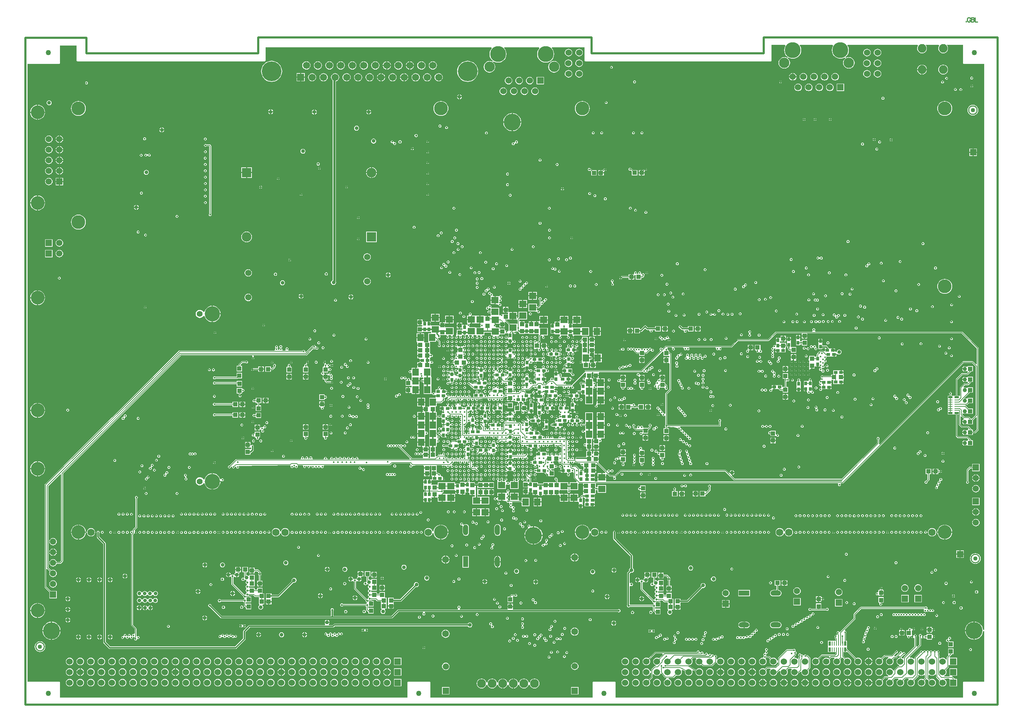
<source format=gbl>
%FSLAX23Y23*%
%MOIN*%
G70*
G01*
G75*
G04 Layer_Physical_Order=14*
G04 Layer_Color=16711680*
%ADD10C,0.010*%
%ADD11R,0.039X0.043*%
%ADD12C,0.040*%
%ADD13R,0.102X0.087*%
%ADD14R,0.087X0.102*%
%ADD15R,0.024X0.094*%
%ADD16R,0.043X0.039*%
%ADD17R,0.039X0.043*%
%ADD18R,0.010X0.039*%
%ADD19R,0.020X0.039*%
%ADD20R,0.028X0.035*%
%ADD21R,0.106X0.063*%
%ADD22R,0.157X0.138*%
%ADD23R,0.041X0.083*%
%ADD24R,0.413X0.406*%
%ADD25R,0.051X0.063*%
%ADD26R,0.033X0.039*%
%ADD27O,0.016X0.063*%
%ADD28R,0.134X0.085*%
%ADD29R,0.041X0.085*%
%ADD30R,0.033X0.039*%
%ADD31R,0.041X0.085*%
%ADD32R,0.026X0.075*%
%ADD33R,0.138X0.079*%
%ADD34R,0.047X0.039*%
%ADD35R,0.134X0.075*%
%ADD36R,0.138X0.157*%
%ADD37R,0.079X0.138*%
%ADD38R,0.016X0.063*%
%ADD39R,0.063X0.051*%
%ADD40R,0.063X0.106*%
%ADD41R,0.014X0.053*%
%ADD42O,0.250X0.080*%
%ADD43R,0.124X0.202*%
%ADD44O,0.031X0.010*%
%ADD45R,0.031X0.010*%
%ADD46R,0.010X0.031*%
%ADD47O,0.080X0.250*%
%ADD48R,0.024X0.087*%
%ADD49R,0.024X0.087*%
%ADD50C,0.020*%
%ADD51R,0.039X0.047*%
%ADD52R,0.018X0.081*%
%ADD53R,0.047X0.102*%
%ADD54R,0.081X0.018*%
%ADD55R,0.047X0.043*%
%ADD56R,0.047X0.043*%
%ADD57R,0.059X0.020*%
%ADD58R,0.059X0.020*%
%ADD59R,0.035X0.028*%
%ADD60R,0.083X0.041*%
%ADD61R,0.406X0.413*%
%ADD62R,0.039X0.033*%
%ADD63R,0.039X0.033*%
%ADD64R,0.059X0.014*%
%ADD65R,0.087X0.024*%
%ADD66R,0.012X0.065*%
%ADD67R,0.087X0.024*%
%ADD68R,0.049X0.015*%
%ADD69R,0.213X0.118*%
%ADD70R,0.138X0.016*%
%ADD71R,0.057X0.022*%
%ADD72R,0.012X0.063*%
%ADD73R,0.063X0.012*%
%ADD74R,0.102X0.047*%
%ADD75R,0.014X0.053*%
%ADD76R,0.010X0.065*%
%ADD77R,0.012X0.016*%
%ADD78R,0.228X0.189*%
%ADD79R,0.016X0.012*%
%ADD80O,0.014X0.059*%
%ADD81R,0.014X0.059*%
%ADD82C,0.005*%
%ADD83C,0.008*%
%ADD84C,0.020*%
%ADD85C,0.004*%
%ADD86C,0.012*%
%ADD87C,0.006*%
%ADD88C,0.015*%
%ADD89C,0.009*%
%ADD90C,0.130*%
%ADD91C,0.050*%
%ADD92C,0.039*%
%ADD93R,0.039X0.039*%
%ADD94C,0.059*%
%ADD95R,0.059X0.059*%
%ADD96R,0.091X0.091*%
%ADD97C,0.091*%
%ADD98C,0.060*%
%ADD99R,0.059X0.059*%
%ADD100C,0.065*%
%ADD101R,0.060X0.060*%
%ADD102C,0.068*%
%ADD103R,0.059X0.059*%
%ADD104C,0.059*%
%ADD105R,0.100X0.050*%
%ADD106O,0.100X0.050*%
%ADD107C,0.150*%
%ADD108C,0.098*%
%ADD109C,0.083*%
%ADD110C,0.082*%
%ADD111C,0.067*%
%ADD112R,0.067X0.067*%
%ADD113C,0.187*%
%ADD114O,0.050X0.100*%
%ADD115R,0.050X0.100*%
%ADD116C,0.144*%
%ADD117C,0.055*%
%ADD118C,0.016*%
%ADD119C,0.036*%
%ADD120C,0.160*%
%ADD121C,0.020*%
%ADD122C,0.030*%
%ADD123R,0.063X0.071*%
%ADD124R,0.071X0.063*%
%ADD125R,0.039X0.020*%
%ADD126R,0.039X0.010*%
G36*
X12858Y12230D02*
Y12059D01*
X12859Y12055D01*
X12861Y12053D01*
X12863Y12051D01*
X12867Y12050D01*
X13058D01*
Y6706D01*
X13048Y6706D01*
X13047Y6717D01*
X13042Y6733D01*
X13034Y6747D01*
X13023Y6760D01*
X13010Y6771D01*
X12996Y6779D01*
X12980Y6784D01*
X12968Y6785D01*
Y6700D01*
Y6615D01*
X12980Y6616D01*
X12996Y6621D01*
X13010Y6629D01*
X13023Y6640D01*
X13034Y6653D01*
X13042Y6667D01*
X13047Y6683D01*
X13048Y6694D01*
X13058Y6694D01*
Y6218D01*
X12867D01*
X12863Y6217D01*
X12861Y6215D01*
X12859Y6213D01*
X12858Y6209D01*
Y6068D01*
X9576D01*
Y6209D01*
X9575Y6213D01*
X9573Y6215D01*
X9571Y6217D01*
X9567Y6218D01*
X9367D01*
X9363Y6217D01*
X9361Y6215D01*
X9359Y6213D01*
X9358Y6209D01*
Y6068D01*
X7826D01*
Y6209D01*
X7825Y6213D01*
X7823Y6215D01*
X7821Y6217D01*
X7817Y6218D01*
X7617D01*
X7613Y6217D01*
X7611Y6215D01*
X7609Y6213D01*
X7608Y6209D01*
Y6068D01*
X4326D01*
Y6209D01*
X4325Y6213D01*
X4323Y6215D01*
X4321Y6217D01*
X4317Y6218D01*
X4018D01*
Y12050D01*
X4317D01*
X4321Y12051D01*
X4323Y12053D01*
X4325Y12055D01*
X4326Y12059D01*
Y12225D01*
X4482D01*
Y12084D01*
X4483Y12080D01*
X4485Y12078D01*
X4487Y12076D01*
X4491Y12075D01*
X6259D01*
X6263Y12076D01*
X6265Y12078D01*
X6267Y12080D01*
X6268Y12084D01*
Y12207D01*
X8401D01*
X8406Y12198D01*
X8398Y12188D01*
X8390Y12174D01*
X8386Y12159D01*
X8384Y12143D01*
X8386Y12127D01*
X8390Y12112D01*
X8398Y12098D01*
X8408Y12086D01*
X8416Y12079D01*
X8416Y12079D01*
X8416Y12079D01*
X8416Y12079D01*
D01*
X8416Y12078D01*
X8412Y12071D01*
X8411Y12071D01*
X8398Y12076D01*
X8384Y12078D01*
X8370Y12076D01*
X8357Y12070D01*
X8346Y12062D01*
X8337Y12050D01*
X8332Y12037D01*
X8330Y12023D01*
X8332Y12009D01*
X8337Y11996D01*
X8346Y11985D01*
X8357Y11976D01*
X8370Y11971D01*
X8384Y11969D01*
X8398Y11971D01*
X8412Y11976D01*
X8423Y11985D01*
X8432Y11996D01*
X8437Y12009D01*
X8439Y12023D01*
X8437Y12037D01*
X8432Y12050D01*
X8423Y12062D01*
X8416Y12067D01*
X8416Y12067D01*
D01*
X8421Y12075D01*
X8422Y12075D01*
X8434Y12069D01*
X8449Y12064D01*
X8464Y12063D01*
X8480Y12064D01*
X8495Y12069D01*
X8509Y12076D01*
X8521Y12086D01*
X8531Y12098D01*
X8539Y12112D01*
X8543Y12127D01*
X8545Y12143D01*
X8543Y12159D01*
X8539Y12174D01*
X8531Y12188D01*
X8521Y12200D01*
X8524Y12207D01*
X8851D01*
X8856Y12198D01*
X8848Y12188D01*
X8840Y12174D01*
X8836Y12159D01*
X8834Y12143D01*
X8836Y12127D01*
X8840Y12112D01*
X8848Y12098D01*
X8858Y12086D01*
X8870Y12076D01*
X8884Y12069D01*
X8899Y12064D01*
X8914Y12063D01*
X8930Y12064D01*
X8945Y12069D01*
X8958Y12076D01*
X8963Y12067D01*
D01*
X8963Y12067D01*
X8956Y12062D01*
X8947Y12050D01*
X8942Y12037D01*
X8940Y12023D01*
X8942Y12009D01*
X8947Y11996D01*
X8956Y11985D01*
X8967Y11976D01*
X8980Y11971D01*
X8994Y11969D01*
X9008Y11971D01*
X9022Y11976D01*
X9033Y11985D01*
X9042Y11996D01*
X9047Y12009D01*
X9049Y12023D01*
X9047Y12037D01*
X9042Y12050D01*
X9033Y12062D01*
X9022Y12070D01*
X9008Y12076D01*
X8994Y12078D01*
X8980Y12076D01*
X8968Y12070D01*
X8963Y12079D01*
X8963Y12079D01*
X8962Y12079D01*
X8971Y12086D01*
X8981Y12098D01*
X8989Y12112D01*
X8993Y12127D01*
X8995Y12143D01*
X8993Y12159D01*
X8989Y12174D01*
X8981Y12188D01*
X8971Y12200D01*
X8974Y12207D01*
X9282D01*
Y12084D01*
X9283Y12080D01*
X9285Y12078D01*
X9287Y12076D01*
X9291Y12075D01*
X11041D01*
X11045Y12076D01*
X11047Y12078D01*
X11049Y12080D01*
X11050Y12084D01*
Y12216D01*
D01*
D01*
D01*
D01*
X11050D01*
D01*
D01*
D01*
D01*
Y12216D01*
X11050D01*
D01*
Y12216D01*
D01*
D01*
D01*
D01*
D01*
D01*
D01*
D01*
D01*
D01*
D01*
D01*
Y12216D01*
D01*
X11050D01*
D01*
D01*
D01*
D01*
X11050Y12216D01*
Y12232D01*
X11177D01*
X11182Y12223D01*
X11176Y12211D01*
X11171Y12196D01*
X11170Y12180D01*
X11171Y12164D01*
X11176Y12149D01*
X11183Y12135D01*
X11193Y12123D01*
X11202Y12116D01*
X11202Y12116D01*
X11202Y12116D01*
X11202Y12115D01*
D01*
X11202Y12115D01*
X11197Y12108D01*
X11196Y12108D01*
X11184Y12113D01*
X11170Y12114D01*
X11156Y12113D01*
X11143Y12107D01*
X11131Y12099D01*
X11123Y12087D01*
X11117Y12074D01*
X11116Y12060D01*
X11117Y12046D01*
X11123Y12033D01*
X11131Y12021D01*
X11143Y12013D01*
X11156Y12007D01*
X11170Y12006D01*
X11184Y12007D01*
X11197Y12013D01*
X11209Y12021D01*
X11217Y12033D01*
X11223Y12046D01*
X11224Y12060D01*
X11223Y12074D01*
X11217Y12087D01*
X11209Y12099D01*
X11201Y12104D01*
X11202Y12104D01*
D01*
X11206Y12112D01*
X11208Y12112D01*
X11219Y12106D01*
X11234Y12101D01*
X11250Y12100D01*
X11266Y12101D01*
X11281Y12106D01*
X11295Y12113D01*
X11307Y12123D01*
X11317Y12135D01*
X11324Y12149D01*
X11329Y12164D01*
X11330Y12180D01*
X11329Y12196D01*
X11324Y12211D01*
X11317Y12225D01*
X11320Y12232D01*
X11627D01*
X11632Y12223D01*
X11626Y12211D01*
X11621Y12196D01*
X11620Y12180D01*
X11621Y12164D01*
X11626Y12149D01*
X11633Y12135D01*
X11643Y12123D01*
X11655Y12113D01*
X11669Y12106D01*
X11684Y12101D01*
X11700Y12100D01*
X11716Y12101D01*
X11731Y12106D01*
X11743Y12112D01*
X11748Y12104D01*
D01*
X11749Y12104D01*
X11741Y12099D01*
X11733Y12087D01*
X11727Y12074D01*
X11726Y12060D01*
X11727Y12046D01*
X11733Y12033D01*
X11741Y12021D01*
X11753Y12013D01*
X11766Y12007D01*
X11780Y12006D01*
X11794Y12007D01*
X11807Y12013D01*
X11819Y12021D01*
X11827Y12033D01*
X11833Y12046D01*
X11834Y12060D01*
X11833Y12074D01*
X11827Y12087D01*
X11819Y12099D01*
X11807Y12107D01*
X11794Y12113D01*
X11780Y12114D01*
X11766Y12113D01*
X11753Y12107D01*
X11748Y12116D01*
X11748Y12116D01*
X11748Y12116D01*
X11757Y12123D01*
X11767Y12135D01*
X11774Y12149D01*
X11779Y12164D01*
X11780Y12180D01*
X11779Y12196D01*
X11774Y12211D01*
X11767Y12225D01*
X11770Y12232D01*
X12428D01*
X12433Y12223D01*
X12431Y12220D01*
X12426Y12209D01*
X12425Y12197D01*
X12426Y12185D01*
X12431Y12174D01*
X12438Y12164D01*
X12448Y12157D01*
X12459Y12152D01*
X12471Y12151D01*
X12483Y12152D01*
X12494Y12157D01*
X12504Y12164D01*
X12511Y12174D01*
X12516Y12185D01*
X12517Y12197D01*
X12516Y12209D01*
X12511Y12220D01*
X12504Y12230D01*
X12504Y12232D01*
X12628D01*
X12633Y12223D01*
X12631Y12220D01*
X12626Y12209D01*
X12625Y12197D01*
X12626Y12185D01*
X12631Y12174D01*
X12638Y12164D01*
X12648Y12157D01*
X12659Y12152D01*
X12671Y12151D01*
X12683Y12152D01*
X12694Y12157D01*
X12704Y12164D01*
X12711Y12174D01*
X12716Y12185D01*
X12717Y12197D01*
X12716Y12209D01*
X12711Y12220D01*
X12704Y12230D01*
X12704Y12232D01*
X12856D01*
X12858Y12230D01*
D02*
G37*
%LPC*%
G36*
X12665Y8386D02*
X12664Y8386D01*
X12660Y8383D01*
X12657Y8379D01*
X12657Y8378D01*
X12665D01*
Y8386D01*
D02*
G37*
G36*
X12675D02*
Y8378D01*
X12682D01*
X12682Y8379D01*
X12679Y8383D01*
X12675Y8386D01*
X12675Y8386D01*
D02*
G37*
G36*
X7809Y8407D02*
X7756D01*
Y8394D01*
X7756Y8394D01*
D01*
D01*
Y8394D01*
X7756D01*
X7756Y8387D01*
X7756Y8387D01*
Y8387D01*
D01*
D01*
X7756D01*
Y8378D01*
X7746Y8375D01*
X7744Y8378D01*
X7740Y8381D01*
X7735Y8382D01*
X7730Y8381D01*
X7726Y8378D01*
X7723Y8374D01*
X7719Y8378D01*
X7719Y8378D01*
X7715Y8381D01*
X7710Y8382D01*
X7705Y8381D01*
X7701Y8378D01*
X7696D01*
X7692Y8381D01*
X7687Y8382D01*
X7682Y8381D01*
X7678Y8378D01*
X7675Y8374D01*
X7674Y8369D01*
X7675Y8364D01*
X7678Y8360D01*
X7682Y8357D01*
X7687Y8356D01*
X7692Y8357D01*
X7696Y8360D01*
X7701D01*
X7705Y8357D01*
X7710Y8356D01*
X7715Y8357D01*
X7719Y8360D01*
X7722Y8364D01*
X7726Y8360D01*
X7726Y8360D01*
X7730Y8357D01*
X7735Y8356D01*
X7740Y8357D01*
X7744Y8360D01*
X7746Y8363D01*
X7756Y8360D01*
Y8367D01*
X7809D01*
Y8380D01*
D01*
X7809Y8380D01*
X7809Y8380D01*
X7809D01*
X7809Y8380D01*
X7809Y8387D01*
X7809Y8387D01*
X7809Y8387D01*
X7809Y8394D01*
X7809Y8394D01*
X7809D01*
Y8407D01*
D02*
G37*
G36*
X6781Y7024D02*
X6764D01*
X6765Y7020D01*
X6770Y7012D01*
X6777Y7007D01*
X6781Y7006D01*
Y7024D01*
D02*
G37*
G36*
X6325Y8395D02*
X6318D01*
X6318Y8395D01*
X6321Y8391D01*
X6325Y8388D01*
X6325Y8388D01*
Y8395D01*
D02*
G37*
G36*
X4405Y7022D02*
Y7005D01*
X4422D01*
X4422Y7009D01*
X4417Y7017D01*
X4409Y7022D01*
X4405Y7022D01*
D02*
G37*
G36*
X12453Y8402D02*
X12448Y8401D01*
X12443Y8398D01*
X12441Y8394D01*
X12440Y8389D01*
Y8389D01*
X12440Y8384D01*
X12435Y8385D01*
X12430Y8384D01*
X12426Y8381D01*
X12423Y8377D01*
X12422Y8372D01*
X12423Y8367D01*
X12426Y8363D01*
X12430Y8360D01*
X12435Y8359D01*
X12440Y8360D01*
X12444Y8363D01*
X12447Y8367D01*
X12448Y8372D01*
Y8372D01*
X12448Y8377D01*
X12448Y8377D01*
X12453Y8376D01*
X12458Y8377D01*
X12462Y8379D01*
X12465Y8384D01*
X12466Y8389D01*
X12465Y8394D01*
X12462Y8398D01*
X12458Y8401D01*
X12453Y8402D01*
D02*
G37*
G36*
X6342Y8395D02*
X6335D01*
Y8388D01*
X6335Y8388D01*
X6339Y8391D01*
X6342Y8395D01*
X6342Y8395D01*
D02*
G37*
G36*
X11538Y7014D02*
Y7006D01*
X11545D01*
X11545Y7006D01*
X11542Y7011D01*
X11538Y7014D01*
X11538Y7014D01*
D02*
G37*
G36*
X12682Y8368D02*
X12675D01*
Y8361D01*
X12675Y8361D01*
X12679Y8364D01*
X12682Y8368D01*
X12682Y8368D01*
D02*
G37*
G36*
X8600Y8389D02*
X8562D01*
Y8372D01*
X8562Y8372D01*
D01*
D01*
Y8372D01*
X8562D01*
X8562Y8371D01*
X8552Y8370D01*
X8552Y8370D01*
X8549Y8374D01*
X8545Y8377D01*
X8540Y8378D01*
X8535Y8377D01*
X8531Y8374D01*
X8528Y8370D01*
X8527Y8365D01*
X8528Y8360D01*
X8531Y8356D01*
X8535Y8353D01*
X8540Y8352D01*
X8545Y8353D01*
X8549Y8356D01*
X8552Y8360D01*
X8552Y8360D01*
X8562Y8359D01*
Y8331D01*
X8552Y8330D01*
X8552Y8330D01*
X8549Y8334D01*
X8545Y8337D01*
X8540Y8338D01*
X8535Y8337D01*
X8531Y8334D01*
X8528Y8330D01*
X8527Y8325D01*
X8528Y8320D01*
X8531Y8316D01*
X8535Y8313D01*
X8540Y8312D01*
X8545Y8313D01*
X8549Y8316D01*
X8552Y8320D01*
X8553Y8325D01*
X8553Y8325D01*
D01*
X8562Y8320D01*
X8562Y8320D01*
X8562D01*
D01*
Y8320D01*
X8562D01*
X8600D01*
Y8320D01*
X8600Y8320D01*
X8600Y8320D01*
X8608Y8320D01*
D01*
X8611Y8316D01*
X8615Y8313D01*
X8615Y8313D01*
Y8325D01*
X8620D01*
Y8330D01*
X8632D01*
X8632Y8329D01*
X8635Y8331D01*
X8639Y8330D01*
X8644Y8328D01*
X8645Y8324D01*
X8648Y8320D01*
X8652Y8317D01*
X8657Y8316D01*
X8662Y8317D01*
X8666Y8320D01*
X8669Y8324D01*
X8670Y8329D01*
X8670Y8332D01*
X8675Y8336D01*
X8679Y8337D01*
X8683Y8334D01*
X8686Y8331D01*
X8686Y8327D01*
X8687Y8322D01*
X8690Y8318D01*
X8694Y8315D01*
X8699Y8314D01*
X8704Y8315D01*
X8708Y8318D01*
X8711Y8322D01*
X8712Y8327D01*
X8712Y8331D01*
X8717Y8333D01*
X8724Y8331D01*
X8724Y8328D01*
X8725Y8323D01*
X8728Y8319D01*
X8732Y8316D01*
X8737Y8315D01*
X8742Y8316D01*
X8746Y8319D01*
X8749Y8323D01*
X8750Y8328D01*
X8749Y8333D01*
X8746Y8337D01*
X8742Y8340D01*
X8738Y8341D01*
X8736Y8351D01*
X8738Y8353D01*
X8742Y8354D01*
X8746Y8357D01*
X8749Y8361D01*
X8750Y8366D01*
X8749Y8371D01*
X8746Y8375D01*
X8742Y8378D01*
X8737Y8379D01*
X8732Y8378D01*
X8728Y8375D01*
X8725Y8371D01*
X8724Y8368D01*
X8719Y8365D01*
X8714Y8364D01*
X8711Y8365D01*
X8711Y8367D01*
X8710Y8372D01*
X8707Y8376D01*
X8703Y8379D01*
X8698Y8380D01*
X8693Y8379D01*
X8689Y8376D01*
X8686Y8372D01*
X8685Y8367D01*
X8685Y8364D01*
X8684Y8362D01*
X8674Y8362D01*
X8672Y8364D01*
X8672Y8366D01*
X8671Y8371D01*
X8668Y8375D01*
X8664Y8378D01*
X8659Y8379D01*
X8654Y8378D01*
X8650Y8375D01*
X8647Y8371D01*
X8646Y8366D01*
X8646Y8364D01*
X8640Y8357D01*
X8600D01*
Y8364D01*
X8600Y8364D01*
X8600Y8364D01*
D01*
D01*
D01*
X8600Y8364D01*
X8600D01*
X8600Y8365D01*
Y8368D01*
Y8371D01*
X8600Y8372D01*
X8600D01*
X8600Y8372D01*
D01*
D01*
D01*
Y8389D01*
D02*
G37*
G36*
X9818Y7024D02*
X9814Y7024D01*
X9806Y7019D01*
X9801Y7011D01*
X9800Y7007D01*
X9818D01*
Y7024D01*
D02*
G37*
G36*
X12665Y8368D02*
X12657D01*
X12657Y8368D01*
X12660Y8364D01*
X12664Y8361D01*
X12665Y8361D01*
Y8368D01*
D02*
G37*
G36*
X8841Y8386D02*
X8824D01*
Y8372D01*
X8841D01*
Y8386D01*
D02*
G37*
G36*
X7917Y8380D02*
Y8373D01*
X7924D01*
X7924Y8373D01*
X7921Y8377D01*
X7917Y8380D01*
X7917Y8380D01*
D02*
G37*
G36*
X5602Y8382D02*
X5597Y8381D01*
X5593Y8378D01*
X5590Y8374D01*
X5586Y8377D01*
X5586Y8377D01*
X5582Y8380D01*
X5577Y8381D01*
X5572Y8380D01*
X5568Y8377D01*
X5564D01*
X5560Y8380D01*
X5555Y8381D01*
X5550Y8380D01*
X5546Y8377D01*
X5543Y8373D01*
X5542Y8368D01*
X5543Y8363D01*
X5546Y8359D01*
X5550Y8356D01*
X5555Y8355D01*
X5560Y8356D01*
X5564Y8359D01*
X5568D01*
X5572Y8356D01*
X5577Y8355D01*
X5582Y8356D01*
X5586Y8359D01*
X5589Y8363D01*
X5593Y8360D01*
X5593Y8360D01*
X5597Y8357D01*
X5602Y8356D01*
X5607Y8357D01*
X5611Y8360D01*
X5614Y8364D01*
X5615Y8369D01*
X5614Y8374D01*
X5611Y8378D01*
X5607Y8381D01*
X5602Y8382D01*
D02*
G37*
G36*
X6809Y7024D02*
X6791D01*
Y7006D01*
X6795Y7007D01*
X6803Y7012D01*
X6808Y7020D01*
X6809Y7024D01*
D02*
G37*
G36*
X7907Y8380D02*
X7907Y8380D01*
X7903Y8377D01*
X7900Y8373D01*
X7900Y8373D01*
X7907D01*
Y8380D01*
D02*
G37*
G36*
X8110Y8421D02*
X8105Y8420D01*
X8101Y8417D01*
X8098Y8413D01*
X8097Y8408D01*
X8098Y8403D01*
X8101Y8399D01*
X8105Y8396D01*
X8110Y8395D01*
X8115Y8396D01*
X8119Y8399D01*
X8122Y8403D01*
X8123Y8408D01*
X8122Y8413D01*
X8119Y8417D01*
X8115Y8420D01*
X8110Y8421D01*
D02*
G37*
G36*
X8503D02*
X8498Y8420D01*
X8494Y8417D01*
X8491Y8413D01*
X8490Y8408D01*
X8491Y8403D01*
X8494Y8399D01*
X8498Y8396D01*
X8503Y8395D01*
X8508Y8396D01*
X8512Y8399D01*
X8515Y8403D01*
X8516Y8408D01*
X8515Y8413D01*
X8512Y8417D01*
X8508Y8420D01*
X8503Y8421D01*
D02*
G37*
G36*
X7701D02*
X7696Y8420D01*
X7692Y8417D01*
X7689Y8413D01*
X7688Y8408D01*
X7689Y8403D01*
X7692Y8399D01*
X7696Y8396D01*
X7701Y8395D01*
X7706Y8396D01*
X7710Y8399D01*
X7713Y8403D01*
X7714Y8408D01*
X7713Y8413D01*
X7710Y8417D01*
X7706Y8420D01*
X7701Y8421D01*
D02*
G37*
G36*
X7952D02*
X7947Y8420D01*
X7943Y8417D01*
X7940Y8413D01*
X7939Y8408D01*
X7940Y8403D01*
X7943Y8399D01*
X7947Y8396D01*
X7952Y8395D01*
X7957Y8396D01*
X7961Y8399D01*
X7964Y8403D01*
X7965Y8408D01*
X7964Y8413D01*
X7961Y8417D01*
X7957Y8420D01*
X7952Y8421D01*
D02*
G37*
G36*
X9518Y7016D02*
X9501D01*
Y6998D01*
X9505Y6999D01*
X9512Y7004D01*
X9517Y7012D01*
X9518Y7016D01*
D02*
G37*
G36*
X9491D02*
X9473D01*
X9474Y7012D01*
X9479Y7004D01*
X9487Y6999D01*
X9491Y6998D01*
Y7016D01*
D02*
G37*
G36*
X5227Y7008D02*
X5218Y7007D01*
X5210Y7002D01*
X5208Y6998D01*
X5198D01*
X5196Y7002D01*
X5188Y7007D01*
X5179Y7008D01*
X5170Y7007D01*
X5162Y7002D01*
X5159Y6996D01*
X5148D01*
X5145Y7002D01*
X5137Y7007D01*
X5128Y7008D01*
X5119Y7007D01*
X5111Y7002D01*
X5107Y6995D01*
X5097D01*
X5093Y7002D01*
X5085Y7007D01*
X5076Y7008D01*
X5067Y7007D01*
X5059Y7002D01*
X5054Y6994D01*
X5053Y6985D01*
X5054Y6976D01*
X5059Y6968D01*
X5067Y6963D01*
X5076Y6962D01*
X5085Y6963D01*
X5093Y6968D01*
X5097Y6975D01*
X5107D01*
X5111Y6968D01*
X5119Y6963D01*
X5128Y6962D01*
X5137Y6963D01*
X5145Y6968D01*
X5148Y6974D01*
X5159D01*
X5162Y6968D01*
X5170Y6963D01*
X5179Y6962D01*
X5188Y6963D01*
X5196Y6968D01*
X5198Y6972D01*
X5208D01*
X5210Y6968D01*
X5218Y6963D01*
X5227Y6962D01*
X5236Y6963D01*
X5244Y6968D01*
X5249Y6976D01*
X5250Y6985D01*
X5249Y6994D01*
X5244Y7002D01*
X5236Y7007D01*
X5227Y7008D01*
D02*
G37*
G36*
X8026Y8403D02*
X8019D01*
X8019Y8403D01*
X8022Y8399D01*
X8026Y8396D01*
X8026Y8396D01*
Y8403D01*
D02*
G37*
G36*
X8043D02*
X8036D01*
Y8396D01*
X8036Y8396D01*
X8040Y8399D01*
X8043Y8403D01*
X8043Y8403D01*
D02*
G37*
G36*
X8934Y8420D02*
X8929Y8419D01*
X8925Y8416D01*
X8922Y8412D01*
X8921Y8407D01*
X8922Y8402D01*
X8925Y8397D01*
X8929Y8394D01*
X8934Y8393D01*
X8939Y8394D01*
X8943Y8397D01*
X8946Y8402D01*
X8947Y8407D01*
X8946Y8412D01*
X8943Y8416D01*
X8939Y8419D01*
X8934Y8420D01*
D02*
G37*
G36*
X8698Y8420D02*
X8693Y8419D01*
X8689Y8416D01*
X8686Y8412D01*
X8685Y8407D01*
X8686Y8402D01*
X8689Y8398D01*
X8693Y8395D01*
X8698Y8394D01*
X8703Y8395D01*
X8707Y8398D01*
X8710Y8402D01*
X8711Y8407D01*
X8710Y8412D01*
X8707Y8416D01*
X8703Y8419D01*
X8698Y8420D01*
D02*
G37*
G36*
X4395Y7022D02*
X4391Y7022D01*
X4383Y7017D01*
X4378Y7009D01*
X4378Y7005D01*
X4395D01*
Y7022D01*
D02*
G37*
G36*
X8659Y8419D02*
X8654Y8418D01*
X8650Y8415D01*
X8647Y8411D01*
X8646Y8406D01*
X8647Y8401D01*
X8650Y8397D01*
X8654Y8394D01*
X8659Y8393D01*
X8664Y8394D01*
X8668Y8397D01*
X8671Y8401D01*
X8672Y8406D01*
X8671Y8411D01*
X8668Y8415D01*
X8664Y8418D01*
X8659Y8419D01*
D02*
G37*
G36*
X9012Y8420D02*
X9007Y8419D01*
X9003Y8416D01*
X9000Y8412D01*
X8999Y8407D01*
X9000Y8402D01*
X9003Y8398D01*
X9007Y8395D01*
X9012Y8394D01*
X9017Y8395D01*
X9021Y8398D01*
X9024Y8402D01*
X9025Y8407D01*
X9024Y8412D01*
X9021Y8416D01*
X9017Y8419D01*
X9012Y8420D01*
D02*
G37*
G36*
X8732Y8402D02*
X8725D01*
X8725Y8402D01*
X8728Y8398D01*
X8732Y8395D01*
X8732Y8395D01*
Y8402D01*
D02*
G37*
G36*
X8749D02*
X8742D01*
Y8395D01*
X8742Y8395D01*
X8746Y8398D01*
X8749Y8402D01*
X8749Y8402D01*
D02*
G37*
G36*
X11489Y7023D02*
X11469D01*
Y7001D01*
X11489D01*
Y7023D01*
D02*
G37*
G36*
X8474Y8402D02*
X8467D01*
Y8395D01*
X8467Y8395D01*
X8471Y8398D01*
X8474Y8402D01*
X8474Y8402D01*
D02*
G37*
G36*
X9828Y7024D02*
Y7007D01*
X9845D01*
X9844Y7011D01*
X9839Y7019D01*
X9832Y7024D01*
X9828Y7024D01*
D02*
G37*
G36*
X8632Y8320D02*
X8625D01*
Y8313D01*
X8625Y8313D01*
X8629Y8316D01*
X8632Y8320D01*
X8632Y8320D01*
D02*
G37*
G36*
X8501Y8340D02*
X8496Y8339D01*
X8492Y8336D01*
X8489Y8332D01*
X8488Y8327D01*
X8489Y8322D01*
X8492Y8318D01*
X8496Y8315D01*
X8501Y8314D01*
X8506Y8315D01*
X8510Y8318D01*
X8513Y8322D01*
X8514Y8327D01*
X8513Y8332D01*
X8510Y8336D01*
X8506Y8339D01*
X8501Y8340D01*
D02*
G37*
G36*
X10844Y7083D02*
X10734D01*
Y7023D01*
X10844D01*
Y7083D01*
D02*
G37*
G36*
X11131Y7175D02*
X11078D01*
Y7125D01*
X11096D01*
Y7083D01*
X11064D01*
X11056Y7082D01*
X11049Y7079D01*
X11043Y7074D01*
X11038Y7068D01*
X11035Y7061D01*
X11034Y7053D01*
X11035Y7045D01*
X11038Y7038D01*
X11043Y7031D01*
X11049Y7027D01*
X11056Y7024D01*
X11064Y7023D01*
X11114D01*
X11122Y7024D01*
X11129Y7027D01*
X11135Y7031D01*
X11140Y7038D01*
X11143Y7045D01*
X11144Y7053D01*
X11143Y7061D01*
X11140Y7068D01*
X11135Y7074D01*
X11129Y7079D01*
X11122Y7082D01*
X11114Y7083D01*
X11113D01*
Y7125D01*
X11131D01*
Y7175D01*
D02*
G37*
G36*
X8226Y8341D02*
X8221Y8340D01*
X8217Y8337D01*
X8214Y8333D01*
X8213Y8328D01*
X8214Y8323D01*
X8217Y8319D01*
X8221Y8316D01*
X8226Y8315D01*
X8231Y8316D01*
X8235Y8319D01*
X8238Y8323D01*
X8239Y8328D01*
X8238Y8333D01*
X8235Y8337D01*
X8231Y8340D01*
X8226Y8341D01*
D02*
G37*
G36*
X8463D02*
X8458Y8340D01*
X8454Y8337D01*
X8451Y8333D01*
X8450Y8328D01*
X8451Y8323D01*
X8454Y8319D01*
X8458Y8316D01*
X8463Y8315D01*
X8468Y8316D01*
X8472Y8319D01*
X8475Y8323D01*
X8476Y8328D01*
X8475Y8333D01*
X8472Y8337D01*
X8468Y8340D01*
X8463Y8341D01*
D02*
G37*
G36*
X8305Y8342D02*
X8300Y8341D01*
X8296Y8338D01*
X8293Y8333D01*
X8292Y8328D01*
X8293Y8323D01*
X8296Y8319D01*
X8300Y8316D01*
X8305Y8315D01*
X8310Y8316D01*
X8315Y8319D01*
X8318Y8323D01*
X8319Y8328D01*
X8318Y8333D01*
X8315Y8338D01*
X8310Y8341D01*
X8305Y8342D01*
D02*
G37*
G36*
X8384Y8341D02*
X8379Y8340D01*
X8375Y8337D01*
X8372Y8333D01*
X8371Y8328D01*
X8372Y8323D01*
X8375Y8319D01*
X8379Y8316D01*
X8384Y8315D01*
X8389Y8316D01*
X8393Y8319D01*
X8396Y8323D01*
X8397Y8328D01*
X8396Y8333D01*
X8393Y8337D01*
X8389Y8340D01*
X8384Y8341D01*
D02*
G37*
G36*
X8423D02*
X8418Y8340D01*
X8414Y8337D01*
X8411Y8333D01*
X8410Y8328D01*
X8411Y8323D01*
X8414Y8319D01*
X8418Y8316D01*
X8423Y8315D01*
X8428Y8316D01*
X8432Y8319D01*
X8435Y8323D01*
X8436Y8328D01*
X8435Y8333D01*
X8432Y8337D01*
X8428Y8340D01*
X8423Y8341D01*
D02*
G37*
G36*
X5780Y8297D02*
X5780Y8297D01*
X5776Y8294D01*
X5773Y8290D01*
X5773Y8290D01*
X5780D01*
Y8297D01*
D02*
G37*
G36*
X5790D02*
Y8290D01*
X5797D01*
X5797Y8290D01*
X5794Y8294D01*
X5790Y8297D01*
X5790Y8297D01*
D02*
G37*
G36*
X8082Y8285D02*
X8075D01*
Y8278D01*
X8075Y8278D01*
X8079Y8281D01*
X8082Y8285D01*
X8082Y8285D01*
D02*
G37*
G36*
X12669Y8313D02*
X12664Y8312D01*
X12660Y8309D01*
X12657Y8305D01*
X12656Y8300D01*
X12657Y8295D01*
X12660Y8291D01*
X12664Y8288D01*
X12669Y8287D01*
X12674Y8288D01*
X12678Y8291D01*
X12681Y8295D01*
X12682Y8300D01*
X12681Y8305D01*
X12678Y8309D01*
X12674Y8312D01*
X12669Y8313D01*
D02*
G37*
G36*
X8458Y8301D02*
X8458Y8301D01*
X8453Y8298D01*
X8450Y8294D01*
X8450Y8294D01*
X8458D01*
Y8301D01*
D02*
G37*
G36*
X8575Y8303D02*
X8561D01*
Y8298D01*
X8552Y8295D01*
X8550Y8297D01*
X8546Y8300D01*
X8541Y8301D01*
X8536Y8300D01*
X8532Y8297D01*
X8529Y8293D01*
X8528Y8288D01*
X8529Y8283D01*
X8532Y8279D01*
X8536Y8276D01*
X8541Y8275D01*
X8546Y8276D01*
X8550Y8279D01*
X8552Y8281D01*
X8561Y8278D01*
Y8286D01*
X8575D01*
Y8303D01*
D02*
G37*
G36*
X5237Y8322D02*
X5232Y8321D01*
X5228Y8318D01*
X5225Y8314D01*
X5224Y8309D01*
X5225Y8304D01*
X5228Y8300D01*
X5232Y8297D01*
X5237Y8296D01*
X5242Y8297D01*
X5246Y8300D01*
X5249Y8304D01*
X5250Y8309D01*
X5249Y8314D01*
X5246Y8318D01*
X5242Y8321D01*
X5237Y8322D01*
D02*
G37*
G36*
X8468Y8301D02*
Y8294D01*
X8475D01*
X8475Y8294D01*
X8472Y8298D01*
X8468Y8301D01*
X8468Y8301D01*
D02*
G37*
G36*
X4843Y8320D02*
X4838Y8319D01*
X4834Y8316D01*
X4831Y8312D01*
X4830Y8307D01*
X4831Y8302D01*
X4834Y8298D01*
X4838Y8295D01*
X4843Y8294D01*
X4848Y8295D01*
X4852Y8298D01*
X4855Y8302D01*
X4856Y8307D01*
X4855Y8312D01*
X4852Y8316D01*
X4848Y8319D01*
X4843Y8320D01*
D02*
G37*
G36*
X12782Y7022D02*
X12773D01*
Y7013D01*
X12774Y7013D01*
X12779Y7016D01*
X12782Y7021D01*
X12782Y7022D01*
D02*
G37*
G36*
X12763D02*
X12754D01*
X12754Y7021D01*
X12757Y7016D01*
X12762Y7013D01*
X12763Y7013D01*
Y7022D01*
D02*
G37*
G36*
X8069Y8380D02*
X8064Y8379D01*
X8060Y8376D01*
X8057Y8372D01*
X8056Y8367D01*
X8057Y8362D01*
X8060Y8358D01*
X8064Y8355D01*
X8069Y8354D01*
X8074Y8355D01*
X8078Y8358D01*
X8081Y8362D01*
X8082Y8367D01*
X8081Y8372D01*
X8078Y8376D01*
X8074Y8379D01*
X8069Y8380D01*
D02*
G37*
G36*
X8777D02*
X8772Y8379D01*
X8768Y8376D01*
X8765Y8372D01*
X8764Y8367D01*
X8765Y8362D01*
X8768Y8358D01*
X8772Y8355D01*
X8777Y8354D01*
X8782Y8355D01*
X8786Y8358D01*
X8789Y8362D01*
X8790Y8367D01*
X8789Y8372D01*
X8786Y8376D01*
X8782Y8379D01*
X8777Y8380D01*
D02*
G37*
G36*
X7990Y8381D02*
X7985Y8380D01*
X7981Y8377D01*
X7978Y8373D01*
X7977Y8368D01*
X7978Y8363D01*
X7981Y8359D01*
X7985Y8356D01*
X7990Y8355D01*
X7995Y8356D01*
X7999Y8359D01*
X8002Y8363D01*
X8003Y8368D01*
X8002Y8373D01*
X7999Y8377D01*
X7995Y8380D01*
X7990Y8381D01*
D02*
G37*
G36*
X8301Y8363D02*
X8294D01*
X8294Y8363D01*
X8297Y8359D01*
X8301Y8356D01*
X8301Y8356D01*
Y8363D01*
D02*
G37*
G36*
X8228Y8382D02*
X8223Y8381D01*
X8219Y8378D01*
X8216Y8374D01*
X8215Y8369D01*
X8216Y8364D01*
X8219Y8360D01*
X8223Y8357D01*
X8228Y8356D01*
X8233Y8357D01*
X8237Y8360D01*
X8240Y8364D01*
X8241Y8369D01*
X8240Y8374D01*
X8237Y8378D01*
X8233Y8381D01*
X8228Y8382D01*
D02*
G37*
G36*
X8109Y8381D02*
X8104Y8380D01*
X8100Y8377D01*
X8097Y8373D01*
X8096Y8368D01*
X8097Y8363D01*
X8100Y8359D01*
X8104Y8356D01*
X8109Y8355D01*
X8114Y8356D01*
X8118Y8359D01*
X8121Y8363D01*
X8122Y8368D01*
X8121Y8373D01*
X8118Y8377D01*
X8114Y8380D01*
X8109Y8381D01*
D02*
G37*
G36*
X8502D02*
X8497Y8380D01*
X8493Y8377D01*
X8490Y8373D01*
X8489Y8368D01*
X8490Y8363D01*
X8493Y8359D01*
X8497Y8356D01*
X8502Y8355D01*
X8507Y8356D01*
X8511Y8359D01*
X8514Y8363D01*
X8515Y8368D01*
X8514Y8373D01*
X8511Y8377D01*
X8507Y8380D01*
X8502Y8381D01*
D02*
G37*
G36*
X5259Y8360D02*
X5254Y8359D01*
X5250Y8356D01*
X5247Y8352D01*
X5246Y8347D01*
X5247Y8342D01*
X5250Y8338D01*
X5254Y8335D01*
X5259Y8334D01*
X5264Y8335D01*
X5268Y8338D01*
X5271Y8342D01*
X5272Y8347D01*
X5271Y8352D01*
X5268Y8356D01*
X5264Y8359D01*
X5259Y8360D01*
D02*
G37*
G36*
X6438D02*
X6433Y8359D01*
X6429Y8356D01*
X6426Y8352D01*
X6425Y8347D01*
X6426Y8342D01*
X6429Y8338D01*
X6433Y8335D01*
X6438Y8334D01*
X6443Y8335D01*
X6447Y8338D01*
X6450Y8342D01*
X6451Y8347D01*
X6450Y8352D01*
X6447Y8356D01*
X6443Y8359D01*
X6438Y8360D01*
D02*
G37*
G36*
X8267Y8342D02*
X8262Y8341D01*
X8258Y8338D01*
X8255Y8334D01*
X8254Y8329D01*
X8255Y8324D01*
X8258Y8320D01*
X8262Y8317D01*
X8267Y8316D01*
X8272Y8317D01*
X8276Y8320D01*
X8279Y8324D01*
X8280Y8329D01*
X8279Y8334D01*
X8276Y8338D01*
X8272Y8341D01*
X8267Y8342D01*
D02*
G37*
G36*
X8345D02*
X8340Y8341D01*
X8336Y8338D01*
X8333Y8334D01*
X8332Y8329D01*
X8333Y8324D01*
X8336Y8320D01*
X8340Y8317D01*
X8345Y8316D01*
X8350Y8317D01*
X8354Y8320D01*
X8357Y8324D01*
X8358Y8329D01*
X8357Y8334D01*
X8354Y8338D01*
X8350Y8341D01*
X8345Y8342D01*
D02*
G37*
G36*
X12500Y8366D02*
X12495Y8365D01*
X12491Y8363D01*
X12488Y8358D01*
X12487Y8353D01*
X12488Y8348D01*
X12491Y8344D01*
X12495Y8341D01*
X12500Y8340D01*
X12505Y8341D01*
X12509Y8344D01*
X12512Y8348D01*
X12513Y8353D01*
X12512Y8358D01*
X12509Y8363D01*
X12505Y8365D01*
X12500Y8366D01*
D02*
G37*
G36*
X7108Y7032D02*
X7104Y7032D01*
X7097Y7027D01*
X7092Y7019D01*
X7091Y7015D01*
X7108D01*
Y7032D01*
D02*
G37*
G36*
X8030Y8380D02*
X8025Y8379D01*
X8021Y8376D01*
X8018Y8372D01*
X8017Y8367D01*
X8018Y8362D01*
X8021Y8358D01*
X8025Y8355D01*
X8030Y8354D01*
X8035Y8355D01*
X8039Y8358D01*
X8042Y8362D01*
X8043Y8367D01*
X8042Y8372D01*
X8039Y8376D01*
X8035Y8379D01*
X8030Y8380D01*
D02*
G37*
G36*
X10617Y7088D02*
X10608Y7087D01*
X10600Y7083D01*
X10592Y7078D01*
X10587Y7070D01*
X10583Y7062D01*
X10582Y7053D01*
X10583Y7044D01*
X10587Y7036D01*
X10592Y7028D01*
X10600Y7023D01*
X10608Y7019D01*
X10617Y7018D01*
X10626Y7019D01*
X10634Y7023D01*
X10642Y7028D01*
X10647Y7036D01*
X10651Y7044D01*
X10652Y7053D01*
X10651Y7062D01*
X10647Y7070D01*
X10642Y7078D01*
X10634Y7083D01*
X10626Y7087D01*
X10617Y7088D01*
D02*
G37*
G36*
X7118Y7032D02*
Y7015D01*
X7136D01*
X7135Y7019D01*
X7130Y7027D01*
X7122Y7032D01*
X7118Y7032D01*
D02*
G37*
G36*
X11545Y6996D02*
X11538D01*
Y6989D01*
X11538Y6989D01*
X11542Y6992D01*
X11545Y6996D01*
X11545Y6996D01*
D02*
G37*
G36*
X12871Y8496D02*
X12866Y8495D01*
X12858Y8490D01*
X12853Y8481D01*
X12852Y8477D01*
X12871D01*
Y8496D01*
D02*
G37*
G36*
X6154Y8504D02*
X6149Y8503D01*
X6145Y8500D01*
X6142Y8496D01*
X6141Y8491D01*
X6142Y8486D01*
X6145Y8482D01*
X6149Y8479D01*
X6154Y8478D01*
X6159Y8479D01*
X6163Y8482D01*
X6166Y8486D01*
X6167Y8491D01*
X6166Y8496D01*
X6163Y8500D01*
X6159Y8503D01*
X6154Y8504D01*
D02*
G37*
G36*
X7953Y8500D02*
X7948Y8499D01*
X7944Y8496D01*
X7941Y8492D01*
X7940Y8487D01*
X7941Y8482D01*
X7944Y8478D01*
X7948Y8475D01*
X7953Y8474D01*
X7958Y8475D01*
X7962Y8478D01*
X7965Y8482D01*
X7966Y8487D01*
X7965Y8492D01*
X7962Y8496D01*
X7958Y8499D01*
X7953Y8500D01*
D02*
G37*
G36*
X8346D02*
X8341Y8499D01*
X8337Y8496D01*
X8334Y8492D01*
X8333Y8487D01*
X8334Y8482D01*
X8337Y8478D01*
X8341Y8475D01*
X8346Y8474D01*
X8351Y8475D01*
X8355Y8478D01*
X8358Y8482D01*
X8359Y8487D01*
X8358Y8492D01*
X8355Y8496D01*
X8351Y8499D01*
X8346Y8500D01*
D02*
G37*
G36*
X6223Y8504D02*
X6218Y8503D01*
X6214Y8500D01*
X6211Y8496D01*
X6210Y8491D01*
X6211Y8486D01*
X6214Y8482D01*
X6218Y8479D01*
X6223Y8478D01*
X6228Y8479D01*
X6232Y8482D01*
X6235Y8486D01*
X6236Y8491D01*
X6235Y8496D01*
X6232Y8500D01*
X6228Y8503D01*
X6223Y8504D01*
D02*
G37*
G36*
X6522Y8490D02*
X6515D01*
Y8483D01*
X6515Y8483D01*
X6519Y8486D01*
X6522Y8490D01*
X6522Y8490D01*
D02*
G37*
G36*
X6292Y6968D02*
X6271D01*
Y6948D01*
X6292D01*
Y6968D01*
D02*
G37*
G36*
X6324D02*
X6302D01*
Y6948D01*
X6324D01*
Y6968D01*
D02*
G37*
G36*
X6505Y8490D02*
X6498D01*
X6498Y8490D01*
X6501Y8486D01*
X6505Y8483D01*
X6505Y8483D01*
Y8490D01*
D02*
G37*
G36*
X8385Y8499D02*
X8380Y8498D01*
X8376Y8495D01*
X8373Y8491D01*
X8372Y8486D01*
X8373Y8481D01*
X8376Y8477D01*
X8380Y8474D01*
X8385Y8473D01*
X8390Y8474D01*
X8394Y8477D01*
X8395Y8477D01*
X8404Y8474D01*
D01*
X8404Y8474D01*
Y8460D01*
X8387D01*
X8384Y8459D01*
X8383Y8459D01*
X8378Y8458D01*
X8374Y8455D01*
X8371Y8451D01*
X8370Y8446D01*
X8371Y8441D01*
X8374Y8437D01*
X8378Y8434D01*
X8383Y8433D01*
X8388Y8434D01*
X8392Y8437D01*
X8395Y8440D01*
X8404Y8437D01*
Y8430D01*
X8404Y8430D01*
D01*
D01*
Y8430D01*
X8404D01*
X8404Y8429D01*
Y8423D01*
X8404Y8423D01*
X8404Y8423D01*
Y8423D01*
D01*
Y8416D01*
X8395Y8413D01*
X8392Y8416D01*
X8388Y8419D01*
X8383Y8420D01*
X8378Y8419D01*
X8378Y8419D01*
X8377Y8419D01*
X8378Y8419D01*
X8373Y8416D01*
Y8422D01*
X8356D01*
Y8403D01*
Y8384D01*
X8369D01*
X8374Y8375D01*
X8373Y8374D01*
X8372Y8369D01*
X8373Y8364D01*
X8376Y8360D01*
X8380Y8357D01*
X8385Y8356D01*
X8390Y8357D01*
X8394Y8360D01*
X8397Y8364D01*
X8398Y8369D01*
X8398Y8370D01*
X8400Y8372D01*
X8410D01*
X8411Y8370D01*
X8411Y8368D01*
X8412Y8363D01*
X8415Y8359D01*
X8419Y8356D01*
X8424Y8355D01*
X8429Y8356D01*
X8433Y8359D01*
X8436Y8363D01*
X8437Y8368D01*
X8436Y8373D01*
X8433Y8377D01*
X8433Y8378D01*
X8442D01*
Y8392D01*
X8457D01*
X8457Y8392D01*
X8461Y8393D01*
X8462Y8394D01*
X8457Y8395D01*
Y8407D01*
Y8419D01*
X8457Y8419D01*
X8453Y8416D01*
X8451Y8414D01*
X8442Y8417D01*
Y8422D01*
X8442Y8422D01*
X8442Y8422D01*
D01*
D01*
D01*
X8442Y8422D01*
X8442D01*
X8442Y8423D01*
Y8426D01*
Y8429D01*
X8442Y8430D01*
X8442D01*
X8442Y8430D01*
D01*
D01*
D01*
Y8433D01*
X8451Y8436D01*
X8452Y8436D01*
X8456Y8433D01*
X8461Y8432D01*
X8466Y8433D01*
X8470Y8436D01*
X8473Y8440D01*
X8474Y8445D01*
X8473Y8450D01*
X8470Y8454D01*
X8466Y8457D01*
X8461Y8458D01*
X8456Y8457D01*
X8452Y8454D01*
X8451Y8454D01*
X8442Y8457D01*
Y8474D01*
X8435D01*
X8437Y8480D01*
X8437Y8479D01*
X8437Y8480D01*
X8437Y8480D01*
X8438Y8485D01*
X8437Y8490D01*
X8434Y8494D01*
X8430Y8497D01*
X8425Y8498D01*
X8420Y8497D01*
X8416Y8494D01*
X8413Y8490D01*
X8412Y8485D01*
X8412Y8482D01*
X8408Y8477D01*
X8404Y8474D01*
X8404D01*
X8404Y8474D01*
X8404D01*
D01*
D01*
D01*
X8396Y8480D01*
X8397Y8481D01*
X8398Y8486D01*
X8397Y8491D01*
X8394Y8495D01*
X8390Y8498D01*
X8385Y8499D01*
D02*
G37*
G36*
X11760Y6978D02*
X11755Y6977D01*
X11751Y6974D01*
X11748Y6970D01*
X11747Y6965D01*
X11748Y6960D01*
X11751Y6956D01*
X11755Y6953D01*
X11760Y6952D01*
X11765Y6953D01*
X11769Y6956D01*
X11772Y6960D01*
X11773Y6965D01*
X11772Y6970D01*
X11769Y6974D01*
X11765Y6977D01*
X11760Y6978D01*
D02*
G37*
G36*
X6095Y8480D02*
X6075D01*
Y8458D01*
X6095D01*
Y8480D01*
D02*
G37*
G36*
X6125D02*
X6105D01*
Y8458D01*
X6125D01*
Y8480D01*
D02*
G37*
G36*
X12674Y6978D02*
X12669Y6977D01*
X12665Y6974D01*
X12662Y6970D01*
X12661Y6965D01*
X12662Y6960D01*
X12665Y6956D01*
X12669Y6953D01*
X12674Y6952D01*
X12679Y6953D01*
X12683Y6956D01*
X12686Y6960D01*
X12687Y6965D01*
X12686Y6970D01*
X12683Y6974D01*
X12679Y6977D01*
X12674Y6978D01*
D02*
G37*
G36*
X8796Y7004D02*
X8791Y7003D01*
X8787Y7001D01*
X8784Y6996D01*
X8783Y6991D01*
X8784Y6986D01*
X8787Y6982D01*
X8791Y6979D01*
X8796Y6978D01*
X8801Y6979D01*
X8802Y6979D01*
X8802Y6979D01*
X8802Y6979D01*
X8809Y6972D01*
X8807Y6969D01*
X8806Y6964D01*
X8807Y6959D01*
X8810Y6954D01*
X8814Y6951D01*
X8819Y6950D01*
X8824Y6951D01*
X8828Y6954D01*
X8831Y6959D01*
X8832Y6964D01*
X8831Y6969D01*
X8828Y6973D01*
X8824Y6976D01*
X8819Y6977D01*
X8814Y6976D01*
X8813Y6975D01*
X8813Y6976D01*
X8813Y6976D01*
X8806Y6982D01*
X8809Y6986D01*
X8810Y6991D01*
X8809Y6996D01*
X8806Y7001D01*
X8801Y7003D01*
X8796Y7004D01*
D02*
G37*
G36*
X12775Y6980D02*
X12769Y6979D01*
X12764Y6976D01*
X12761Y6971D01*
X12760Y6965D01*
X12761Y6959D01*
X12764Y6954D01*
X12769Y6951D01*
X12775Y6950D01*
X12781Y6951D01*
X12786Y6954D01*
X12789Y6959D01*
X12790Y6965D01*
X12789Y6971D01*
X12786Y6976D01*
X12781Y6979D01*
X12775Y6980D01*
D02*
G37*
G36*
X7603Y8496D02*
X7598Y8495D01*
X7594Y8492D01*
X7591Y8488D01*
X7590Y8483D01*
X7591Y8478D01*
X7594Y8474D01*
X7598Y8471D01*
X7603Y8470D01*
X7608Y8471D01*
X7612Y8474D01*
X7615Y8478D01*
X7616Y8483D01*
X7615Y8488D01*
X7612Y8492D01*
X7608Y8495D01*
X7603Y8496D01*
D02*
G37*
G36*
X8306Y8499D02*
X8301Y8498D01*
X8297Y8495D01*
X8294Y8491D01*
X8293Y8486D01*
X8294Y8481D01*
X8297Y8477D01*
X8301Y8474D01*
X8306Y8473D01*
X8311Y8474D01*
X8315Y8477D01*
X8318Y8481D01*
X8319Y8486D01*
X8318Y8491D01*
X8315Y8495D01*
X8311Y8498D01*
X8306Y8499D01*
D02*
G37*
G36*
X8030Y8538D02*
X8025Y8537D01*
X8021Y8534D01*
X8018Y8530D01*
X8017Y8525D01*
X8018Y8520D01*
X8021Y8516D01*
X8025Y8513D01*
X8030Y8512D01*
X8035Y8513D01*
X8039Y8516D01*
X8042Y8520D01*
X8043Y8525D01*
X8042Y8530D01*
X8039Y8534D01*
X8035Y8537D01*
X8030Y8538D01*
D02*
G37*
G36*
X8605Y6953D02*
X8585D01*
Y6932D01*
X8605D01*
Y6953D01*
D02*
G37*
G36*
X6050Y8515D02*
X6043D01*
X6043Y8515D01*
X6046Y8511D01*
X6050Y8508D01*
X6050Y8508D01*
Y8515D01*
D02*
G37*
G36*
X6067D02*
X6060D01*
Y8508D01*
X6060Y8508D01*
X6064Y8511D01*
X6067Y8515D01*
X6067Y8515D01*
D02*
G37*
G36*
X7985Y8520D02*
X7978D01*
X7978Y8520D01*
X7981Y8516D01*
X7985Y8513D01*
X7985Y8513D01*
Y8520D01*
D02*
G37*
G36*
X8069Y8539D02*
X8064Y8538D01*
X8060Y8535D01*
X8057Y8531D01*
X8056Y8526D01*
X8057Y8521D01*
X8060Y8517D01*
X8064Y8514D01*
X8069Y8513D01*
X8074Y8514D01*
X8078Y8517D01*
X8081Y8521D01*
X8082Y8526D01*
X8081Y8531D01*
X8078Y8535D01*
X8074Y8538D01*
X8069Y8539D01*
D02*
G37*
G36*
X8575Y6953D02*
X8555D01*
Y6932D01*
X8575D01*
Y6953D01*
D02*
G37*
G36*
X8002Y8520D02*
X7995D01*
Y8513D01*
X7995Y8513D01*
X7999Y8516D01*
X8002Y8520D01*
X8002Y8520D01*
D02*
G37*
G36*
X8317D02*
X8310D01*
Y8513D01*
X8310Y8513D01*
X8314Y8516D01*
X8317Y8520D01*
X8317Y8520D01*
D02*
G37*
G36*
X11830Y6967D02*
X11825Y6966D01*
X11821Y6963D01*
X11818Y6959D01*
X11817Y6954D01*
X11818Y6949D01*
X11821Y6945D01*
X11825Y6942D01*
X11830Y6941D01*
X11835Y6942D01*
X11839Y6945D01*
X11842Y6949D01*
X11843Y6954D01*
X11842Y6959D01*
X11839Y6963D01*
X11835Y6966D01*
X11830Y6967D01*
D02*
G37*
G36*
X6505Y8507D02*
X6505Y8507D01*
X6501Y8504D01*
X6498Y8500D01*
X6498Y8500D01*
X6505D01*
Y8507D01*
D02*
G37*
G36*
X8681Y6974D02*
X8676Y6973D01*
X8672Y6970D01*
X8669Y6966D01*
X8668Y6961D01*
X8669Y6956D01*
X8672Y6951D01*
X8676Y6948D01*
X8681Y6947D01*
X8686Y6948D01*
X8690Y6951D01*
X8693Y6956D01*
X8694Y6961D01*
X8693Y6966D01*
X8690Y6970D01*
X8686Y6973D01*
X8681Y6974D01*
D02*
G37*
G36*
X8460Y6973D02*
X8455Y6972D01*
X8450Y6969D01*
X8447Y6965D01*
X8446Y6960D01*
X8447Y6955D01*
X8450Y6950D01*
X8455Y6947D01*
X8460Y6946D01*
X8465Y6947D01*
X8469Y6950D01*
X8472Y6955D01*
X8473Y6960D01*
X8472Y6965D01*
X8469Y6969D01*
X8465Y6972D01*
X8460Y6973D01*
D02*
G37*
G36*
X6515Y8507D02*
Y8500D01*
X6522D01*
X6522Y8500D01*
X6519Y8504D01*
X6515Y8507D01*
X6515Y8507D01*
D02*
G37*
G36*
X6673Y8582D02*
X6623D01*
Y8529D01*
X6631D01*
X6636Y8520D01*
X6636Y8520D01*
X6636D01*
X6636Y8520D01*
D01*
D01*
D01*
X6635Y8515D01*
X6636Y8510D01*
X6639Y8506D01*
X6643Y8503D01*
X6648Y8502D01*
X6653Y8503D01*
X6657Y8506D01*
X6660Y8510D01*
X6661Y8515D01*
X6660Y8520D01*
X6657Y8524D01*
X6656Y8525D01*
Y8529D01*
X6673D01*
Y8582D01*
D02*
G37*
G36*
X6859D02*
X6809D01*
Y8529D01*
X6811D01*
X6823Y8521D01*
X6822Y8516D01*
X6823Y8511D01*
X6826Y8507D01*
X6830Y8504D01*
X6835Y8503D01*
X6840Y8504D01*
X6844Y8507D01*
X6847Y8511D01*
X6848Y8516D01*
X6847Y8521D01*
X6844Y8525D01*
X6843Y8526D01*
Y8529D01*
X6859D01*
Y8582D01*
D02*
G37*
G36*
X11325Y7009D02*
X11255D01*
Y6939D01*
X11325D01*
Y7009D01*
D02*
G37*
G36*
X12109Y7016D02*
X12059D01*
Y6963D01*
X12065D01*
X12069Y6954D01*
X12069Y6953D01*
X12068Y6948D01*
X12069Y6943D01*
X12072Y6939D01*
X12076Y6936D01*
X12081Y6935D01*
X12086Y6936D01*
X12090Y6939D01*
X12093Y6943D01*
X12094Y6948D01*
X12093Y6953D01*
X12092Y6955D01*
Y6963D01*
X12109D01*
Y7016D01*
D02*
G37*
G36*
X8599Y8469D02*
X8561D01*
Y8453D01*
X8550D01*
X8549Y8454D01*
X8545Y8457D01*
X8545Y8457D01*
Y8445D01*
Y8433D01*
X8545Y8433D01*
X8549Y8436D01*
X8550Y8437D01*
X8570D01*
X8570Y8437D01*
X8573Y8437D01*
X8576Y8439D01*
X8586Y8449D01*
X8586Y8449D01*
X8587Y8451D01*
X8587Y8452D01*
X8598D01*
Y8452D01*
X8599D01*
D01*
Y8452D01*
D01*
D01*
X8599D01*
X8608Y8450D01*
X8607Y8445D01*
X8608Y8440D01*
X8611Y8436D01*
X8615Y8433D01*
X8620Y8432D01*
X8625Y8433D01*
X8629Y8436D01*
X8632Y8440D01*
X8633Y8445D01*
X8632Y8450D01*
X8629Y8454D01*
X8625Y8457D01*
X8620Y8458D01*
X8615Y8457D01*
X8611Y8454D01*
X8608Y8451D01*
X8608Y8451D01*
Y8451D01*
X8600Y8454D01*
X8599Y8454D01*
D01*
X8599Y8454D01*
Y8469D01*
D02*
G37*
G36*
X8431Y7009D02*
X8426Y7008D01*
X8422Y7005D01*
X8419Y7001D01*
X8418Y6996D01*
X8419Y6991D01*
X8422Y6987D01*
X8426Y6984D01*
X8431Y6983D01*
X8436Y6984D01*
X8440Y6987D01*
X8443Y6991D01*
X8444Y6996D01*
X8443Y7001D01*
X8440Y7005D01*
X8436Y7008D01*
X8431Y7009D01*
D02*
G37*
G36*
X9845Y6997D02*
X9828D01*
Y6979D01*
X9832Y6980D01*
X9839Y6985D01*
X9844Y6993D01*
X9845Y6997D01*
D02*
G37*
G36*
X7108Y7005D02*
X7091D01*
X7092Y7001D01*
X7097Y6993D01*
X7104Y6988D01*
X7108Y6987D01*
Y7005D01*
D02*
G37*
G36*
X8620Y8418D02*
X8615Y8417D01*
X8611Y8414D01*
X8609Y8412D01*
X8600Y8415D01*
Y8416D01*
X8586D01*
Y8399D01*
X8600D01*
Y8395D01*
X8609Y8398D01*
X8611Y8396D01*
X8615Y8393D01*
X8620Y8392D01*
X8625Y8393D01*
X8629Y8396D01*
X8632Y8400D01*
X8633Y8405D01*
X8632Y8410D01*
X8629Y8414D01*
X8625Y8417D01*
X8620Y8418D01*
D02*
G37*
G36*
X9818Y6997D02*
X9800D01*
X9801Y6993D01*
X9806Y6985D01*
X9814Y6980D01*
X9818Y6979D01*
Y6997D01*
D02*
G37*
G36*
X8322Y8422D02*
Y8422D01*
X8277D01*
Y8422D01*
X8276Y8417D01*
X8272Y8420D01*
X8267Y8421D01*
X8262Y8420D01*
X8258Y8417D01*
X8255Y8413D01*
X8254Y8408D01*
X8255Y8403D01*
X8258Y8399D01*
X8262Y8396D01*
X8267Y8395D01*
X8268Y8390D01*
X8262Y8381D01*
X8262Y8381D01*
X8258Y8378D01*
X8255Y8374D01*
X8254Y8369D01*
X8255Y8364D01*
X8258Y8360D01*
X8262Y8357D01*
X8267Y8356D01*
X8272Y8357D01*
X8276Y8360D01*
X8279Y8364D01*
X8280Y8369D01*
D01*
X8285Y8377D01*
D01*
X8294Y8372D01*
X8294Y8373D01*
X8306D01*
Y8368D01*
X8311D01*
Y8356D01*
X8311Y8356D01*
X8315Y8359D01*
X8316Y8360D01*
X8319Y8360D01*
X8321Y8362D01*
X8324Y8365D01*
X8334Y8364D01*
X8337Y8360D01*
X8341Y8357D01*
X8346Y8356D01*
X8351Y8357D01*
X8355Y8360D01*
X8358Y8364D01*
X8359Y8369D01*
X8358Y8374D01*
X8355Y8378D01*
X8351Y8381D01*
X8346Y8382D01*
D01*
X8346Y8384D01*
X8346D01*
Y8403D01*
Y8422D01*
X8328D01*
D01*
D01*
X8328Y8422D01*
X8322D01*
D02*
G37*
G36*
X6095Y8448D02*
X6075D01*
Y8427D01*
X6095D01*
Y8448D01*
D02*
G37*
G36*
X7776Y8473D02*
X7745D01*
Y8438D01*
X7749D01*
X7756Y8430D01*
Y8417D01*
X7778D01*
Y8437D01*
X7777D01*
X7776Y8438D01*
X7776Y8444D01*
X7776Y8444D01*
X7776D01*
Y8473D01*
D02*
G37*
G36*
X7809Y8437D02*
X7788D01*
Y8417D01*
X7809D01*
Y8437D01*
D02*
G37*
G36*
X6325Y8412D02*
X6325Y8412D01*
X6321Y8409D01*
X6318Y8405D01*
X6318Y8405D01*
X6325D01*
Y8412D01*
D02*
G37*
G36*
X6335D02*
Y8405D01*
X6342D01*
X6342Y8405D01*
X6339Y8409D01*
X6335Y8412D01*
X6335Y8412D01*
D02*
G37*
G36*
X11519Y7023D02*
X11499D01*
Y6996D01*
Y6970D01*
X11519D01*
Y6985D01*
X11527Y6989D01*
X11528Y6989D01*
X11528Y6989D01*
Y7001D01*
Y7014D01*
X11528Y7014D01*
X11527Y7013D01*
X11519Y7018D01*
Y7023D01*
D02*
G37*
G36*
X8540Y8418D02*
X8535Y8417D01*
X8531Y8414D01*
X8528Y8410D01*
X8527Y8405D01*
X8528Y8400D01*
X8531Y8396D01*
X8535Y8393D01*
X8540Y8392D01*
X8545Y8393D01*
X8549Y8396D01*
X8552Y8400D01*
X8552Y8400D01*
X8562Y8399D01*
Y8399D01*
X8576D01*
Y8416D01*
X8562D01*
Y8411D01*
X8552Y8410D01*
X8552Y8410D01*
X8549Y8414D01*
X8545Y8417D01*
X8540Y8418D01*
D02*
G37*
G36*
X12214Y8437D02*
X12209Y8436D01*
X12204Y8434D01*
X12201Y8429D01*
X12200Y8424D01*
X12201Y8419D01*
X12204Y8415D01*
X12209Y8412D01*
X12214Y8411D01*
X12219Y8412D01*
X12223Y8415D01*
X12226Y8419D01*
X12227Y8424D01*
X12226Y8429D01*
X12223Y8434D01*
X12219Y8436D01*
X12214Y8437D01*
D02*
G37*
G36*
X8860Y8419D02*
Y8412D01*
X8867D01*
X8867Y8412D01*
X8864Y8416D01*
X8860Y8419D01*
X8860Y8419D01*
D02*
G37*
G36*
X7136Y7005D02*
X7118D01*
Y6987D01*
X7122Y6988D01*
X7130Y6993D01*
X7135Y7001D01*
X7136Y7005D01*
D02*
G37*
G36*
X8467Y8419D02*
Y8412D01*
X8474D01*
X8474Y8412D01*
X8471Y8416D01*
X8467Y8419D01*
X8467Y8419D01*
D02*
G37*
G36*
X8732D02*
X8732Y8419D01*
X8728Y8416D01*
X8725Y8412D01*
X8725Y8412D01*
X8732D01*
Y8419D01*
D02*
G37*
G36*
X8967Y8443D02*
X8960D01*
X8960Y8443D01*
X8963Y8439D01*
X8967Y8436D01*
X8967Y8436D01*
Y8443D01*
D02*
G37*
G36*
X8984D02*
X8977D01*
Y8436D01*
X8977Y8436D01*
X8981Y8439D01*
X8984Y8443D01*
X8984Y8443D01*
D02*
G37*
G36*
X8657Y8460D02*
X8652Y8459D01*
X8648Y8456D01*
X8645Y8452D01*
X8644Y8447D01*
X8645Y8442D01*
X8648Y8438D01*
X8652Y8435D01*
X8657Y8434D01*
X8662Y8435D01*
X8666Y8438D01*
X8669Y8442D01*
X8670Y8447D01*
X8669Y8452D01*
X8666Y8456D01*
X8662Y8459D01*
X8657Y8460D01*
D02*
G37*
G36*
X8144Y8442D02*
X8137D01*
X8137Y8442D01*
X8140Y8438D01*
X8144Y8435D01*
X8144Y8435D01*
Y8442D01*
D02*
G37*
G36*
X7735Y8473D02*
X7703D01*
Y8438D01*
X7735D01*
Y8473D01*
D02*
G37*
G36*
X6144Y8455D02*
X6139Y8454D01*
X6134Y8451D01*
X6134Y8451D01*
X6125Y8454D01*
Y8448D01*
X6105D01*
Y8427D01*
X6125D01*
D01*
Y8427D01*
X6125D01*
Y8427D01*
Y8427D01*
X6132D01*
Y8413D01*
X6125D01*
Y8413D01*
X6075D01*
Y8360D01*
X6125D01*
Y8370D01*
X6126Y8375D01*
X6130Y8376D01*
X6134Y8379D01*
X6152Y8397D01*
X6154Y8400D01*
X6155Y8405D01*
X6155Y8405D01*
Y8435D01*
X6156Y8437D01*
X6157Y8442D01*
X6156Y8447D01*
X6153Y8451D01*
X6149Y8454D01*
X6144Y8455D01*
D02*
G37*
G36*
X10612Y6988D02*
X10582D01*
Y6958D01*
X10612D01*
Y6988D01*
D02*
G37*
G36*
X12871Y8467D02*
X12852D01*
X12853Y8462D01*
X12858Y8454D01*
X12866Y8449D01*
X12871Y8448D01*
Y8467D01*
D02*
G37*
G36*
X8535Y8457D02*
X8535Y8457D01*
X8531Y8454D01*
X8528Y8450D01*
X8528Y8450D01*
X8535D01*
Y8457D01*
D02*
G37*
G36*
X11489Y6991D02*
X11469D01*
Y6970D01*
X11489D01*
Y6991D01*
D02*
G37*
G36*
X12469Y7037D02*
X12399D01*
Y6967D01*
X12469D01*
Y7037D01*
D02*
G37*
G36*
X4422Y6995D02*
X4405D01*
Y6978D01*
X4409Y6978D01*
X4417Y6983D01*
X4422Y6991D01*
X4422Y6995D01*
D02*
G37*
G36*
X4395D02*
X4378D01*
X4378Y6991D01*
X4383Y6983D01*
X4391Y6978D01*
X4395Y6978D01*
Y6995D01*
D02*
G37*
G36*
X12344Y7037D02*
X12274D01*
Y6967D01*
X12344D01*
Y7037D01*
D02*
G37*
G36*
X8502Y8459D02*
X8497Y8458D01*
X8493Y8455D01*
X8490Y8451D01*
X8489Y8446D01*
X8490Y8441D01*
X8493Y8437D01*
X8497Y8434D01*
X8502Y8433D01*
X8507Y8434D01*
X8511Y8437D01*
X8514Y8441D01*
X8515Y8446D01*
X8514Y8451D01*
X8511Y8455D01*
X8507Y8458D01*
X8502Y8459D01*
D02*
G37*
G36*
X10652Y6988D02*
X10622D01*
Y6958D01*
X10652D01*
Y6988D01*
D02*
G37*
G36*
X8344Y8458D02*
X8339Y8457D01*
X8335Y8454D01*
X8332Y8450D01*
X8331Y8445D01*
X8332Y8440D01*
X8335Y8436D01*
X8339Y8433D01*
X8344Y8432D01*
X8349Y8433D01*
X8353Y8436D01*
X8356Y8440D01*
X8357Y8445D01*
X8356Y8450D01*
X8353Y8454D01*
X8349Y8457D01*
X8344Y8458D01*
D02*
G37*
G36*
X8535Y8440D02*
X8528D01*
X8528Y8440D01*
X8531Y8436D01*
X8535Y8433D01*
X8535Y8433D01*
Y8440D01*
D02*
G37*
G36*
X8065Y8285D02*
X8058D01*
X8058Y8285D01*
X8061Y8281D01*
X8065Y8278D01*
X8065Y8278D01*
Y8285D01*
D02*
G37*
G36*
X12097Y7093D02*
X12073D01*
X12073Y7093D01*
X12074Y7092D01*
X12069Y7083D01*
X12059D01*
Y7070D01*
X12054Y7061D01*
X12052Y7060D01*
X12047Y7060D01*
X12042Y7059D01*
X12038Y7057D01*
X12035Y7052D01*
X12034Y7047D01*
X12035Y7042D01*
X12038Y7038D01*
X12042Y7035D01*
X12047Y7034D01*
X12052Y7035D01*
X12052Y7035D01*
X12052Y7035D01*
X12052Y7035D01*
X12059Y7037D01*
Y7030D01*
X12079D01*
Y7056D01*
X12084D01*
Y7061D01*
X12109D01*
Y7083D01*
X12101D01*
X12097Y7092D01*
X12097Y7093D01*
X12097Y7093D01*
D02*
G37*
G36*
X5962Y7073D02*
Y7056D01*
X5979D01*
X5979Y7060D01*
X5974Y7068D01*
X5966Y7073D01*
X5962Y7073D01*
D02*
G37*
G36*
X5228Y7074D02*
X5219Y7072D01*
X5211Y7067D01*
X5207Y7061D01*
X5197D01*
X5194Y7066D01*
X5186Y7072D01*
X5177Y7073D01*
X5168Y7072D01*
X5160Y7066D01*
X5157Y7061D01*
X5147D01*
X5144Y7066D01*
X5136Y7072D01*
X5127Y7073D01*
X5118Y7072D01*
X5110Y7066D01*
X5107Y7061D01*
X5096D01*
X5093Y7066D01*
X5085Y7072D01*
X5076Y7073D01*
X5067Y7072D01*
X5059Y7066D01*
X5054Y7059D01*
X5053Y7050D01*
X5054Y7041D01*
X5059Y7033D01*
X5067Y7028D01*
X5076Y7026D01*
X5085Y7028D01*
X5093Y7033D01*
X5096Y7039D01*
X5107D01*
X5110Y7033D01*
X5118Y7028D01*
X5127Y7026D01*
X5136Y7028D01*
X5144Y7033D01*
X5147Y7038D01*
X5157D01*
X5160Y7033D01*
X5168Y7028D01*
X5177Y7026D01*
X5186Y7028D01*
X5194Y7033D01*
X5198Y7039D01*
X5208D01*
X5211Y7034D01*
X5219Y7029D01*
X5228Y7027D01*
X5237Y7029D01*
X5244Y7034D01*
X5249Y7042D01*
X5251Y7051D01*
X5249Y7060D01*
X5244Y7067D01*
X5237Y7072D01*
X5228Y7074D01*
D02*
G37*
G36*
X9360Y7087D02*
X9355Y7086D01*
X9351Y7083D01*
X9348Y7079D01*
X9347Y7074D01*
X9348Y7069D01*
X9351Y7064D01*
X9355Y7062D01*
X9360Y7061D01*
X9365Y7062D01*
X9370Y7064D01*
X9372Y7069D01*
X9373Y7074D01*
X9372Y7079D01*
X9370Y7083D01*
X9365Y7086D01*
X9360Y7087D01*
D02*
G37*
G36*
X5952Y7073D02*
X5948Y7073D01*
X5940Y7068D01*
X5935Y7060D01*
X5935Y7056D01*
X5952D01*
Y7073D01*
D02*
G37*
G36*
X8497Y8183D02*
X8497Y8183D01*
X8493Y8180D01*
X8490Y8176D01*
X8490Y8176D01*
X8497D01*
Y8183D01*
D02*
G37*
G36*
X8507D02*
Y8176D01*
X8514D01*
X8514Y8176D01*
X8511Y8180D01*
X8507Y8183D01*
X8507Y8183D01*
D02*
G37*
G36*
X8104D02*
X8104Y8183D01*
X8100Y8180D01*
X8097Y8176D01*
X8097Y8176D01*
X8104D01*
Y8183D01*
D02*
G37*
G36*
X8114D02*
Y8176D01*
X8121D01*
X8121Y8176D01*
X8118Y8180D01*
X8114Y8183D01*
X8114Y8183D01*
D02*
G37*
G36*
X8386Y8185D02*
X8381Y8184D01*
X8377Y8181D01*
X8374Y8177D01*
X8373Y8172D01*
X8374Y8167D01*
X8377Y8163D01*
X8381Y8160D01*
X8386Y8159D01*
X8391Y8160D01*
X8395Y8163D01*
X8398Y8167D01*
X8399Y8172D01*
X8398Y8177D01*
X8395Y8181D01*
X8391Y8184D01*
X8386Y8185D01*
D02*
G37*
G36*
X8425D02*
X8420Y8184D01*
X8416Y8181D01*
X8413Y8177D01*
X8412Y8172D01*
X8413Y8167D01*
X8416Y8163D01*
X8420Y8160D01*
X8425Y8159D01*
X8430Y8160D01*
X8434Y8163D01*
X8437Y8167D01*
X8438Y8172D01*
X8437Y8177D01*
X8434Y8181D01*
X8430Y8184D01*
X8425Y8185D01*
D02*
G37*
G36*
X8070D02*
X8065Y8184D01*
X8061Y8181D01*
X8058Y8177D01*
X8057Y8172D01*
X8058Y8167D01*
X8061Y8163D01*
X8065Y8160D01*
X8070Y8159D01*
X8075Y8160D01*
X8079Y8163D01*
X8082Y8167D01*
X8083Y8172D01*
X8082Y8177D01*
X8079Y8181D01*
X8075Y8184D01*
X8070Y8185D01*
D02*
G37*
G36*
X8267D02*
X8262Y8184D01*
X8258Y8181D01*
X8255Y8177D01*
X8254Y8172D01*
X8255Y8167D01*
X8258Y8163D01*
X8262Y8160D01*
X8267Y8159D01*
X8272Y8160D01*
X8276Y8163D01*
X8279Y8167D01*
X8280Y8172D01*
X8279Y8177D01*
X8276Y8181D01*
X8272Y8184D01*
X8267Y8185D01*
D02*
G37*
G36*
X8464D02*
X8459Y8184D01*
X8455Y8181D01*
X8452Y8177D01*
X8451Y8172D01*
X8452Y8167D01*
X8455Y8163D01*
X8459Y8160D01*
X8464Y8159D01*
X8469Y8160D01*
X8473Y8163D01*
X8476Y8167D01*
X8477Y8172D01*
X8476Y8177D01*
X8473Y8181D01*
X8469Y8184D01*
X8464Y8185D01*
D02*
G37*
G36*
X7789Y8179D02*
X7767D01*
Y8159D01*
X7789D01*
Y8179D01*
D02*
G37*
G36*
X7820D02*
X7799D01*
Y8159D01*
X7820D01*
Y8179D01*
D02*
G37*
G36*
X8699Y8221D02*
X8694Y8220D01*
X8690Y8217D01*
X8687Y8213D01*
X8686Y8208D01*
X8687Y8203D01*
X8690Y8199D01*
X8694Y8196D01*
X8697Y8195D01*
Y8195D01*
X8697D01*
Y8185D01*
X8692Y8184D01*
X8688Y8181D01*
X8685Y8177D01*
X8684Y8172D01*
X8685Y8167D01*
X8688Y8163D01*
X8692Y8160D01*
X8697Y8159D01*
X8702Y8160D01*
X8706Y8163D01*
X8709Y8167D01*
X8710Y8172D01*
X8709Y8177D01*
X8706Y8181D01*
X8702Y8184D01*
X8699Y8185D01*
Y8185D01*
X8699D01*
Y8195D01*
X8704Y8196D01*
X8708Y8199D01*
X8711Y8203D01*
X8712Y8208D01*
X8711Y8213D01*
X8708Y8217D01*
X8704Y8220D01*
X8699Y8221D01*
D02*
G37*
G36*
X8814Y8185D02*
X8809Y8184D01*
X8805Y8181D01*
X8802Y8177D01*
X8801Y8172D01*
X8802Y8167D01*
X8805Y8163D01*
X8809Y8160D01*
X8814Y8159D01*
X8819Y8160D01*
X8824Y8163D01*
X8827Y8167D01*
X8828Y8172D01*
X8827Y8177D01*
X8824Y8181D01*
X8819Y8184D01*
X8814Y8185D01*
D02*
G37*
G36*
X8148Y8223D02*
X8143Y8222D01*
X8139Y8219D01*
X8136Y8215D01*
X8135Y8210D01*
X8136Y8205D01*
X8139Y8201D01*
X8143Y8198D01*
X8148Y8197D01*
X8153Y8198D01*
X8157Y8201D01*
X8160Y8205D01*
X8161Y8210D01*
X8160Y8215D01*
X8157Y8219D01*
X8153Y8222D01*
X8148Y8223D01*
D02*
G37*
G36*
X8736D02*
X8731Y8222D01*
X8727Y8219D01*
X8724Y8215D01*
X8723Y8210D01*
X8724Y8205D01*
X8727Y8201D01*
X8731Y8198D01*
X8736Y8197D01*
X8741Y8198D01*
X8745Y8201D01*
X8748Y8205D01*
X8749Y8210D01*
X8748Y8215D01*
X8745Y8219D01*
X8741Y8222D01*
X8736Y8223D01*
D02*
G37*
G36*
X8031Y8222D02*
X8026Y8221D01*
X8022Y8218D01*
X8019Y8214D01*
X8018Y8209D01*
X8019Y8204D01*
X8022Y8199D01*
X8026Y8196D01*
X8031Y8195D01*
X8037Y8196D01*
X8041Y8199D01*
X8044Y8204D01*
X8045Y8209D01*
X8044Y8214D01*
X8041Y8218D01*
X8037Y8221D01*
X8031Y8222D01*
D02*
G37*
G36*
X8108Y8223D02*
X8103Y8222D01*
X8099Y8219D01*
X8096Y8215D01*
X8095Y8210D01*
X8096Y8205D01*
X8099Y8201D01*
X8103Y8198D01*
X8108Y8197D01*
X8113Y8198D01*
X8117Y8201D01*
X8120Y8205D01*
X8121Y8210D01*
X8120Y8215D01*
X8117Y8219D01*
X8113Y8222D01*
X8108Y8223D01*
D02*
G37*
G36*
X8776D02*
X8771Y8222D01*
X8767Y8219D01*
X8764Y8215D01*
X8763Y8210D01*
X8764Y8205D01*
X8767Y8201D01*
X8771Y8198D01*
X8776Y8197D01*
X8781Y8198D01*
X8785Y8201D01*
X8788Y8205D01*
X8789Y8210D01*
X8788Y8215D01*
X8785Y8219D01*
X8781Y8222D01*
X8776Y8223D01*
D02*
G37*
G36*
X8653Y8205D02*
X8646D01*
X8646Y8205D01*
X8649Y8201D01*
X8653Y8198D01*
X8653Y8198D01*
Y8205D01*
D02*
G37*
G36*
X8670D02*
X8663D01*
Y8198D01*
X8663Y8198D01*
X8667Y8201D01*
X8670Y8205D01*
X8670Y8205D01*
D02*
G37*
G36*
X5625Y7065D02*
X5608D01*
X5608Y7061D01*
X5613Y7053D01*
X5621Y7048D01*
X5625Y7048D01*
Y7065D01*
D02*
G37*
G36*
X8633Y7046D02*
X8628Y7045D01*
X8624Y7042D01*
X8623Y7041D01*
X8593D01*
X8593Y7041D01*
X8590Y7041D01*
X8587Y7039D01*
X8587Y7039D01*
X8574Y7026D01*
X8572Y7023D01*
X8572Y7020D01*
X8555D01*
Y6967D01*
X8605D01*
Y7020D01*
D01*
X8605D01*
Y7020D01*
X8605D01*
X8605D01*
Y7025D01*
X8623D01*
X8624Y7024D01*
X8628Y7021D01*
X8633Y7020D01*
X8638Y7021D01*
X8642Y7024D01*
X8645Y7028D01*
X8646Y7033D01*
X8645Y7038D01*
X8642Y7042D01*
X8638Y7045D01*
X8633Y7046D01*
D02*
G37*
G36*
X5652Y7065D02*
X5635D01*
Y7048D01*
X5639Y7048D01*
X5647Y7053D01*
X5652Y7061D01*
X5652Y7065D01*
D02*
G37*
G36*
X5336Y8205D02*
X5331Y8204D01*
X5327Y8201D01*
X5324Y8197D01*
X5323Y8192D01*
X5324Y8187D01*
X5317Y8180D01*
X5316Y8180D01*
X5311Y8179D01*
X5307Y8176D01*
X5304Y8172D01*
X5303Y8167D01*
X5304Y8162D01*
X5307Y8158D01*
X5311Y8155D01*
X5316Y8154D01*
X5321Y8155D01*
X5325Y8158D01*
X5328Y8162D01*
X5329Y8167D01*
X5328Y8172D01*
X5335Y8179D01*
X5336Y8179D01*
X5341Y8180D01*
X5345Y8183D01*
X5348Y8187D01*
X5349Y8192D01*
X5348Y8197D01*
X5345Y8201D01*
X5341Y8204D01*
X5336Y8205D01*
D02*
G37*
G36*
X12593Y8199D02*
X12572D01*
Y8179D01*
X12593D01*
Y8199D01*
D02*
G37*
G36*
X12987Y7080D02*
X12981Y7079D01*
X12976Y7076D01*
X12973Y7071D01*
X12972Y7065D01*
X12973Y7059D01*
X12976Y7054D01*
X12981Y7051D01*
X12987Y7050D01*
X12993Y7051D01*
X12998Y7054D01*
X13001Y7059D01*
X13002Y7065D01*
X13001Y7071D01*
X12998Y7076D01*
X12993Y7079D01*
X12987Y7080D01*
D02*
G37*
G36*
X7488Y8187D02*
X7483Y8186D01*
X7479Y8183D01*
X7474D01*
X7470Y8186D01*
X7465Y8187D01*
X7460Y8186D01*
X7456Y8183D01*
X7452D01*
X7448Y8186D01*
X7443Y8187D01*
X7438Y8186D01*
X7434Y8183D01*
X7428D01*
X7424Y8186D01*
X7419Y8187D01*
X7414Y8186D01*
X7410Y8183D01*
X7407Y8179D01*
X7406Y8174D01*
X7407Y8169D01*
X7410Y8165D01*
X7414Y8162D01*
X7419Y8161D01*
X7424Y8162D01*
X7428Y8165D01*
X7434D01*
X7438Y8162D01*
X7443Y8161D01*
X7448Y8162D01*
X7452Y8165D01*
X7456D01*
X7460Y8162D01*
X7465Y8161D01*
X7470Y8162D01*
X7474Y8165D01*
X7479D01*
X7483Y8162D01*
X7488Y8161D01*
X7493Y8162D01*
X7497Y8165D01*
X7500Y8169D01*
X7501Y8174D01*
X7500Y8179D01*
X7497Y8183D01*
X7493Y8186D01*
X7488Y8187D01*
D02*
G37*
G36*
X12625Y8229D02*
X12603D01*
Y8204D01*
Y8179D01*
X12625D01*
Y8195D01*
X12638D01*
X12639Y8195D01*
X12643Y8192D01*
X12643Y8192D01*
Y8204D01*
Y8216D01*
X12643Y8216D01*
X12639Y8213D01*
X12638Y8213D01*
X12625D01*
Y8229D01*
D02*
G37*
G36*
X12660Y8199D02*
X12653D01*
Y8192D01*
X12653Y8192D01*
X12657Y8195D01*
X12660Y8199D01*
X12660Y8199D01*
D02*
G37*
G36*
X5080Y8211D02*
X5075Y8210D01*
X5071Y8207D01*
X5068Y8203D01*
X5067Y8198D01*
X5068Y8193D01*
X5071Y8189D01*
X5075Y8186D01*
X5080Y8185D01*
X5085Y8186D01*
X5089Y8189D01*
X5092Y8193D01*
X5093Y8198D01*
X5092Y8203D01*
X5089Y8207D01*
X5085Y8210D01*
X5080Y8211D01*
D02*
G37*
G36*
X9052Y8262D02*
X9047Y8261D01*
X9043Y8258D01*
X9040Y8254D01*
X9039Y8249D01*
X9040Y8244D01*
X9043Y8240D01*
X9047Y8237D01*
X9052Y8236D01*
X9053Y8236D01*
X9057Y8234D01*
X9058Y8230D01*
X9058Y8229D01*
X9051Y8223D01*
X9056Y8222D01*
Y8210D01*
Y8198D01*
X9051Y8197D01*
X9058Y8197D01*
Y8191D01*
X9075D01*
Y8210D01*
Y8229D01*
X9064D01*
X9062Y8231D01*
X9060Y8238D01*
D01*
D01*
X9060D01*
X9059Y8238D01*
X9061Y8240D01*
X9064Y8244D01*
X9065Y8249D01*
X9064Y8254D01*
X9061Y8258D01*
X9057Y8261D01*
X9052Y8262D01*
D02*
G37*
G36*
X8928Y8166D02*
X8921D01*
X8921Y8166D01*
X8924Y8162D01*
X8928Y8159D01*
X8928Y8159D01*
Y8166D01*
D02*
G37*
G36*
X8820Y8144D02*
Y8137D01*
X8827D01*
X8827Y8137D01*
X8824Y8141D01*
X8820Y8144D01*
X8820Y8144D01*
D02*
G37*
G36*
X8380Y8145D02*
X8380Y8145D01*
X8376Y8142D01*
X8373Y8138D01*
X8373Y8138D01*
X8380D01*
Y8145D01*
D02*
G37*
G36*
X7956Y8144D02*
Y8137D01*
X7963D01*
X7963Y8137D01*
X7960Y8141D01*
X7956Y8144D01*
X7956Y8144D01*
D02*
G37*
G36*
X8810D02*
X8810Y8144D01*
X8806Y8141D01*
X8803Y8137D01*
X8803Y8137D01*
X8810D01*
Y8144D01*
D02*
G37*
G36*
X8390Y8145D02*
Y8138D01*
X8397D01*
X8397Y8138D01*
X8394Y8142D01*
X8390Y8145D01*
X8390Y8145D01*
D02*
G37*
G36*
X12985Y8174D02*
Y8145D01*
X13014D01*
X13014Y8149D01*
X13010Y8157D01*
X13005Y8165D01*
X12997Y8170D01*
X12989Y8174D01*
X12985Y8174D01*
D02*
G37*
G36*
X10105Y7091D02*
X10085D01*
Y7070D01*
X10105D01*
Y7091D01*
D02*
G37*
G36*
X5158Y8163D02*
X5153Y8162D01*
X5149Y8159D01*
X5146Y8155D01*
X5145Y8150D01*
X5146Y8145D01*
X5146Y8145D01*
D01*
X5141Y8145D01*
X5141D01*
X5136Y8144D01*
X5132Y8141D01*
X5129Y8137D01*
X5128Y8132D01*
X5129Y8127D01*
X5132Y8123D01*
X5136Y8120D01*
X5141Y8119D01*
X5146Y8120D01*
X5150Y8123D01*
X5153Y8127D01*
X5154Y8132D01*
X5153Y8137D01*
X5158Y8137D01*
X5158Y8137D01*
Y8137D01*
D01*
D01*
D01*
X5163Y8138D01*
X5167Y8141D01*
X5170Y8145D01*
X5171Y8150D01*
X5170Y8155D01*
X5167Y8159D01*
X5163Y8162D01*
X5158Y8163D01*
D02*
G37*
G36*
X12975Y8174D02*
X12971Y8174D01*
X12963Y8170D01*
X12955Y8165D01*
X12950Y8157D01*
X12946Y8149D01*
X12946Y8145D01*
X12975D01*
Y8174D01*
D02*
G37*
G36*
X8827Y8127D02*
X8820D01*
Y8120D01*
X8820Y8120D01*
X8824Y8123D01*
X8827Y8127D01*
X8827Y8127D01*
D02*
G37*
G36*
X8110Y8146D02*
X8105Y8145D01*
X8101Y8142D01*
X8098Y8138D01*
X8097Y8133D01*
X8098Y8128D01*
X8101Y8124D01*
X8105Y8121D01*
X8110Y8120D01*
X8115Y8121D01*
X8119Y8124D01*
X8122Y8128D01*
X8123Y8133D01*
X8122Y8138D01*
X8119Y8142D01*
X8115Y8145D01*
X8110Y8146D01*
D02*
G37*
G36*
X7963Y8127D02*
X7956D01*
Y8120D01*
X7956Y8120D01*
X7960Y8123D01*
X7963Y8127D01*
X7963Y8127D01*
D02*
G37*
G36*
X8810D02*
X8803D01*
X8803Y8127D01*
X8806Y8123D01*
X8810Y8120D01*
X8810Y8120D01*
Y8127D01*
D02*
G37*
G36*
X8380Y8128D02*
X8373D01*
X8373Y8128D01*
X8376Y8124D01*
X8380Y8121D01*
X8380Y8121D01*
Y8128D01*
D02*
G37*
G36*
X12558Y8229D02*
X12505D01*
Y8179D01*
X12522D01*
Y8128D01*
X12509Y8115D01*
X12505Y8114D01*
X12500Y8111D01*
X12497Y8107D01*
X12496Y8102D01*
X12497Y8097D01*
X12500Y8092D01*
X12505Y8089D01*
X12510Y8088D01*
X12515Y8089D01*
X12519Y8092D01*
X12522Y8097D01*
X12523Y8102D01*
X12523Y8103D01*
X12538Y8118D01*
X12540Y8121D01*
X12541Y8125D01*
D01*
D01*
D01*
D01*
D01*
X12541D01*
D01*
D01*
D01*
Y8125D01*
X12541D01*
D01*
Y8125D01*
D01*
D01*
D01*
D01*
D01*
D01*
D01*
D01*
D01*
D01*
D01*
D01*
Y8125D01*
D01*
X12541D01*
D01*
D01*
D01*
D01*
X12541Y8125D01*
Y8179D01*
X12558D01*
Y8229D01*
D02*
G37*
G36*
X5760Y8186D02*
X5750Y8185D01*
X5736Y8181D01*
X5722Y8174D01*
X5711Y8164D01*
X5701Y8152D01*
X5694Y8139D01*
X5691Y8129D01*
X5681Y8129D01*
X5681Y8129D01*
X5675Y8137D01*
X5666Y8143D01*
X5657Y8147D01*
X5647Y8148D01*
X5637Y8147D01*
X5628Y8143D01*
X5620Y8137D01*
X5613Y8129D01*
X5610Y8119D01*
X5608Y8109D01*
X5610Y8099D01*
X5613Y8090D01*
X5620Y8082D01*
X5628Y8076D01*
X5637Y8072D01*
X5647Y8071D01*
X5657Y8072D01*
X5666Y8076D01*
X5675Y8082D01*
X5681Y8090D01*
X5681Y8090D01*
X5691Y8090D01*
X5694Y8080D01*
X5701Y8067D01*
X5711Y8055D01*
X5722Y8045D01*
X5736Y8038D01*
X5750Y8034D01*
X5760Y8033D01*
Y8109D01*
Y8186D01*
D02*
G37*
G36*
X8397Y8128D02*
X8390D01*
Y8121D01*
X8390Y8121D01*
X8394Y8124D01*
X8397Y8128D01*
X8397Y8128D01*
D02*
G37*
G36*
X5625Y7092D02*
X5621Y7092D01*
X5613Y7087D01*
X5608Y7079D01*
X5608Y7075D01*
X5625D01*
Y7092D01*
D02*
G37*
G36*
X8657Y8184D02*
X8652Y8183D01*
X8648Y8180D01*
X8645Y8176D01*
X8644Y8171D01*
X8645Y8166D01*
X8648Y8162D01*
X8652Y8159D01*
X8657Y8158D01*
X8662Y8159D01*
X8666Y8162D01*
X8669Y8166D01*
X8670Y8171D01*
X8669Y8176D01*
X8666Y8180D01*
X8662Y8183D01*
X8657Y8184D01*
D02*
G37*
G36*
X4109Y8223D02*
X4044D01*
X4045Y8215D01*
X4049Y8201D01*
X4056Y8189D01*
X4064Y8179D01*
X4075Y8170D01*
X4087Y8163D01*
X4100Y8159D01*
X4109Y8158D01*
Y8223D01*
D02*
G37*
G36*
X8305Y8184D02*
X8300Y8183D01*
X8296Y8180D01*
X8293Y8176D01*
X8292Y8171D01*
X8293Y8166D01*
X8296Y8162D01*
X8300Y8159D01*
X8305Y8158D01*
X8310Y8159D01*
X8314Y8162D01*
X8317Y8166D01*
X8318Y8171D01*
X8317Y8176D01*
X8314Y8180D01*
X8310Y8183D01*
X8305Y8184D01*
D02*
G37*
G36*
X8345D02*
X8340Y8183D01*
X8336Y8180D01*
X8333Y8176D01*
X8332Y8171D01*
X8333Y8166D01*
X8336Y8162D01*
X8340Y8159D01*
X8345Y8158D01*
X8350Y8159D01*
X8354Y8162D01*
X8357Y8166D01*
X8358Y8171D01*
X8357Y8176D01*
X8354Y8180D01*
X8350Y8183D01*
X8345Y8184D01*
D02*
G37*
G36*
X4184Y8223D02*
X4119D01*
Y8158D01*
X4128Y8159D01*
X4141Y8163D01*
X4153Y8170D01*
X4164Y8179D01*
X4173Y8189D01*
X4179Y8201D01*
X4183Y8215D01*
X4184Y8223D01*
D02*
G37*
G36*
X8497Y8166D02*
X8490D01*
X8490Y8166D01*
X8493Y8162D01*
X8497Y8159D01*
X8497Y8159D01*
Y8166D01*
D02*
G37*
G36*
X8514D02*
X8507D01*
Y8159D01*
X8507Y8159D01*
X8511Y8162D01*
X8514Y8166D01*
X8514Y8166D01*
D02*
G37*
G36*
X8104D02*
X8097D01*
X8097Y8166D01*
X8100Y8162D01*
X8104Y8159D01*
X8104Y8159D01*
Y8166D01*
D02*
G37*
G36*
X8121D02*
X8114D01*
Y8159D01*
X8114Y8159D01*
X8118Y8162D01*
X8121Y8166D01*
X8121Y8166D01*
D02*
G37*
G36*
X12309Y7137D02*
X12300Y7136D01*
X12292Y7132D01*
X12284Y7127D01*
X12279Y7119D01*
X12275Y7111D01*
X12274Y7102D01*
X12275Y7093D01*
X12279Y7085D01*
X12284Y7077D01*
X12292Y7072D01*
X12300Y7068D01*
X12309Y7067D01*
X12318Y7068D01*
X12326Y7072D01*
X12334Y7077D01*
X12339Y7085D01*
X12343Y7093D01*
X12344Y7102D01*
X12343Y7111D01*
X12339Y7119D01*
X12334Y7127D01*
X12326Y7132D01*
X12318Y7136D01*
X12309Y7137D01*
D02*
G37*
G36*
X8540Y8183D02*
X8535Y8182D01*
X8531Y8179D01*
X8528Y8175D01*
X8527Y8170D01*
X8528Y8165D01*
X8531Y8161D01*
X8535Y8158D01*
X8540Y8157D01*
X8545Y8158D01*
X8549Y8161D01*
X8552Y8165D01*
X8553Y8170D01*
X8552Y8175D01*
X8549Y8179D01*
X8545Y8182D01*
X8540Y8183D01*
D02*
G37*
G36*
X10075Y7091D02*
X10055D01*
Y7070D01*
X10075D01*
Y7091D01*
D02*
G37*
G36*
X12434Y7137D02*
X12425Y7136D01*
X12417Y7132D01*
X12409Y7127D01*
X12404Y7119D01*
X12400Y7111D01*
X12399Y7102D01*
X12400Y7093D01*
X12404Y7085D01*
X12409Y7077D01*
X12417Y7072D01*
X12425Y7068D01*
X12434Y7067D01*
X12443Y7068D01*
X12451Y7072D01*
X12459Y7077D01*
X12464Y7085D01*
X12468Y7093D01*
X12469Y7102D01*
X12468Y7111D01*
X12464Y7119D01*
X12459Y7127D01*
X12451Y7132D01*
X12443Y7136D01*
X12434Y7137D01*
D02*
G37*
G36*
X8620Y8183D02*
X8615Y8182D01*
X8611Y8179D01*
X8608Y8175D01*
X8607Y8170D01*
X8608Y8165D01*
X8611Y8161D01*
X8615Y8158D01*
X8620Y8157D01*
X8625Y8158D01*
X8629Y8161D01*
X8632Y8165D01*
X8633Y8170D01*
X8632Y8175D01*
X8629Y8179D01*
X8625Y8182D01*
X8620Y8183D01*
D02*
G37*
G36*
X8187Y8184D02*
X8182Y8183D01*
X8178Y8180D01*
X8175Y8176D01*
X8174Y8171D01*
X8175Y8166D01*
X8178Y8162D01*
X8182Y8159D01*
X8187Y8158D01*
X8192Y8159D01*
X8196Y8162D01*
X8199Y8166D01*
X8200Y8171D01*
X8199Y8176D01*
X8196Y8180D01*
X8192Y8183D01*
X8187Y8184D01*
D02*
G37*
G36*
X8227D02*
X8222Y8183D01*
X8218Y8180D01*
X8215Y8176D01*
X8214Y8171D01*
X8215Y8166D01*
X8218Y8162D01*
X8222Y8159D01*
X8227Y8158D01*
X8232Y8159D01*
X8236Y8162D01*
X8239Y8166D01*
X8240Y8171D01*
X8239Y8176D01*
X8236Y8180D01*
X8232Y8183D01*
X8227Y8184D01*
D02*
G37*
G36*
X8030D02*
X8025Y8183D01*
X8021Y8180D01*
X8018Y8176D01*
X8017Y8171D01*
X8018Y8166D01*
X8021Y8162D01*
X8025Y8159D01*
X8030Y8158D01*
X8035Y8159D01*
X8039Y8162D01*
X8042Y8166D01*
X8043Y8171D01*
X8042Y8176D01*
X8039Y8180D01*
X8035Y8183D01*
X8030Y8184D01*
D02*
G37*
G36*
X8148D02*
X8143Y8183D01*
X8139Y8180D01*
X8136Y8176D01*
X8135Y8171D01*
X8136Y8166D01*
X8139Y8162D01*
X8143Y8159D01*
X8148Y8158D01*
X8153Y8159D01*
X8157Y8162D01*
X8160Y8166D01*
X8161Y8171D01*
X8160Y8176D01*
X8157Y8180D01*
X8153Y8183D01*
X8148Y8184D01*
D02*
G37*
G36*
X9046Y8205D02*
X9039D01*
X9039Y8205D01*
X9042Y8201D01*
X9046Y8198D01*
X9046Y8198D01*
Y8205D01*
D02*
G37*
G36*
X8599Y8276D02*
X8561D01*
Y8259D01*
X8561Y8259D01*
D01*
D01*
Y8259D01*
X8561D01*
X8561Y8258D01*
X8552Y8255D01*
X8549Y8258D01*
X8545Y8261D01*
X8540Y8262D01*
X8535Y8261D01*
X8531Y8258D01*
X8528Y8254D01*
X8527Y8249D01*
X8528Y8244D01*
X8531Y8240D01*
X8535Y8237D01*
X8535D01*
X8541Y8232D01*
X8538Y8223D01*
X8535Y8222D01*
X8531Y8219D01*
X8528Y8215D01*
X8527Y8210D01*
X8528Y8205D01*
X8531Y8201D01*
X8535Y8198D01*
X8540Y8197D01*
X8545Y8198D01*
X8549Y8201D01*
X8552Y8205D01*
X8553Y8207D01*
X8561D01*
Y8207D01*
Y8207D01*
X8561D01*
Y8207D01*
D01*
X8599D01*
D01*
Y8207D01*
X8599D01*
Y8207D01*
Y8207D01*
X8607D01*
X8608Y8205D01*
X8611Y8201D01*
X8615Y8198D01*
X8620Y8197D01*
X8625Y8198D01*
X8629Y8201D01*
X8632Y8205D01*
X8633Y8210D01*
X8632Y8215D01*
X8629Y8219D01*
X8625Y8222D01*
X8624Y8222D01*
Y8233D01*
X8625Y8233D01*
X8629Y8236D01*
X8632Y8240D01*
X8633Y8245D01*
X8632Y8250D01*
X8629Y8254D01*
X8625Y8257D01*
X8620Y8258D01*
X8615Y8257D01*
X8611Y8254D01*
X8608Y8251D01*
X8599Y8254D01*
Y8255D01*
Y8258D01*
X8599Y8259D01*
Y8259D01*
Y8276D01*
D02*
G37*
G36*
X8340Y8262D02*
X8340Y8262D01*
X8336Y8259D01*
X8333Y8255D01*
X8333Y8255D01*
X8340D01*
Y8262D01*
D02*
G37*
G36*
X12773Y7041D02*
Y7032D01*
X12782D01*
X12782Y7033D01*
X12779Y7038D01*
X12774Y7041D01*
X12773Y7041D01*
D02*
G37*
G36*
X12763D02*
X12762Y7041D01*
X12757Y7038D01*
X12754Y7033D01*
X12754Y7032D01*
X12763D01*
Y7041D01*
D02*
G37*
G36*
X8350Y8262D02*
Y8255D01*
X8357D01*
X8357Y8255D01*
X8354Y8259D01*
X8350Y8262D01*
X8350Y8262D01*
D02*
G37*
G36*
X12109Y7051D02*
X12089D01*
Y7030D01*
X12109D01*
Y7051D01*
D02*
G37*
G36*
X5979Y7046D02*
X5962D01*
Y7029D01*
X5966Y7029D01*
X5974Y7034D01*
X5979Y7042D01*
X5979Y7046D01*
D02*
G37*
G36*
X8770Y8262D02*
X8770Y8262D01*
X8766Y8259D01*
X8763Y8255D01*
X8763Y8255D01*
X8770D01*
Y8262D01*
D02*
G37*
G36*
X8780D02*
Y8255D01*
X8787D01*
X8787Y8255D01*
X8784Y8259D01*
X8780Y8262D01*
X8780Y8262D01*
D02*
G37*
G36*
X8307Y8264D02*
X8302Y8263D01*
X8298Y8260D01*
X8295Y8256D01*
X8294Y8251D01*
X8295Y8246D01*
X8298Y8242D01*
X8302Y8239D01*
X8307Y8238D01*
X8312Y8239D01*
X8316Y8242D01*
X8319Y8246D01*
X8320Y8251D01*
X8319Y8256D01*
X8316Y8260D01*
X8312Y8263D01*
X8307Y8264D01*
D02*
G37*
G36*
X8385D02*
X8380Y8263D01*
X8376Y8260D01*
X8373Y8256D01*
X8372Y8251D01*
X8373Y8246D01*
X8376Y8242D01*
X8380Y8239D01*
X8385Y8238D01*
X8390Y8239D01*
X8394Y8242D01*
X8397Y8246D01*
X8398Y8251D01*
X8397Y8256D01*
X8394Y8260D01*
X8390Y8263D01*
X8385Y8264D01*
D02*
G37*
G36*
X8770Y8245D02*
X8763D01*
X8763Y8245D01*
X8766Y8241D01*
X8770Y8238D01*
X8770Y8238D01*
Y8245D01*
D02*
G37*
G36*
X8787D02*
X8780D01*
Y8238D01*
X8780Y8238D01*
X8784Y8241D01*
X8787Y8245D01*
X8787Y8245D01*
D02*
G37*
G36*
X8425Y8264D02*
X8420Y8263D01*
X8416Y8260D01*
X8413Y8256D01*
X8412Y8251D01*
X8413Y8246D01*
X8416Y8242D01*
X8420Y8239D01*
X8425Y8238D01*
X8430Y8239D01*
X8434Y8242D01*
X8437Y8246D01*
X8438Y8251D01*
X8437Y8256D01*
X8434Y8260D01*
X8430Y8263D01*
X8425Y8264D01*
D02*
G37*
G36*
X5198Y8275D02*
X5193Y8274D01*
X5189Y8271D01*
X5186Y8267D01*
X5185Y8262D01*
X5186Y8257D01*
X5189Y8253D01*
X5183Y8245D01*
X5183D01*
X5183Y8244D01*
X5179Y8245D01*
X5174Y8244D01*
X5170Y8241D01*
X5167Y8237D01*
X5166Y8232D01*
X5167Y8227D01*
X5170Y8223D01*
X5174Y8220D01*
X5179Y8219D01*
X5184Y8220D01*
X5188Y8223D01*
X5191Y8227D01*
X5192Y8232D01*
X5191Y8237D01*
X5188Y8241D01*
X5194Y8249D01*
X5194D01*
X5194Y8250D01*
X5198Y8249D01*
X5203Y8250D01*
X5207Y8253D01*
X5210Y8257D01*
X5211Y8262D01*
X5210Y8267D01*
X5207Y8271D01*
X5203Y8274D01*
X5198Y8275D01*
D02*
G37*
G36*
X6781Y7051D02*
X6777Y7051D01*
X6770Y7046D01*
X6765Y7038D01*
X6764Y7034D01*
X6781D01*
Y7051D01*
D02*
G37*
G36*
X7489Y8267D02*
X7484Y8266D01*
X7480Y8263D01*
X7477Y8259D01*
X7476Y8254D01*
X7477Y8249D01*
X7480Y8245D01*
X7484Y8242D01*
X7489Y8241D01*
X7494Y8242D01*
X7498Y8245D01*
X7501Y8249D01*
X7502Y8254D01*
X7501Y8259D01*
X7498Y8263D01*
X7494Y8266D01*
X7489Y8267D01*
D02*
G37*
G36*
X5100Y8270D02*
X5095Y8269D01*
X5091Y8266D01*
X5088Y8262D01*
X5087Y8257D01*
X5088Y8252D01*
X5091Y8248D01*
X5095Y8245D01*
X5100Y8244D01*
X5105Y8245D01*
X5109Y8248D01*
X5112Y8252D01*
X5113Y8257D01*
X5112Y8262D01*
X5109Y8266D01*
X5105Y8269D01*
X5100Y8270D01*
D02*
G37*
G36*
X8305Y8302D02*
X8300Y8301D01*
X8296Y8298D01*
X8293Y8294D01*
X8292Y8289D01*
X8293Y8284D01*
X8296Y8280D01*
X8300Y8277D01*
X8305Y8276D01*
X8310Y8277D01*
X8314Y8280D01*
X8317Y8284D01*
X8318Y8289D01*
X8317Y8294D01*
X8314Y8298D01*
X8310Y8301D01*
X8305Y8302D01*
D02*
G37*
G36*
X8384D02*
X8379Y8301D01*
X8375Y8298D01*
X8372Y8294D01*
X8371Y8289D01*
X8372Y8284D01*
X8375Y8280D01*
X8379Y8277D01*
X8384Y8276D01*
X8389Y8277D01*
X8393Y8280D01*
X8396Y8284D01*
X8397Y8289D01*
X8396Y8294D01*
X8393Y8298D01*
X8389Y8301D01*
X8384Y8302D01*
D02*
G37*
G36*
X8659Y8301D02*
X8654Y8300D01*
X8650Y8297D01*
X8647Y8293D01*
X8646Y8288D01*
X8647Y8283D01*
X8650Y8279D01*
X8654Y8276D01*
X8659Y8275D01*
X8664Y8276D01*
X8668Y8279D01*
X8671Y8283D01*
X8672Y8288D01*
X8671Y8293D01*
X8668Y8297D01*
X8664Y8300D01*
X8659Y8301D01*
D02*
G37*
G36*
X8266Y8302D02*
X8261Y8301D01*
X8257Y8298D01*
X8254Y8294D01*
X8253Y8289D01*
X8254Y8284D01*
X8257Y8280D01*
X8261Y8277D01*
X8266Y8276D01*
X8271Y8277D01*
X8275Y8280D01*
X8278Y8284D01*
X8279Y8289D01*
X8278Y8294D01*
X8275Y8298D01*
X8271Y8301D01*
X8266Y8302D01*
D02*
G37*
G36*
X8424D02*
X8419Y8301D01*
X8415Y8298D01*
X8412Y8294D01*
X8411Y8289D01*
X8412Y8284D01*
X8415Y8280D01*
X8419Y8277D01*
X8424Y8276D01*
X8429Y8277D01*
X8433Y8280D01*
X8436Y8284D01*
X8437Y8289D01*
X8436Y8294D01*
X8433Y8298D01*
X8429Y8301D01*
X8424Y8302D01*
D02*
G37*
G36*
X8475Y8284D02*
X8468D01*
Y8276D01*
X8468Y8276D01*
X8472Y8279D01*
X8475Y8284D01*
X8475Y8284D01*
D02*
G37*
G36*
X8345Y8303D02*
X8340Y8302D01*
X8336Y8299D01*
X8333Y8295D01*
X8332Y8290D01*
X8333Y8285D01*
X8336Y8281D01*
X8340Y8278D01*
X8345Y8277D01*
X8350Y8278D01*
X8354Y8281D01*
X8357Y8285D01*
X8358Y8290D01*
X8357Y8295D01*
X8354Y8299D01*
X8350Y8302D01*
X8345Y8303D01*
D02*
G37*
G36*
X8737Y8302D02*
X8732Y8301D01*
X8728Y8298D01*
X8725Y8294D01*
X8724Y8289D01*
X8725Y8284D01*
X8728Y8280D01*
X8732Y8277D01*
X8737Y8276D01*
X8742Y8277D01*
X8746Y8280D01*
X8749Y8284D01*
X8750Y8289D01*
X8749Y8294D01*
X8746Y8298D01*
X8742Y8301D01*
X8737Y8302D01*
D02*
G37*
G36*
X8458Y8284D02*
X8450D01*
X8450Y8284D01*
X8453Y8279D01*
X8458Y8276D01*
X8458Y8276D01*
Y8284D01*
D02*
G37*
G36*
X9501Y7043D02*
Y7026D01*
X9518D01*
X9517Y7030D01*
X9512Y7038D01*
X9505Y7043D01*
X9501Y7043D01*
D02*
G37*
G36*
X9491D02*
X9487Y7043D01*
X9479Y7038D01*
X9474Y7030D01*
X9473Y7026D01*
X9491D01*
Y7043D01*
D02*
G37*
G36*
X5952Y7046D02*
X5935D01*
X5935Y7042D01*
X5940Y7034D01*
X5948Y7029D01*
X5952Y7029D01*
Y7046D01*
D02*
G37*
G36*
X11684Y7098D02*
X11675Y7097D01*
X11667Y7093D01*
X11659Y7088D01*
X11654Y7080D01*
X11650Y7072D01*
X11649Y7063D01*
X11650Y7054D01*
X11654Y7045D01*
X11659Y7038D01*
X11667Y7033D01*
X11675Y7029D01*
X11684Y7028D01*
X11693Y7029D01*
X11701Y7033D01*
X11709Y7038D01*
X11714Y7045D01*
X11718Y7054D01*
X11719Y7063D01*
X11718Y7072D01*
X11714Y7080D01*
X11709Y7088D01*
X11701Y7093D01*
X11693Y7097D01*
X11684Y7098D01*
D02*
G37*
G36*
X8599Y8303D02*
X8585D01*
Y8286D01*
X8599D01*
Y8276D01*
X8608Y8279D01*
X8611Y8276D01*
X8615Y8273D01*
X8620Y8272D01*
X8625Y8273D01*
X8629Y8276D01*
X8632Y8280D01*
X8633Y8285D01*
X8632Y8290D01*
X8629Y8294D01*
X8625Y8297D01*
X8620Y8298D01*
X8615Y8297D01*
X8611Y8294D01*
X8608Y8291D01*
X8599Y8294D01*
Y8303D01*
D02*
G37*
G36*
X8699Y8300D02*
X8694Y8299D01*
X8690Y8296D01*
X8687Y8292D01*
X8686Y8287D01*
X8687Y8282D01*
X8690Y8278D01*
X8694Y8275D01*
X8699Y8274D01*
X8704Y8275D01*
X8708Y8278D01*
X8711Y8282D01*
X8712Y8287D01*
X8711Y8292D01*
X8708Y8296D01*
X8704Y8299D01*
X8699Y8300D01*
D02*
G37*
G36*
X8501Y8301D02*
X8496Y8300D01*
X8492Y8297D01*
X8489Y8293D01*
X8488Y8288D01*
X8489Y8283D01*
X8492Y8279D01*
X8496Y8276D01*
X8501Y8275D01*
X8506Y8276D01*
X8510Y8279D01*
X8513Y8283D01*
X8514Y8288D01*
X8513Y8293D01*
X8510Y8297D01*
X8506Y8300D01*
X8501Y8301D01*
D02*
G37*
G36*
X5780Y8280D02*
X5773D01*
X5773Y8280D01*
X5776Y8276D01*
X5780Y8273D01*
X5780Y8273D01*
Y8280D01*
D02*
G37*
G36*
X5797D02*
X5790D01*
Y8273D01*
X5790Y8273D01*
X5794Y8276D01*
X5797Y8280D01*
X5797Y8280D01*
D02*
G37*
G36*
X8357Y8245D02*
X8350D01*
Y8238D01*
X8350Y8238D01*
X8354Y8241D01*
X8357Y8245D01*
X8357Y8245D01*
D02*
G37*
G36*
X7820Y8230D02*
X7767D01*
Y8216D01*
X7767Y8216D01*
D01*
D01*
Y8216D01*
X7767D01*
X7767Y8210D01*
Y8209D01*
X7767Y8209D01*
X7767Y8209D01*
Y8209D01*
D01*
Y8189D01*
X7820D01*
Y8203D01*
X7820Y8203D01*
X7820Y8203D01*
D01*
D01*
D01*
X7820Y8203D01*
X7820D01*
X7820Y8209D01*
Y8210D01*
Y8210D01*
X7820Y8216D01*
X7820D01*
X7820Y8216D01*
D01*
D01*
D01*
Y8230D01*
D02*
G37*
G36*
X13015Y8275D02*
X12945D01*
Y8249D01*
X12925D01*
X12922Y8249D01*
X12921Y8248D01*
X12919Y8246D01*
X12894Y8221D01*
X12892Y8219D01*
X12891Y8215D01*
Y8109D01*
X12889Y8106D01*
X12888Y8101D01*
X12889Y8096D01*
X12892Y8092D01*
X12896Y8089D01*
X12901Y8088D01*
X12906Y8089D01*
X12910Y8092D01*
X12913Y8096D01*
X12914Y8101D01*
X12913Y8106D01*
X12910Y8110D01*
X12909Y8111D01*
Y8211D01*
X12929Y8231D01*
X12945D01*
Y8205D01*
X13015D01*
Y8275D01*
D02*
G37*
G36*
X8347Y8226D02*
X8342Y8225D01*
X8337Y8222D01*
X8334Y8218D01*
X8333Y8213D01*
X8334Y8208D01*
X8337Y8203D01*
X8342Y8200D01*
X8347Y8199D01*
X8352Y8200D01*
X8356Y8203D01*
X8359Y8208D01*
X8360Y8213D01*
X8359Y8218D01*
X8356Y8222D01*
X8352Y8225D01*
X8347Y8226D01*
D02*
G37*
G36*
X5218Y8228D02*
X5213Y8227D01*
X5209Y8224D01*
X5206Y8220D01*
X5205Y8215D01*
X5206Y8210D01*
X5209Y8206D01*
X5213Y8203D01*
X5218Y8202D01*
X5223Y8203D01*
X5227Y8206D01*
X5230Y8210D01*
X5231Y8215D01*
X5230Y8220D01*
X5227Y8224D01*
X5223Y8227D01*
X5218Y8228D01*
D02*
G37*
G36*
X7160Y8247D02*
X7155Y8246D01*
X7151Y8243D01*
X7148Y8238D01*
X7147Y8233D01*
X7148Y8228D01*
X7151Y8224D01*
X7155Y8221D01*
X7160Y8220D01*
X7166Y8221D01*
X7170Y8224D01*
X7172Y8227D01*
X7181Y8223D01*
Y8223D01*
X7181Y8223D01*
X7181Y8221D01*
X7182Y8216D01*
X7185Y8212D01*
X7189Y8209D01*
X7194Y8208D01*
X7199Y8209D01*
X7203Y8212D01*
X7206Y8216D01*
X7207Y8221D01*
X7206Y8227D01*
X7203Y8231D01*
X7199Y8234D01*
X7194Y8235D01*
X7189Y8234D01*
X7185Y8231D01*
X7183Y8228D01*
X7174Y8232D01*
Y8232D01*
X7173Y8232D01*
X7174Y8233D01*
X7173Y8238D01*
X7170Y8243D01*
X7166Y8246D01*
X7160Y8247D01*
D02*
G37*
G36*
X11290Y7109D02*
X11281Y7108D01*
X11273Y7104D01*
X11265Y7099D01*
X11260Y7091D01*
X11256Y7083D01*
X11255Y7074D01*
X11256Y7065D01*
X11260Y7057D01*
X11265Y7049D01*
X11273Y7044D01*
X11281Y7040D01*
X11290Y7039D01*
X11299Y7040D01*
X11307Y7044D01*
X11315Y7049D01*
X11320Y7057D01*
X11324Y7065D01*
X11325Y7074D01*
X11324Y7083D01*
X11320Y7091D01*
X11315Y7099D01*
X11307Y7104D01*
X11299Y7108D01*
X11290Y7109D01*
D02*
G37*
G36*
X8653Y8222D02*
X8653Y8222D01*
X8649Y8219D01*
X8646Y8215D01*
X8646Y8215D01*
X8653D01*
Y8222D01*
D02*
G37*
G36*
X12653Y8216D02*
Y8209D01*
X12660D01*
X12660Y8209D01*
X12657Y8213D01*
X12653Y8216D01*
X12653Y8216D01*
D02*
G37*
G36*
X12593Y8229D02*
X12572D01*
Y8209D01*
X12593D01*
Y8229D01*
D02*
G37*
G36*
X8463Y8224D02*
X8458Y8223D01*
X8454Y8220D01*
X8451Y8216D01*
X8450Y8211D01*
X8451Y8206D01*
X8454Y8202D01*
X8458Y8199D01*
X8463Y8198D01*
X8468Y8199D01*
X8472Y8202D01*
X8475Y8206D01*
X8476Y8211D01*
X8475Y8216D01*
X8472Y8220D01*
X8468Y8223D01*
X8463Y8224D01*
D02*
G37*
G36*
X8503D02*
X8498Y8223D01*
X8494Y8220D01*
X8491Y8216D01*
X8490Y8211D01*
X8491Y8206D01*
X8494Y8202D01*
X8498Y8199D01*
X8503Y8198D01*
X8508Y8199D01*
X8512Y8202D01*
X8515Y8206D01*
X8516Y8211D01*
X8515Y8216D01*
X8512Y8220D01*
X8508Y8223D01*
X8503Y8224D01*
D02*
G37*
G36*
X7991D02*
X7986Y8223D01*
X7982Y8220D01*
X7979Y8216D01*
X7978Y8211D01*
X7979Y8206D01*
X7982Y8202D01*
X7986Y8199D01*
X7991Y8198D01*
X7996Y8199D01*
X8000Y8202D01*
X8003Y8206D01*
X8004Y8211D01*
X8003Y8216D01*
X8000Y8220D01*
X7996Y8223D01*
X7991Y8224D01*
D02*
G37*
G36*
X8188D02*
X8183Y8223D01*
X8179Y8220D01*
X8176Y8216D01*
X8175Y8211D01*
X8176Y8206D01*
X8179Y8202D01*
X8183Y8199D01*
X8188Y8198D01*
X8193Y8199D01*
X8197Y8202D01*
X8200Y8206D01*
X8201Y8211D01*
X8200Y8216D01*
X8197Y8220D01*
X8193Y8223D01*
X8188Y8224D01*
D02*
G37*
G36*
X8385Y8225D02*
X8380Y8224D01*
X8375Y8221D01*
X8372Y8217D01*
X8371Y8212D01*
X8372Y8207D01*
X8375Y8202D01*
X8380Y8199D01*
X8385Y8198D01*
X8390Y8199D01*
X8394Y8202D01*
X8397Y8207D01*
X8398Y8212D01*
X8397Y8217D01*
X8394Y8221D01*
X8390Y8224D01*
X8385Y8225D01*
D02*
G37*
G36*
X8070Y8225D02*
X8065Y8224D01*
X8061Y8221D01*
X8058Y8217D01*
X8057Y8212D01*
X8058Y8207D01*
X8061Y8203D01*
X8065Y8200D01*
X8070Y8199D01*
X8075Y8200D01*
X8079Y8203D01*
X8082Y8207D01*
X8083Y8212D01*
X8082Y8217D01*
X8079Y8221D01*
X8075Y8224D01*
X8070Y8225D01*
D02*
G37*
G36*
X8425D02*
X8420Y8224D01*
X8416Y8221D01*
X8413Y8217D01*
X8412Y8212D01*
X8413Y8207D01*
X8416Y8203D01*
X8420Y8200D01*
X8425Y8199D01*
X8430Y8200D01*
X8434Y8203D01*
X8437Y8207D01*
X8438Y8212D01*
X8437Y8217D01*
X8434Y8221D01*
X8430Y8224D01*
X8425Y8225D01*
D02*
G37*
G36*
X8222Y8206D02*
X8215D01*
X8215Y8206D01*
X8218Y8202D01*
X8222Y8199D01*
X8222Y8199D01*
Y8206D01*
D02*
G37*
G36*
X8239D02*
X8232D01*
Y8199D01*
X8232Y8199D01*
X8236Y8202D01*
X8239Y8206D01*
X8239Y8206D01*
D02*
G37*
G36*
X8148Y8263D02*
X8143Y8262D01*
X8139Y8259D01*
X8136Y8255D01*
X8135Y8250D01*
X8136Y8245D01*
X8139Y8241D01*
X8143Y8238D01*
X8148Y8237D01*
X8153Y8238D01*
X8157Y8241D01*
X8160Y8245D01*
X8161Y8250D01*
X8160Y8255D01*
X8157Y8259D01*
X8153Y8262D01*
X8148Y8263D01*
D02*
G37*
G36*
X8463D02*
X8458Y8262D01*
X8454Y8259D01*
X8451Y8255D01*
X8450Y8250D01*
X8451Y8245D01*
X8454Y8241D01*
X8458Y8238D01*
X8463Y8237D01*
X8468Y8238D01*
X8472Y8241D01*
X8475Y8245D01*
X8476Y8250D01*
X8475Y8255D01*
X8472Y8259D01*
X8468Y8262D01*
X8463Y8263D01*
D02*
G37*
G36*
X8069D02*
X8064Y8262D01*
X8060Y8259D01*
X8057Y8255D01*
X8056Y8250D01*
X8057Y8245D01*
X8060Y8241D01*
X8064Y8238D01*
X8069Y8237D01*
X8074Y8238D01*
X8078Y8241D01*
X8081Y8245D01*
X8082Y8250D01*
X8081Y8255D01*
X8078Y8259D01*
X8074Y8262D01*
X8069Y8263D01*
D02*
G37*
G36*
X8109D02*
X8104Y8262D01*
X8100Y8259D01*
X8097Y8255D01*
X8096Y8250D01*
X8097Y8245D01*
X8100Y8241D01*
X8104Y8238D01*
X8109Y8237D01*
X8114Y8238D01*
X8118Y8241D01*
X8121Y8245D01*
X8122Y8250D01*
X8121Y8255D01*
X8118Y8259D01*
X8114Y8262D01*
X8109Y8263D01*
D02*
G37*
G36*
X8502D02*
X8497Y8262D01*
X8493Y8259D01*
X8490Y8255D01*
X8489Y8250D01*
X8490Y8245D01*
X8493Y8241D01*
X8497Y8238D01*
X8502Y8237D01*
X8507Y8238D01*
X8511Y8241D01*
X8514Y8245D01*
X8515Y8250D01*
X8514Y8255D01*
X8511Y8259D01*
X8507Y8262D01*
X8502Y8263D01*
D02*
G37*
G36*
X7964Y8245D02*
X7957D01*
Y8238D01*
X7957Y8238D01*
X7961Y8241D01*
X7964Y8245D01*
X7964Y8245D01*
D02*
G37*
G36*
X8340D02*
X8333D01*
X8333Y8245D01*
X8336Y8241D01*
X8340Y8238D01*
X8340Y8238D01*
Y8245D01*
D02*
G37*
G36*
X8736Y8263D02*
X8731Y8262D01*
X8727Y8259D01*
X8724Y8255D01*
X8723Y8250D01*
X8724Y8245D01*
X8727Y8241D01*
X8731Y8238D01*
X8736Y8237D01*
X8741Y8238D01*
X8745Y8241D01*
X8748Y8245D01*
X8749Y8250D01*
X8748Y8255D01*
X8745Y8259D01*
X8741Y8262D01*
X8736Y8263D01*
D02*
G37*
G36*
X7947Y8245D02*
X7940D01*
X7940Y8245D01*
X7943Y8241D01*
X7947Y8238D01*
X7947Y8238D01*
Y8245D01*
D02*
G37*
G36*
X5355Y8254D02*
X5350Y8253D01*
X5346Y8250D01*
X5343Y8246D01*
X5342Y8241D01*
X5343Y8236D01*
X5346Y8232D01*
X5350Y8229D01*
X5355Y8228D01*
X5360Y8229D01*
X5364Y8232D01*
X5367Y8236D01*
X5368Y8241D01*
X5367Y8246D01*
X5364Y8250D01*
X5360Y8253D01*
X5355Y8254D01*
D02*
G37*
G36*
X5548Y8254D02*
X5543Y8253D01*
X5539Y8250D01*
X5536Y8246D01*
X5535Y8241D01*
X5536Y8236D01*
X5539Y8232D01*
X5543Y8229D01*
X5548Y8228D01*
X5553Y8229D01*
X5557Y8232D01*
X5560Y8236D01*
X5561Y8241D01*
X5560Y8246D01*
X5557Y8250D01*
X5553Y8253D01*
X5548Y8254D01*
D02*
G37*
G36*
X8663Y8222D02*
Y8215D01*
X8670D01*
X8670Y8215D01*
X8667Y8219D01*
X8663Y8222D01*
X8663Y8222D01*
D02*
G37*
G36*
X9046D02*
X9046Y8222D01*
X9042Y8219D01*
X9039Y8215D01*
X9039Y8215D01*
X9046D01*
Y8222D01*
D02*
G37*
G36*
X6791Y7051D02*
Y7034D01*
X6809D01*
X6808Y7038D01*
X6803Y7046D01*
X6795Y7051D01*
X6791Y7051D01*
D02*
G37*
G36*
X8659Y8261D02*
X8654Y8260D01*
X8650Y8257D01*
X8647Y8253D01*
X8646Y8248D01*
X8647Y8243D01*
X8650Y8239D01*
X8654Y8236D01*
X8659Y8235D01*
X8664Y8236D01*
X8668Y8239D01*
X8671Y8243D01*
X8672Y8248D01*
X8671Y8253D01*
X8668Y8257D01*
X8664Y8260D01*
X8659Y8261D01*
D02*
G37*
G36*
X8699D02*
X8694Y8260D01*
X8690Y8257D01*
X8687Y8253D01*
X8686Y8248D01*
X8687Y8243D01*
X8690Y8239D01*
X8694Y8236D01*
X8699Y8235D01*
X8704Y8236D01*
X8708Y8239D01*
X8711Y8243D01*
X8712Y8248D01*
X8711Y8253D01*
X8708Y8257D01*
X8704Y8260D01*
X8699Y8261D01*
D02*
G37*
G36*
X4109Y8298D02*
X4100Y8297D01*
X4087Y8293D01*
X4075Y8287D01*
X4064Y8278D01*
X4056Y8267D01*
X4049Y8255D01*
X4045Y8242D01*
X4044Y8233D01*
X4109D01*
Y8298D01*
D02*
G37*
G36*
X4119D02*
Y8233D01*
X4184D01*
X4183Y8242D01*
X4179Y8255D01*
X4173Y8267D01*
X4164Y8278D01*
X4153Y8287D01*
X4141Y8293D01*
X4128Y8297D01*
X4119Y8298D01*
D02*
G37*
G36*
X11718Y6997D02*
X11649D01*
Y6928D01*
X11718D01*
Y6997D01*
D02*
G37*
G36*
X6882Y8822D02*
X6875D01*
X6875Y8822D01*
X6877Y8817D01*
X6882Y8815D01*
X6882Y8815D01*
Y8822D01*
D02*
G37*
G36*
X6899D02*
X6892D01*
Y8815D01*
X6892Y8815D01*
X6896Y8817D01*
X6899Y8822D01*
X6899Y8822D01*
D02*
G37*
G36*
X6044Y8832D02*
X6023D01*
Y8812D01*
X6044D01*
Y8832D01*
D02*
G37*
G36*
X6076D02*
X6054D01*
Y8812D01*
X6076D01*
Y8832D01*
D02*
G37*
G36*
X6882Y6683D02*
X6877Y6682D01*
X6872Y6679D01*
X6869Y6674D01*
X6868Y6669D01*
X6868D01*
X6868Y6669D01*
X6867Y6666D01*
X6862Y6667D01*
X6857Y6666D01*
X6853Y6663D01*
X6851Y6669D01*
X6851Y6669D01*
D01*
D01*
X6851Y6669D01*
X6850Y6674D01*
X6849Y6676D01*
X6849Y6676D01*
X6847Y6679D01*
Y6679D01*
X6842Y6682D01*
X6837Y6683D01*
X6832Y6682D01*
X6828Y6679D01*
X6825Y6674D01*
X6824Y6669D01*
X6825Y6664D01*
X6828Y6660D01*
X6832Y6657D01*
X6837Y6656D01*
X6841Y6657D01*
X6849Y6651D01*
X6850Y6648D01*
X6853Y6644D01*
X6857Y6641D01*
X6862Y6640D01*
X6867Y6641D01*
X6871Y6644D01*
X6874Y6648D01*
X6875Y6654D01*
X6875Y6654D01*
D01*
D01*
X6875Y6654D01*
X6877Y6657D01*
X6877Y6657D01*
X6882Y6656D01*
D01*
X6888Y6654D01*
D01*
X6889Y6648D01*
X6892Y6644D01*
X6896Y6641D01*
X6901Y6640D01*
X6906Y6641D01*
X6911Y6644D01*
X6914Y6648D01*
X6914Y6649D01*
X6921Y6654D01*
X6928Y6649D01*
X6928Y6648D01*
X6931Y6644D01*
X6936Y6641D01*
X6941Y6640D01*
X6946Y6641D01*
X6950Y6644D01*
X6953Y6648D01*
X6954Y6654D01*
X6954Y6654D01*
D01*
D01*
X6954Y6654D01*
X6955Y6657D01*
Y6657D01*
X6960Y6656D01*
X6965Y6657D01*
X6970Y6660D01*
X6970Y6660D01*
X6973Y6664D01*
X6976Y6660D01*
X6980Y6657D01*
X6985Y6656D01*
X6990Y6657D01*
X6994Y6660D01*
X6997Y6664D01*
X6998Y6669D01*
X6997Y6674D01*
X6994Y6678D01*
X6990Y6681D01*
X6985Y6682D01*
X6980Y6681D01*
X6976Y6678D01*
X6976Y6678D01*
X6973Y6674D01*
X6970Y6679D01*
X6965Y6682D01*
X6960Y6683D01*
X6955Y6682D01*
X6951Y6679D01*
X6948Y6674D01*
X6948Y6673D01*
X6939Y6667D01*
X6934Y6668D01*
X6933Y6673D01*
X6930Y6677D01*
X6926Y6680D01*
X6921Y6681D01*
X6916Y6680D01*
X6912Y6677D01*
X6909Y6673D01*
X6908Y6668D01*
X6902Y6667D01*
X6894Y6673D01*
X6894Y6674D01*
X6893Y6676D01*
X6893Y6676D01*
X6891Y6679D01*
Y6679D01*
X6887Y6682D01*
X6882Y6683D01*
D02*
G37*
G36*
X7735Y8851D02*
X7703D01*
Y8816D01*
X7735D01*
Y8851D01*
D02*
G37*
G36*
X10000Y6671D02*
X9995Y6670D01*
X9991Y6667D01*
X9988Y6663D01*
Y6663D01*
X9985Y6658D01*
X9980Y6659D01*
X9975Y6658D01*
X9971Y6655D01*
X9968Y6651D01*
Y6651D01*
X9966Y6646D01*
X9961Y6647D01*
X9956Y6646D01*
X9951Y6643D01*
X9948Y6639D01*
X9947Y6634D01*
X9948Y6629D01*
X9951Y6624D01*
X9956Y6622D01*
X9961Y6621D01*
X9966Y6622D01*
X9970Y6624D01*
X9973Y6629D01*
Y6629D01*
X9975Y6633D01*
X9980Y6632D01*
X9985Y6633D01*
X9990Y6636D01*
X9993Y6641D01*
Y6641D01*
X9995Y6645D01*
X10000Y6644D01*
X10005Y6645D01*
X10009Y6648D01*
X10012Y6652D01*
X10013Y6657D01*
X10012Y6663D01*
X10009Y6667D01*
X10005Y6670D01*
X10000Y6671D01*
D02*
G37*
G36*
X6145Y8822D02*
X6145Y8822D01*
X6141Y8819D01*
X6138Y8815D01*
X6138Y8815D01*
X6145D01*
Y8822D01*
D02*
G37*
G36*
X6155D02*
Y8815D01*
X6162D01*
X6162Y8815D01*
X6159Y8819D01*
X6155Y8822D01*
X6155Y8822D01*
D02*
G37*
G36*
X9945Y6691D02*
X9936D01*
Y6682D01*
X9937Y6682D01*
X9942Y6685D01*
X9945Y6690D01*
X9945Y6691D01*
D02*
G37*
G36*
X9896D02*
X9887D01*
X9887Y6690D01*
X9890Y6685D01*
X9895Y6682D01*
X9896Y6682D01*
Y6691D01*
D02*
G37*
G36*
X12536Y6703D02*
X12516D01*
Y6682D01*
X12536D01*
Y6703D01*
D02*
G37*
G36*
X12646Y8810D02*
X12641Y8809D01*
X12636Y8806D01*
X12633Y8801D01*
Y8801D01*
X12631Y8797D01*
X12626Y8798D01*
X12621Y8797D01*
X12617Y8794D01*
X12614Y8790D01*
X12613Y8784D01*
X12614Y8779D01*
X12617Y8775D01*
X12621Y8772D01*
X12626Y8771D01*
X12631Y8772D01*
X12635Y8775D01*
X12638Y8779D01*
Y8779D01*
X12641Y8784D01*
X12646Y8783D01*
X12651Y8784D01*
X12655Y8787D01*
X12658Y8791D01*
X12659Y8796D01*
X12658Y8801D01*
X12655Y8806D01*
X12651Y8809D01*
X12646Y8810D01*
D02*
G37*
G36*
X10165Y6694D02*
X10160Y6693D01*
X10156Y6690D01*
X10153Y6686D01*
X10152Y6681D01*
X10153Y6676D01*
X10156Y6672D01*
X10160Y6669D01*
X10165Y6668D01*
X10170Y6669D01*
X10175Y6672D01*
X10178Y6676D01*
X10179Y6681D01*
X10178Y6686D01*
X10175Y6690D01*
X10170Y6693D01*
X10165Y6694D01*
D02*
G37*
G36*
X6642Y6683D02*
Y6666D01*
X6659D01*
X6659Y6670D01*
X6654Y6678D01*
X6646Y6683D01*
X6642Y6683D01*
D02*
G37*
G36*
X6632D02*
X6628Y6683D01*
X6620Y6678D01*
X6615Y6670D01*
X6615Y6666D01*
X6632D01*
Y6683D01*
D02*
G37*
G36*
X6208Y6684D02*
Y6667D01*
X6225D01*
X6225Y6671D01*
X6220Y6679D01*
X6212Y6684D01*
X6208Y6684D01*
D02*
G37*
G36*
X6198D02*
X6194Y6684D01*
X6186Y6679D01*
X6181Y6671D01*
X6181Y6667D01*
X6198D01*
Y6684D01*
D02*
G37*
G36*
X11122Y6677D02*
X11117Y6676D01*
X11113Y6673D01*
X11110Y6668D01*
X11109Y6663D01*
X11110Y6658D01*
X11113Y6654D01*
X11117Y6651D01*
X11122Y6650D01*
X11127Y6651D01*
X11131Y6654D01*
X11134Y6658D01*
X11135Y6663D01*
X11134Y6668D01*
X11131Y6673D01*
X11127Y6676D01*
X11122Y6677D01*
D02*
G37*
G36*
X6882Y8839D02*
X6882Y8839D01*
X6877Y8836D01*
X6875Y8832D01*
X6875Y8832D01*
X6882D01*
Y8839D01*
D02*
G37*
G36*
X11201Y6677D02*
X11196Y6676D01*
X11191Y6673D01*
X11189Y6668D01*
X11188Y6663D01*
X11189Y6658D01*
X11191Y6654D01*
X11196Y6651D01*
X11201Y6650D01*
X11206Y6651D01*
X11210Y6654D01*
X11213Y6658D01*
X11214Y6663D01*
X11213Y6668D01*
X11210Y6673D01*
X11206Y6676D01*
X11201Y6677D01*
D02*
G37*
G36*
X11161D02*
X11156Y6676D01*
X11152Y6673D01*
X11149Y6668D01*
X11148Y6663D01*
X11149Y6658D01*
X11152Y6654D01*
X11156Y6651D01*
X11161Y6650D01*
X11166Y6651D01*
X11171Y6654D01*
X11174Y6658D01*
X11175Y6663D01*
X11174Y6668D01*
X11171Y6673D01*
X11166Y6676D01*
X11161Y6677D01*
D02*
G37*
G36*
X6892Y8839D02*
Y8832D01*
X6899D01*
X6899Y8832D01*
X6896Y8836D01*
X6892Y8839D01*
X6892Y8839D01*
D02*
G37*
G36*
X8812Y6675D02*
X8807Y6674D01*
X8803Y6671D01*
X8800Y6666D01*
X8799Y6661D01*
X8800Y6656D01*
X8803Y6652D01*
X8807Y6649D01*
X8812Y6648D01*
X8817Y6649D01*
X8821Y6652D01*
X8824Y6656D01*
X8825Y6661D01*
X8824Y6666D01*
X8821Y6671D01*
X8817Y6674D01*
X8812Y6675D01*
D02*
G37*
G36*
X4805Y6662D02*
Y6645D01*
X4822D01*
X4822Y6649D01*
X4817Y6657D01*
X4809Y6662D01*
X4805Y6662D01*
D02*
G37*
G36*
X8628Y6676D02*
X8623Y6675D01*
X8619Y6672D01*
X8616Y6667D01*
X8615Y6662D01*
X8616Y6657D01*
X8619Y6653D01*
X8623Y6650D01*
X8628Y6649D01*
X8633Y6650D01*
X8637Y6653D01*
X8640Y6657D01*
X8641Y6662D01*
X8640Y6667D01*
X8637Y6672D01*
X8633Y6675D01*
X8628Y6676D01*
D02*
G37*
G36*
X12586Y6656D02*
Y6649D01*
X12593D01*
X12593Y6649D01*
X12590Y6653D01*
X12586Y6656D01*
X12586Y6656D01*
D02*
G37*
G36*
X11087Y6667D02*
X11082Y6666D01*
X11077Y6663D01*
X11074Y6659D01*
X11073Y6654D01*
D01*
D01*
D01*
X11073D01*
X11073Y6654D01*
X11072Y6647D01*
X11068Y6650D01*
X11063Y6651D01*
X11058Y6650D01*
X11054Y6647D01*
X11051Y6643D01*
X11050Y6638D01*
D01*
D01*
D01*
X11050D01*
X11050Y6638D01*
X11049Y6631D01*
X11044Y6634D01*
X11039Y6635D01*
X11034Y6634D01*
X11030Y6631D01*
X11027Y6627D01*
X11026Y6622D01*
X11018Y6617D01*
X11014Y6618D01*
X11009Y6617D01*
X11004Y6614D01*
X11002Y6609D01*
X11001Y6604D01*
X11002Y6599D01*
X11004Y6595D01*
X11009Y6592D01*
X11014Y6591D01*
X11019Y6592D01*
X11023Y6595D01*
X11026Y6599D01*
X11027Y6604D01*
X11035Y6610D01*
X11039Y6609D01*
X11044Y6610D01*
X11049Y6613D01*
X11052Y6617D01*
X11052Y6619D01*
X11060Y6625D01*
X11063Y6625D01*
X11068Y6626D01*
X11072Y6628D01*
X11075Y6633D01*
X11076Y6635D01*
X11084Y6641D01*
X11087Y6640D01*
X11092Y6641D01*
X11096Y6644D01*
X11099Y6648D01*
X11100Y6654D01*
X11099Y6659D01*
X11096Y6663D01*
X11092Y6666D01*
X11087Y6667D01*
D02*
G37*
G36*
X8871Y6672D02*
X8866Y6671D01*
X8862Y6668D01*
X8859Y6664D01*
X8858Y6658D01*
X8859Y6653D01*
X8859Y6653D01*
D01*
X8854Y6654D01*
X8854D01*
X8849Y6653D01*
X8845Y6650D01*
X8842Y6646D01*
X8841Y6641D01*
D01*
X8839Y6636D01*
D01*
D01*
D01*
D01*
X8834Y6635D01*
X8829Y6632D01*
X8826Y6628D01*
X8825Y6623D01*
X8826Y6618D01*
X8829Y6614D01*
X8834Y6611D01*
X8839Y6610D01*
X8844Y6611D01*
X8848Y6614D01*
X8851Y6618D01*
X8852Y6623D01*
X8851Y6628D01*
X8854Y6627D01*
X8854D01*
X8859Y6629D01*
X8864Y6631D01*
X8867Y6636D01*
X8868Y6641D01*
X8867Y6646D01*
X8871Y6645D01*
Y6645D01*
X8871Y6645D01*
D01*
D01*
D01*
X8876Y6646D01*
X8880Y6649D01*
X8883Y6653D01*
X8884Y6658D01*
X8883Y6664D01*
X8880Y6668D01*
X8876Y6671D01*
X8871Y6672D01*
D02*
G37*
G36*
X5941Y6669D02*
X5936Y6668D01*
X5932Y6665D01*
X5929Y6661D01*
X5928Y6658D01*
X5926Y6657D01*
X5921Y6658D01*
X5916Y6657D01*
X5914Y6661D01*
Y6661D01*
X5911Y6665D01*
X5907Y6668D01*
X5902Y6669D01*
X5897Y6668D01*
X5892Y6665D01*
X5889Y6661D01*
X5889Y6659D01*
X5887Y6656D01*
X5882Y6657D01*
X5877Y6656D01*
X5875Y6658D01*
X5874Y6661D01*
X5872Y6665D01*
X5867Y6668D01*
X5862Y6669D01*
X5857Y6668D01*
X5853Y6665D01*
X5850Y6661D01*
X5849Y6656D01*
D01*
X5849Y6656D01*
D01*
X5842Y6657D01*
X5842Y6657D01*
D01*
D01*
X5842Y6657D01*
X5837Y6658D01*
X5832Y6657D01*
X5828Y6654D01*
X5825Y6649D01*
X5824Y6644D01*
X5825Y6639D01*
X5828Y6635D01*
X5832Y6632D01*
X5837Y6631D01*
X5842Y6632D01*
X5847Y6635D01*
X5849Y6639D01*
X5859Y6643D01*
X5862Y6642D01*
X5867Y6643D01*
X5869Y6641D01*
X5869Y6638D01*
X5872Y6634D01*
X5877Y6631D01*
X5882Y6630D01*
X5887Y6631D01*
X5891Y6634D01*
X5894Y6638D01*
X5894Y6640D01*
X5897Y6643D01*
X5902Y6642D01*
X5907Y6643D01*
Y6643D01*
X5907D01*
D01*
X5909Y6640D01*
Y6640D01*
D01*
D01*
D01*
X5909D01*
X5912Y6636D01*
X5916Y6633D01*
X5921Y6632D01*
X5926Y6633D01*
X5930Y6636D01*
X5933Y6640D01*
X5934Y6642D01*
X5936Y6643D01*
X5941Y6642D01*
X5946Y6643D01*
Y6643D01*
X5946D01*
D01*
X5948Y6640D01*
Y6640D01*
D01*
D01*
D01*
X5948D01*
X5951Y6635D01*
X5955Y6632D01*
X5960Y6631D01*
X5965Y6632D01*
X5970Y6635D01*
D01*
X5976Y6637D01*
D01*
D01*
D01*
D01*
X5976D01*
X5976D01*
X5976Y6637D01*
D01*
X5980Y6634D01*
X5985Y6633D01*
X5990Y6634D01*
X5994Y6637D01*
X5997Y6641D01*
X5998Y6646D01*
X5997Y6651D01*
X5994Y6655D01*
X5990Y6658D01*
X5985Y6659D01*
X5980Y6658D01*
X5976Y6655D01*
X5973Y6651D01*
X5970Y6654D01*
X5970Y6654D01*
X5965Y6657D01*
X5960Y6658D01*
X5955Y6657D01*
X5953Y6661D01*
Y6661D01*
D01*
D01*
D01*
X5953D01*
X5950Y6665D01*
X5946Y6668D01*
X5941Y6669D01*
D02*
G37*
G36*
X8737Y6660D02*
X8732Y6659D01*
X8728Y6656D01*
X8726Y6654D01*
X8716D01*
X8715Y6656D01*
X8711Y6659D01*
X8706Y6660D01*
X8701Y6659D01*
X8696Y6656D01*
X8693Y6652D01*
X8692Y6647D01*
X8693Y6642D01*
X8696Y6637D01*
X8701Y6634D01*
X8706Y6633D01*
X8711Y6634D01*
X8715Y6637D01*
X8716Y6639D01*
X8726D01*
X8728Y6637D01*
X8732Y6634D01*
X8737Y6633D01*
X8742Y6634D01*
X8747Y6637D01*
X8749Y6642D01*
X8750Y6647D01*
X8749Y6652D01*
X8747Y6656D01*
X8742Y6659D01*
X8737Y6660D01*
D02*
G37*
G36*
X12307Y6673D02*
X12286D01*
Y6653D01*
X12307D01*
Y6673D01*
D02*
G37*
G36*
X12566Y6668D02*
X12516D01*
Y6658D01*
X12507Y6653D01*
X12507Y6653D01*
X12502Y6654D01*
X12497Y6653D01*
X12493Y6650D01*
X12488D01*
X12484Y6653D01*
X12484Y6653D01*
Y6641D01*
Y6629D01*
X12484Y6629D01*
X12488Y6632D01*
X12493D01*
X12497Y6629D01*
X12502Y6628D01*
X12507Y6629D01*
X12507Y6629D01*
X12516Y6624D01*
Y6615D01*
X12566D01*
Y6628D01*
X12575Y6633D01*
X12576Y6632D01*
X12576Y6632D01*
Y6644D01*
Y6656D01*
X12576Y6656D01*
X12575Y6655D01*
X12566Y6660D01*
Y6668D01*
D02*
G37*
G36*
X9072Y6678D02*
X9067Y6677D01*
X9063Y6674D01*
X9060Y6669D01*
X9059Y6664D01*
X9060Y6659D01*
X9063Y6655D01*
X9067Y6652D01*
X9072Y6651D01*
X9077Y6652D01*
X9081Y6655D01*
X9084Y6659D01*
X9085Y6664D01*
X9084Y6669D01*
X9081Y6674D01*
X9077Y6677D01*
X9072Y6678D01*
D02*
G37*
G36*
X12276Y6673D02*
X12254D01*
Y6653D01*
X12276D01*
Y6673D01*
D02*
G37*
G36*
X9189Y6729D02*
X9179Y6728D01*
X9170Y6724D01*
X9162Y6718D01*
X9156Y6710D01*
X9152Y6701D01*
X9151Y6691D01*
X9152Y6681D01*
X9156Y6672D01*
X9162Y6664D01*
X9170Y6658D01*
X9179Y6654D01*
X9189Y6653D01*
X9199Y6654D01*
X9208Y6658D01*
X9216Y6664D01*
X9222Y6672D01*
X9226Y6681D01*
X9227Y6691D01*
X9226Y6701D01*
X9222Y6710D01*
X9216Y6718D01*
X9208Y6724D01*
X9199Y6728D01*
X9189Y6729D01*
D02*
G37*
G36*
X6162Y8805D02*
X6155D01*
Y8798D01*
X6155Y8798D01*
X6159Y8801D01*
X6162Y8805D01*
X6162Y8805D01*
D02*
G37*
G36*
X4250Y6784D02*
Y6704D01*
X4330D01*
X4329Y6716D01*
X4324Y6732D01*
X4316Y6746D01*
X4305Y6759D01*
X4292Y6770D01*
X4278Y6778D01*
X4262Y6783D01*
X4250Y6784D01*
D02*
G37*
G36*
X4240D02*
X4228Y6783D01*
X4212Y6778D01*
X4198Y6770D01*
X4185Y6759D01*
X4174Y6746D01*
X4166Y6732D01*
X4161Y6716D01*
X4160Y6704D01*
X4240D01*
Y6784D01*
D02*
G37*
G36*
X9094Y6735D02*
X9089Y6734D01*
X9085Y6731D01*
X9082Y6727D01*
X9081Y6721D01*
X9082Y6716D01*
X9085Y6712D01*
X9089Y6709D01*
X9094Y6708D01*
X9100Y6709D01*
X9104Y6712D01*
X9107Y6716D01*
X9108Y6721D01*
X9107Y6727D01*
X9104Y6731D01*
X9100Y6734D01*
X9094Y6735D01*
D02*
G37*
G36*
X12958Y6785D02*
X12946Y6784D01*
X12930Y6779D01*
X12916Y6771D01*
X12903Y6760D01*
X12892Y6747D01*
X12884Y6733D01*
X12879Y6717D01*
X12878Y6705D01*
X12958D01*
Y6785D01*
D02*
G37*
G36*
X12404Y6711D02*
X12397D01*
Y6703D01*
X12397Y6703D01*
X12401Y6706D01*
X12404Y6711D01*
X12404Y6711D01*
D02*
G37*
G36*
X11197Y6730D02*
X11192Y6729D01*
X11187Y6726D01*
X11185Y6722D01*
X11184Y6717D01*
X11185Y6711D01*
X11187Y6707D01*
X11192Y6704D01*
X11197Y6703D01*
X11202Y6704D01*
X11206Y6707D01*
X11209Y6711D01*
X11210Y6717D01*
X11209Y6722D01*
X11206Y6726D01*
X11202Y6729D01*
X11197Y6730D01*
D02*
G37*
G36*
X12483Y6710D02*
X12475D01*
Y6703D01*
X12475Y6703D01*
X12480Y6706D01*
X12483Y6710D01*
X12483Y6710D01*
D02*
G37*
G36*
X12356Y6725D02*
X12351Y6724D01*
X12347Y6721D01*
X12344Y6717D01*
X12343Y6712D01*
X12343Y6710D01*
X12337Y6703D01*
X12321D01*
Y6653D01*
X12323D01*
X12328Y6650D01*
X12332Y6646D01*
X12331Y6642D01*
X12332Y6637D01*
X12335Y6633D01*
X12339Y6630D01*
X12344Y6629D01*
X12349Y6630D01*
X12354Y6633D01*
X12357Y6637D01*
X12358Y6642D01*
X12357Y6645D01*
X12366Y6649D01*
X12369Y6646D01*
X12370Y6648D01*
X12377D01*
Y6655D01*
X12382Y6656D01*
X12374Y6663D01*
Y6701D01*
X12383Y6706D01*
X12387Y6703D01*
X12387Y6703D01*
Y6711D01*
X12379D01*
X12378Y6716D01*
X12379Y6719D01*
X12369Y6717D01*
X12366Y6721D01*
X12361Y6724D01*
X12356Y6725D01*
D02*
G37*
G36*
X4399Y8795D02*
X4394Y8794D01*
X4390Y8791D01*
X4387Y8787D01*
X4386Y8782D01*
X4387Y8777D01*
X4390Y8773D01*
X4394Y8770D01*
X4399Y8769D01*
X4404Y8770D01*
X4408Y8773D01*
X4411Y8777D01*
X4412Y8782D01*
X4411Y8787D01*
X4408Y8791D01*
X4404Y8794D01*
X4399Y8795D01*
D02*
G37*
G36*
X12585Y6720D02*
Y6713D01*
X12592D01*
X12592Y6713D01*
X12589Y6717D01*
X12585Y6720D01*
X12585Y6720D01*
D02*
G37*
G36*
X12042Y6717D02*
X12035D01*
Y6710D01*
X12035Y6710D01*
X12039Y6713D01*
X12042Y6717D01*
X12042Y6717D01*
D02*
G37*
G36*
X6009Y8762D02*
X5956D01*
Y8746D01*
X5795D01*
X5794Y8747D01*
X5790Y8750D01*
X5785Y8751D01*
X5779Y8750D01*
X5775Y8747D01*
X5772Y8743D01*
X5771Y8738D01*
X5772Y8732D01*
X5775Y8728D01*
X5779Y8725D01*
X5785Y8724D01*
X5790Y8725D01*
X5794Y8728D01*
X5795Y8729D01*
X5956D01*
Y8712D01*
X6009D01*
Y8762D01*
D02*
G37*
G36*
X12536Y6735D02*
X12516D01*
Y6713D01*
X12536D01*
Y6735D01*
D02*
G37*
G36*
X12025Y6717D02*
X12017D01*
X12017Y6717D01*
X12020Y6713D01*
X12025Y6710D01*
X12025Y6710D01*
Y6717D01*
D02*
G37*
G36*
X7186Y6718D02*
X7185Y6718D01*
X7180Y6715D01*
X7177Y6710D01*
X7177Y6709D01*
X7186D01*
Y6718D01*
D02*
G37*
G36*
X7778Y8785D02*
X7756D01*
Y8771D01*
X7756Y8771D01*
D01*
D01*
Y8771D01*
X7756D01*
X7756Y8765D01*
Y8763D01*
X7745D01*
Y8728D01*
X7776D01*
Y8758D01*
D01*
X7776Y8758D01*
X7776Y8758D01*
X7776D01*
X7776Y8758D01*
X7776Y8763D01*
X7778Y8765D01*
X7778D01*
Y8785D01*
D02*
G37*
G36*
X7216Y6718D02*
X7215Y6718D01*
X7210Y6715D01*
X7207Y6710D01*
X7207Y6710D01*
X7207Y6710D01*
X7202Y6715D01*
X7202Y6715D01*
X7197Y6718D01*
X7196Y6718D01*
Y6704D01*
Y6690D01*
X7197Y6690D01*
X7202Y6693D01*
X7205Y6698D01*
X7210Y6693D01*
X7210Y6693D01*
X7215Y6690D01*
X7216Y6690D01*
Y6704D01*
Y6718D01*
D02*
G37*
G36*
X7226D02*
Y6709D01*
X7235D01*
X7235Y6710D01*
X7232Y6715D01*
X7227Y6718D01*
X7226Y6718D01*
D02*
G37*
G36*
X10906Y6716D02*
X10900Y6715D01*
X10896Y6712D01*
X10893Y6708D01*
X10892Y6703D01*
X10893Y6698D01*
X10886Y6696D01*
X10886D01*
X10881Y6695D01*
X10876Y6692D01*
X10874Y6688D01*
X10873Y6683D01*
X10874Y6678D01*
X10866Y6677D01*
X10866Y6677D01*
Y6677D01*
D01*
D01*
D01*
X10861Y6676D01*
X10857Y6673D01*
X10854Y6668D01*
X10853Y6663D01*
X10854Y6658D01*
X10846Y6657D01*
X10846Y6657D01*
Y6657D01*
D01*
D01*
D01*
X10841Y6656D01*
X10837Y6653D01*
X10836Y6652D01*
X10826D01*
X10826Y6652D01*
X10822Y6655D01*
X10817Y6656D01*
X10812Y6655D01*
X10808Y6652D01*
X10805Y6648D01*
X10797Y6643D01*
X10797D01*
X10792Y6646D01*
X10787Y6647D01*
X10782Y6646D01*
X10778Y6643D01*
X10778Y6643D01*
X10768D01*
X10767Y6643D01*
X10763Y6646D01*
X10758Y6647D01*
X10753Y6646D01*
X10749Y6643D01*
X10748Y6643D01*
X10738D01*
X10738Y6643D01*
X10733Y6646D01*
X10728Y6647D01*
X10723Y6646D01*
X10719Y6643D01*
X10716Y6639D01*
X10715Y6634D01*
X10716Y6629D01*
X10719Y6624D01*
X10723Y6622D01*
X10728Y6621D01*
X10733Y6622D01*
X10738Y6624D01*
X10738Y6625D01*
X10748D01*
X10749Y6624D01*
X10753Y6622D01*
X10758Y6621D01*
X10763Y6622D01*
X10767Y6624D01*
X10768Y6625D01*
X10778D01*
X10778Y6624D01*
X10782Y6622D01*
X10787Y6621D01*
X10792Y6622D01*
X10797Y6624D01*
X10800Y6629D01*
X10808Y6633D01*
X10808Y6633D01*
X10808D01*
X10812Y6630D01*
X10817Y6629D01*
X10822Y6630D01*
X10826Y6633D01*
X10827Y6634D01*
X10837D01*
X10837Y6634D01*
X10841Y6631D01*
X10846Y6630D01*
X10852Y6631D01*
X10856Y6634D01*
X10859Y6639D01*
X10860Y6644D01*
D01*
D01*
D01*
X10860D01*
X10860Y6644D01*
X10861Y6651D01*
D01*
X10866Y6650D01*
X10866D01*
X10871Y6651D01*
X10876Y6654D01*
X10878Y6658D01*
X10879Y6663D01*
Y6663D01*
X10881Y6671D01*
D01*
X10886Y6670D01*
X10886D01*
X10891Y6671D01*
X10895Y6674D01*
X10898Y6678D01*
X10899Y6683D01*
Y6683D01*
X10900Y6691D01*
D01*
X10906Y6690D01*
X10906D01*
X10911Y6691D01*
X10915Y6693D01*
X10918Y6698D01*
X10919Y6703D01*
X10918Y6708D01*
X10915Y6712D01*
X10911Y6715D01*
X10906Y6716D01*
D02*
G37*
G36*
X7236Y8844D02*
X7231Y8843D01*
X7227Y8840D01*
X7224Y8836D01*
X7223Y8830D01*
X7224Y8825D01*
X7227Y8821D01*
X7228Y8821D01*
Y8816D01*
X7225Y8812D01*
X7224Y8807D01*
X7225Y8802D01*
X7228Y8798D01*
X7232Y8795D01*
X7237Y8794D01*
X7242Y8795D01*
X7246Y8798D01*
X7249Y8802D01*
X7250Y8807D01*
X7249Y8812D01*
X7246Y8816D01*
X7246Y8817D01*
Y8821D01*
X7249Y8825D01*
X7250Y8830D01*
X7249Y8836D01*
X7246Y8840D01*
X7241Y8843D01*
X7236Y8844D01*
D02*
G37*
G36*
X7235Y6699D02*
X7226D01*
Y6690D01*
X7227Y6690D01*
X7232Y6693D01*
X7235Y6698D01*
X7235Y6699D01*
D02*
G37*
G36*
X7186D02*
X7177D01*
X7177Y6698D01*
X7180Y6693D01*
X7185Y6690D01*
X7186Y6690D01*
Y6699D01*
D02*
G37*
G36*
X12263Y6710D02*
X12257Y6703D01*
X12254D01*
Y6683D01*
X12307D01*
Y6703D01*
X12295D01*
X12289Y6710D01*
X12288Y6707D01*
X12264D01*
X12263Y6710D01*
D02*
G37*
G36*
X7057Y8823D02*
X7052Y8822D01*
X7048Y8819D01*
X7045Y8815D01*
X7044Y8810D01*
X7045Y8805D01*
X7048Y8801D01*
X7052Y8798D01*
X7057Y8797D01*
X7062Y8798D01*
X7066Y8801D01*
X7069Y8805D01*
X7070Y8810D01*
X7069Y8815D01*
X7066Y8819D01*
X7062Y8822D01*
X7057Y8823D01*
D02*
G37*
G36*
X6145Y8805D02*
X6138D01*
X6138Y8805D01*
X6141Y8801D01*
X6145Y8798D01*
X6145Y8798D01*
Y8805D01*
D02*
G37*
G36*
X7776Y8851D02*
X7745D01*
Y8816D01*
X7749D01*
X7756Y8808D01*
Y8795D01*
X7778D01*
Y8815D01*
X7776D01*
Y8816D01*
X7776Y8822D01*
X7776D01*
X7776Y8822D01*
D01*
D01*
D01*
Y8851D01*
D02*
G37*
G36*
X11965Y6742D02*
X11959Y6741D01*
X11955Y6738D01*
X11952Y6733D01*
X11951Y6728D01*
X11952Y6723D01*
X11953Y6723D01*
X11949Y6713D01*
X11948Y6713D01*
X11943Y6710D01*
X11941Y6706D01*
X11940Y6701D01*
X11941Y6696D01*
X11941D01*
Y6696D01*
D01*
X11936Y6689D01*
X11936D01*
X11936Y6689D01*
X11932Y6687D01*
X11929Y6682D01*
X11928Y6677D01*
X11929Y6672D01*
X11929Y6671D01*
X11927Y6661D01*
X11924Y6659D01*
X11921Y6655D01*
X11920Y6650D01*
X11921Y6645D01*
X11921Y6644D01*
X11919Y6634D01*
X11916Y6631D01*
X11913Y6627D01*
X11912Y6622D01*
X11913Y6617D01*
X11914Y6616D01*
X11912Y6606D01*
X11908Y6604D01*
X11905Y6600D01*
X11904Y6594D01*
X11905Y6589D01*
X11908Y6585D01*
X11912Y6582D01*
X11917Y6581D01*
X11922Y6582D01*
X11927Y6585D01*
X11930Y6589D01*
X11931Y6594D01*
X11930Y6600D01*
X11927Y6604D01*
D01*
X11927Y6604D01*
X11927D01*
X11927D01*
X11927D01*
X11930Y6610D01*
X11935Y6613D01*
X11937Y6617D01*
X11938Y6622D01*
X11937Y6627D01*
X11935Y6631D01*
D01*
X11935Y6631D01*
X11935D01*
X11935D01*
X11935D01*
X11938Y6637D01*
X11942Y6640D01*
X11945Y6645D01*
X11946Y6650D01*
X11945Y6655D01*
X11942Y6659D01*
D01*
X11942Y6659D01*
X11942D01*
X11942D01*
X11942D01*
X11946Y6665D01*
X11950Y6668D01*
X11953Y6672D01*
X11954Y6677D01*
X11953Y6682D01*
D01*
D01*
X11953D01*
Y6682D01*
D01*
D01*
X11953Y6682D01*
D01*
D01*
D01*
Y6682D01*
X11958Y6689D01*
X11958D01*
Y6689D01*
D01*
D01*
X11962Y6691D01*
X11965Y6696D01*
X11966Y6701D01*
X11965Y6706D01*
X11965Y6707D01*
X11968Y6716D01*
X11970Y6716D01*
X11974Y6719D01*
X11977Y6723D01*
X11978Y6728D01*
X11977Y6733D01*
X11974Y6738D01*
X11970Y6741D01*
X11965Y6742D01*
D02*
G37*
G36*
X4109Y8849D02*
X4100Y8849D01*
X4087Y8845D01*
X4075Y8838D01*
X4064Y8829D01*
X4056Y8819D01*
X4049Y8806D01*
X4045Y8793D01*
X4044Y8785D01*
X4109D01*
Y8849D01*
D02*
G37*
G36*
X4119D02*
Y8785D01*
X4184D01*
X4183Y8793D01*
X4179Y8806D01*
X4173Y8819D01*
X4164Y8829D01*
X4153Y8838D01*
X4141Y8845D01*
X4128Y8849D01*
X4119Y8849D01*
D02*
G37*
G36*
X12465Y6710D02*
X12458D01*
X12458Y6710D01*
X12461Y6706D01*
X12465Y6703D01*
X12465Y6703D01*
Y6710D01*
D02*
G37*
G36*
X9926Y6710D02*
X9925Y6710D01*
X9920Y6707D01*
X9917Y6702D01*
X9917Y6702D01*
X9917Y6702D01*
X9912Y6707D01*
X9912Y6707D01*
X9907Y6710D01*
X9906Y6710D01*
Y6696D01*
Y6682D01*
X9907Y6682D01*
X9912Y6685D01*
X9915Y6690D01*
X9920Y6685D01*
X9920Y6685D01*
X9925Y6682D01*
X9926Y6682D01*
Y6696D01*
Y6710D01*
D02*
G37*
G36*
X9936D02*
Y6701D01*
X9945D01*
X9945Y6702D01*
X9942Y6707D01*
X9937Y6710D01*
X9936Y6710D01*
D02*
G37*
G36*
X12592Y6703D02*
X12585D01*
Y6696D01*
X12585Y6696D01*
X12589Y6699D01*
X12592Y6703D01*
X12592Y6703D01*
D02*
G37*
G36*
X12566Y6735D02*
X12546D01*
Y6708D01*
Y6682D01*
X12566D01*
Y6691D01*
X12575Y6696D01*
X12575Y6696D01*
X12575Y6696D01*
Y6708D01*
Y6720D01*
X12575Y6720D01*
X12575Y6720D01*
X12566Y6725D01*
Y6735D01*
D02*
G37*
G36*
X9896Y6710D02*
X9895Y6710D01*
X9890Y6707D01*
X9887Y6702D01*
X9887Y6701D01*
X9896D01*
Y6710D01*
D02*
G37*
G36*
X6826Y8832D02*
X6776D01*
Y8810D01*
X6784D01*
X6788Y8807D01*
X6792Y8802D01*
X6792Y8799D01*
X6793Y8794D01*
X6796Y8790D01*
X6800Y8787D01*
X6805Y8786D01*
X6810Y8787D01*
X6814Y8790D01*
X6817Y8794D01*
X6818Y8799D01*
X6817Y8804D01*
X6814Y8808D01*
X6815Y8810D01*
X6826D01*
Y8832D01*
D02*
G37*
G36*
X4795Y6662D02*
X4791Y6662D01*
X4783Y6657D01*
X4778Y6649D01*
X4778Y6645D01*
X4795D01*
Y6662D01*
D02*
G37*
G36*
X8609Y6640D02*
X8604Y6639D01*
X8600Y6636D01*
X8597Y6632D01*
X8596Y6627D01*
X8597Y6622D01*
X8600Y6618D01*
X8604Y6615D01*
X8609Y6614D01*
X8614Y6615D01*
X8619Y6618D01*
X8621Y6622D01*
X8623Y6627D01*
X8621Y6632D01*
X8619Y6636D01*
X8614Y6639D01*
X8609Y6640D01*
D02*
G37*
G36*
X7134Y8921D02*
X7129Y8920D01*
X7125Y8917D01*
X7122Y8913D01*
X7121Y8908D01*
X7122Y8903D01*
X7125Y8899D01*
X7129Y8896D01*
X7134Y8895D01*
X7139Y8896D01*
X7143Y8899D01*
X7146Y8903D01*
X7147Y8908D01*
X7146Y8913D01*
X7143Y8917D01*
X7139Y8920D01*
X7134Y8921D01*
D02*
G37*
G36*
X4240Y6694D02*
X4160D01*
X4161Y6682D01*
X4166Y6666D01*
X4174Y6652D01*
X4185Y6639D01*
X4198Y6628D01*
X4212Y6620D01*
X4228Y6615D01*
X4240Y6614D01*
Y6694D01*
D02*
G37*
G36*
X6826Y8930D02*
X6776D01*
Y8877D01*
X6826D01*
Y8885D01*
X6833Y8891D01*
X6835Y8891D01*
X6840Y8892D01*
X6844Y8895D01*
X6847Y8899D01*
X6848Y8904D01*
X6847Y8909D01*
X6844Y8913D01*
X6840Y8916D01*
X6835Y8917D01*
X6833Y8917D01*
X6826Y8923D01*
Y8930D01*
D02*
G37*
G36*
X9023Y6636D02*
X9018Y6635D01*
X9013Y6632D01*
X9010Y6628D01*
X9009Y6623D01*
X9010Y6618D01*
X9013Y6614D01*
X9018Y6611D01*
X9023Y6610D01*
X9028Y6611D01*
X9032Y6614D01*
X9033Y6615D01*
X9043D01*
X9044Y6614D01*
X9048Y6611D01*
X9053Y6610D01*
X9058Y6611D01*
X9062Y6614D01*
X9065Y6618D01*
X9066Y6623D01*
X9065Y6628D01*
X9062Y6632D01*
X9058Y6635D01*
X9053Y6636D01*
X9048Y6635D01*
X9044Y6632D01*
X9043Y6631D01*
X9033D01*
X9032Y6632D01*
X9028Y6635D01*
X9023Y6636D01*
D02*
G37*
G36*
X10402Y6627D02*
X10397Y6626D01*
X10392Y6624D01*
X10389Y6619D01*
X10388Y6614D01*
X10389Y6609D01*
X10392Y6605D01*
X10397Y6602D01*
X10402Y6601D01*
X10407Y6602D01*
X10411Y6605D01*
X10414Y6609D01*
X10415Y6614D01*
X10414Y6619D01*
X10411Y6624D01*
X10407Y6626D01*
X10402Y6627D01*
D02*
G37*
G36*
X8650Y6622D02*
X8645Y6621D01*
X8640Y6618D01*
X8637Y6613D01*
X8636Y6608D01*
X8637Y6603D01*
X8640Y6599D01*
X8645Y6596D01*
X8650Y6595D01*
X8655Y6596D01*
X8659Y6599D01*
X8662Y6603D01*
X8663Y6608D01*
X8662Y6613D01*
X8659Y6618D01*
X8655Y6621D01*
X8650Y6622D01*
D02*
G37*
G36*
X6999Y8924D02*
X6994Y8923D01*
X6990Y8920D01*
X6987Y8916D01*
X6986Y8911D01*
X6987Y8906D01*
X6990Y8902D01*
X6994Y8899D01*
X6999Y8898D01*
X7004Y8899D01*
X7008Y8902D01*
X7011Y8906D01*
X7012Y8911D01*
X7011Y8916D01*
X7008Y8920D01*
X7004Y8923D01*
X6999Y8924D01*
D02*
G37*
G36*
X5785Y8926D02*
X5779Y8925D01*
X5775Y8922D01*
X5772Y8918D01*
X5771Y8913D01*
X5772Y8907D01*
X5775Y8903D01*
X5779Y8900D01*
X5785Y8899D01*
X5790Y8900D01*
X5794Y8903D01*
X5797Y8907D01*
X5798Y8913D01*
X5797Y8918D01*
X5794Y8922D01*
X5790Y8925D01*
X5785Y8926D01*
D02*
G37*
G36*
X4622Y6635D02*
X4605D01*
Y6618D01*
X4609Y6618D01*
X4617Y6623D01*
X4622Y6631D01*
X4622Y6635D01*
D02*
G37*
G36*
X6228Y8898D02*
X6175D01*
Y8885D01*
X6166Y8880D01*
X6163Y8882D01*
X6158Y8883D01*
X6153Y8882D01*
X6148Y8879D01*
X6146Y8875D01*
X6145Y8870D01*
X6146Y8865D01*
X6148Y8860D01*
X6153Y8858D01*
X6158Y8857D01*
X6163Y8858D01*
X6166Y8860D01*
X6175Y8855D01*
Y8848D01*
X6193D01*
Y8826D01*
X6177D01*
Y8773D01*
X6227D01*
Y8826D01*
X6209D01*
Y8848D01*
X6228D01*
Y8898D01*
D02*
G37*
G36*
X4722Y6635D02*
X4705D01*
Y6618D01*
X4709Y6618D01*
X4717Y6623D01*
X4722Y6631D01*
X4722Y6635D01*
D02*
G37*
G36*
X4695D02*
X4678D01*
X4678Y6631D01*
X4683Y6623D01*
X4691Y6618D01*
X4695Y6618D01*
Y6635D01*
D02*
G37*
G36*
X4595D02*
X4578D01*
X4578Y6631D01*
X4583Y6623D01*
X4591Y6618D01*
X4595Y6618D01*
Y6635D01*
D02*
G37*
G36*
X12958Y6695D02*
X12878D01*
X12879Y6683D01*
X12884Y6667D01*
X12892Y6653D01*
X12903Y6640D01*
X12916Y6629D01*
X12930Y6621D01*
X12946Y6616D01*
X12958Y6615D01*
Y6695D01*
D02*
G37*
G36*
X4330Y6694D02*
X4250D01*
Y6614D01*
X4262Y6615D01*
X4278Y6620D01*
X4292Y6628D01*
X4305Y6639D01*
X4316Y6652D01*
X4324Y6666D01*
X4329Y6682D01*
X4330Y6694D01*
D02*
G37*
G36*
X4522Y6635D02*
X4505D01*
Y6618D01*
X4509Y6618D01*
X4517Y6623D01*
X4522Y6631D01*
X4522Y6635D01*
D02*
G37*
G36*
X4495D02*
X4478D01*
X4478Y6631D01*
X4483Y6623D01*
X4491Y6618D01*
X4495Y6618D01*
Y6635D01*
D02*
G37*
G36*
X8070Y8968D02*
X8065Y8967D01*
X8061Y8964D01*
X8058Y8960D01*
X8057Y8955D01*
X8058Y8950D01*
X8061Y8946D01*
X8065Y8943D01*
X8070Y8942D01*
X8075Y8943D01*
X8079Y8946D01*
X8082Y8950D01*
X8083Y8955D01*
X8082Y8960D01*
X8079Y8964D01*
X8075Y8967D01*
X8070Y8968D01*
D02*
G37*
G36*
X8110D02*
X8105Y8967D01*
X8101Y8964D01*
X8098Y8960D01*
X8097Y8955D01*
X8098Y8950D01*
X8101Y8946D01*
X8105Y8943D01*
X8110Y8942D01*
X8115Y8943D01*
X8119Y8946D01*
X8122Y8950D01*
X8123Y8955D01*
X8122Y8960D01*
X8119Y8964D01*
X8115Y8967D01*
X8110Y8968D01*
D02*
G37*
G36*
X8763Y6592D02*
X8758Y6591D01*
X8753Y6588D01*
X8751Y6584D01*
X8750Y6579D01*
X8751Y6574D01*
X8753Y6569D01*
X8758Y6566D01*
X8763Y6565D01*
X8768Y6566D01*
X8772Y6569D01*
X8775Y6574D01*
X8776Y6579D01*
X8775Y6584D01*
X8772Y6588D01*
X8768Y6591D01*
X8763Y6592D01*
D02*
G37*
G36*
X8812Y6574D02*
X8807Y6573D01*
X8803Y6570D01*
X8800Y6566D01*
X8799Y6561D01*
X8800Y6556D01*
X8803Y6552D01*
X8807Y6549D01*
X8812Y6548D01*
X8817Y6549D01*
X8821Y6552D01*
X8824Y6556D01*
X8825Y6561D01*
X8824Y6566D01*
X8821Y6570D01*
X8817Y6573D01*
X8812Y6574D01*
D02*
G37*
G36*
X8150Y8968D02*
X8145Y8967D01*
X8141Y8964D01*
X8138Y8960D01*
X8137Y8955D01*
X8138Y8950D01*
X8141Y8946D01*
X8145Y8943D01*
X8150Y8942D01*
X8155Y8943D01*
X8159Y8946D01*
X8162Y8950D01*
X8163Y8955D01*
X8162Y8960D01*
X8159Y8964D01*
X8155Y8967D01*
X8150Y8968D01*
D02*
G37*
G36*
X12455Y6668D02*
X12450Y6667D01*
X12445Y6664D01*
X12442Y6659D01*
X12441Y6654D01*
X12442Y6649D01*
X12445Y6645D01*
X12446Y6644D01*
Y6567D01*
X12428Y6548D01*
X12424Y6548D01*
X12416Y6554D01*
Y6643D01*
X12417Y6644D01*
X12420Y6648D01*
X12421Y6653D01*
X12420Y6658D01*
X12417Y6662D01*
X12413Y6665D01*
X12408Y6666D01*
X12403Y6665D01*
X12399Y6662D01*
X12396Y6658D01*
X12396D01*
X12396Y6658D01*
X12391Y6652D01*
X12387Y6655D01*
X12387Y6655D01*
Y6643D01*
Y6631D01*
X12387Y6631D01*
X12391Y6633D01*
X12395Y6632D01*
X12400Y6628D01*
Y6549D01*
X12300Y6450D01*
X12298Y6447D01*
X12298Y6444D01*
X12298Y6444D01*
Y6441D01*
X12289Y6436D01*
X12285Y6440D01*
X12276Y6443D01*
X12275Y6443D01*
Y6448D01*
X12299Y6471D01*
X12301Y6471D01*
X12306Y6472D01*
X12310Y6475D01*
X12313Y6479D01*
X12314Y6484D01*
X12313Y6489D01*
X12310Y6493D01*
X12306Y6496D01*
X12301Y6497D01*
X12296Y6496D01*
X12292Y6493D01*
X12292Y6493D01*
Y6493D01*
X12283Y6491D01*
X12282Y6496D01*
X12279Y6500D01*
X12275Y6503D01*
X12270Y6504D01*
X12265Y6503D01*
X12261Y6500D01*
X12258Y6496D01*
X12257Y6491D01*
X12257Y6490D01*
X12225Y6457D01*
X12212D01*
X12208Y6466D01*
X12229Y6487D01*
X12230Y6487D01*
X12235Y6488D01*
X12239Y6491D01*
X12242Y6495D01*
X12243Y6500D01*
X12242Y6505D01*
X12239Y6509D01*
X12235Y6512D01*
X12230Y6513D01*
X12225Y6512D01*
X12221Y6509D01*
X12218Y6505D01*
X12217Y6500D01*
X12217Y6499D01*
X12187Y6468D01*
X12118D01*
X12118Y6468D01*
X12115Y6468D01*
X12112Y6466D01*
X12085Y6439D01*
X12085Y6440D01*
X12076Y6443D01*
X12067Y6444D01*
X12058Y6443D01*
X12049Y6440D01*
X12042Y6434D01*
X12036Y6427D01*
X12033Y6418D01*
X12032Y6409D01*
X12033Y6400D01*
X12036Y6391D01*
X12042Y6384D01*
X12049Y6378D01*
X12058Y6375D01*
X12067Y6374D01*
X12076Y6375D01*
X12085Y6378D01*
X12092Y6384D01*
X12098Y6391D01*
X12101Y6400D01*
X12102Y6409D01*
X12101Y6418D01*
X12098Y6427D01*
X12097Y6427D01*
X12121Y6452D01*
X12153D01*
X12155Y6442D01*
X12149Y6440D01*
X12142Y6434D01*
X12136Y6427D01*
X12133Y6418D01*
X12132Y6409D01*
X12133Y6400D01*
X12136Y6391D01*
X12142Y6384D01*
X12149Y6378D01*
X12158Y6375D01*
X12167Y6374D01*
X12176Y6375D01*
X12185Y6378D01*
X12192Y6384D01*
X12198Y6391D01*
X12201Y6400D01*
X12202Y6409D01*
X12201Y6418D01*
X12198Y6427D01*
X12197Y6427D01*
X12210Y6441D01*
X12228D01*
X12228Y6441D01*
X12231Y6441D01*
X12234Y6443D01*
X12253Y6463D01*
X12261Y6456D01*
X12259Y6454D01*
X12259Y6451D01*
X12259Y6451D01*
Y6443D01*
X12258Y6443D01*
X12249Y6440D01*
X12242Y6434D01*
X12236Y6427D01*
X12233Y6418D01*
X12232Y6409D01*
X12233Y6400D01*
X12236Y6391D01*
X12242Y6384D01*
X12249Y6378D01*
X12258Y6375D01*
X12256Y6365D01*
X12247D01*
X12247Y6365D01*
X12244Y6365D01*
X12241Y6363D01*
X12211Y6333D01*
X12209Y6330D01*
X12209Y6327D01*
Y6327D01*
Y6325D01*
X12199Y6323D01*
X12198Y6327D01*
X12192Y6334D01*
X12185Y6340D01*
X12176Y6343D01*
X12167Y6344D01*
X12158Y6343D01*
X12149Y6340D01*
X12142Y6334D01*
X12136Y6327D01*
X12133Y6318D01*
X12132Y6309D01*
X12133Y6300D01*
X12136Y6291D01*
X12142Y6284D01*
X12149Y6278D01*
X12153Y6277D01*
X12151Y6267D01*
X12117D01*
X12117Y6267D01*
X12114Y6267D01*
X12111Y6265D01*
X12111Y6265D01*
X12085Y6239D01*
X12085Y6240D01*
X12076Y6243D01*
X12067Y6244D01*
X12058Y6243D01*
X12049Y6240D01*
X12042Y6234D01*
X12036Y6227D01*
X12033Y6218D01*
X12032Y6209D01*
X12033Y6200D01*
X12036Y6191D01*
X12042Y6184D01*
X12049Y6178D01*
X12058Y6175D01*
X12067Y6174D01*
X12076Y6175D01*
X12085Y6178D01*
X12092Y6184D01*
X12098Y6191D01*
X12101Y6200D01*
X12102Y6209D01*
X12101Y6218D01*
X12098Y6227D01*
X12097Y6227D01*
X12120Y6251D01*
X12151D01*
X12153Y6241D01*
X12149Y6240D01*
X12142Y6234D01*
X12136Y6227D01*
X12133Y6218D01*
X12132Y6209D01*
X12133Y6200D01*
X12136Y6191D01*
X12142Y6184D01*
X12149Y6178D01*
X12158Y6175D01*
X12167Y6174D01*
X12176Y6175D01*
X12185Y6178D01*
X12192Y6184D01*
X12198Y6191D01*
X12201Y6200D01*
X12202Y6209D01*
X12201Y6218D01*
X12198Y6227D01*
X12197Y6227D01*
X12218Y6249D01*
X12246D01*
X12248Y6244D01*
X12249Y6239D01*
X12242Y6234D01*
X12236Y6227D01*
X12233Y6218D01*
X12232Y6209D01*
X12233Y6200D01*
X12236Y6191D01*
X12242Y6184D01*
X12249Y6178D01*
X12258Y6175D01*
X12267Y6174D01*
X12276Y6175D01*
X12285Y6178D01*
X12292Y6184D01*
X12298Y6191D01*
X12301Y6200D01*
X12302Y6209D01*
X12301Y6218D01*
X12298Y6227D01*
X12297Y6227D01*
X12315Y6246D01*
X12342D01*
X12345Y6236D01*
X12342Y6234D01*
X12336Y6227D01*
X12333Y6218D01*
X12332Y6209D01*
X12333Y6200D01*
X12336Y6191D01*
X12342Y6184D01*
X12349Y6178D01*
X12358Y6175D01*
X12367Y6174D01*
X12376Y6175D01*
X12385Y6178D01*
X12392Y6184D01*
X12398Y6191D01*
X12401Y6200D01*
X12402Y6209D01*
X12401Y6218D01*
X12398Y6227D01*
X12397Y6227D01*
X12432Y6262D01*
X12434Y6265D01*
X12434Y6268D01*
X12434Y6268D01*
Y6278D01*
X12437Y6280D01*
X12443Y6283D01*
X12449Y6278D01*
X12458Y6275D01*
X12467Y6274D01*
X12476Y6275D01*
X12485Y6278D01*
X12491Y6283D01*
X12497Y6280D01*
X12500Y6278D01*
Y6253D01*
X12485Y6239D01*
X12485Y6240D01*
X12476Y6243D01*
X12467Y6244D01*
X12458Y6243D01*
X12449Y6240D01*
X12442Y6234D01*
X12436Y6227D01*
X12433Y6218D01*
X12432Y6209D01*
X12433Y6200D01*
X12436Y6191D01*
X12442Y6184D01*
X12449Y6178D01*
X12458Y6175D01*
X12467Y6174D01*
X12476Y6175D01*
X12485Y6178D01*
X12492Y6184D01*
X12498Y6191D01*
X12501Y6200D01*
X12502Y6209D01*
X12501Y6218D01*
X12498Y6227D01*
X12497Y6227D01*
X12512Y6242D01*
X12516D01*
X12533Y6231D01*
X12537Y6227D01*
X12536Y6227D01*
X12533Y6218D01*
X12532Y6209D01*
X12533Y6200D01*
X12536Y6191D01*
X12542Y6184D01*
X12549Y6178D01*
X12558Y6175D01*
X12567Y6174D01*
X12576Y6175D01*
X12585Y6178D01*
X12592Y6184D01*
X12598Y6191D01*
X12601Y6200D01*
X12602Y6209D01*
X12601Y6218D01*
X12598Y6227D01*
X12592Y6234D01*
X12585Y6240D01*
X12576Y6243D01*
X12567Y6244D01*
X12558Y6243D01*
X12549Y6240D01*
X12549Y6239D01*
X12533Y6254D01*
Y6277D01*
X12542Y6284D01*
X12542Y6284D01*
X12549Y6278D01*
X12558Y6275D01*
X12567Y6274D01*
X12576Y6275D01*
X12585Y6278D01*
X12592Y6284D01*
X12594Y6287D01*
X12604Y6284D01*
Y6264D01*
X12604Y6264D01*
X12604Y6261D01*
X12606Y6258D01*
X12637Y6227D01*
X12636Y6227D01*
X12633Y6218D01*
X12632Y6209D01*
X12633Y6200D01*
X12636Y6191D01*
X12642Y6184D01*
X12649Y6178D01*
X12658Y6175D01*
X12667Y6174D01*
X12676Y6175D01*
X12685Y6178D01*
X12692Y6184D01*
X12698Y6191D01*
X12701Y6200D01*
X12702Y6209D01*
X12701Y6218D01*
X12698Y6227D01*
X12692Y6234D01*
X12685Y6240D01*
X12676Y6243D01*
D01*
X12676Y6245D01*
X12725Y6249D01*
X12732Y6242D01*
Y6174D01*
X12802D01*
Y6244D01*
X12790D01*
X12775Y6247D01*
X12775Y6250D01*
X12775D01*
Y6250D01*
X12775D01*
X12775Y6250D01*
D01*
D01*
D01*
D01*
D01*
D01*
D01*
X12775Y6250D01*
D01*
X12775D01*
Y6250D01*
D01*
D01*
D01*
X12773Y6253D01*
X12773Y6253D01*
X12761Y6265D01*
X12758Y6267D01*
X12755Y6267D01*
Y6274D01*
X12802D01*
Y6344D01*
X12732D01*
Y6274D01*
X12732Y6274D01*
D01*
D01*
Y6274D01*
X12732D01*
X12732Y6274D01*
Y6267D01*
X12683D01*
X12681Y6277D01*
X12685Y6278D01*
X12692Y6284D01*
X12698Y6291D01*
X12701Y6300D01*
X12702Y6309D01*
X12701Y6318D01*
X12698Y6327D01*
X12697Y6327D01*
X12721Y6351D01*
X12721Y6351D01*
X12723Y6354D01*
X12723Y6357D01*
X12723Y6357D01*
Y6374D01*
X12732D01*
Y6374D01*
X12802D01*
Y6444D01*
X12735D01*
X12731Y6453D01*
X12749Y6471D01*
X12749Y6471D01*
X12751Y6474D01*
D01*
D01*
D01*
Y6474D01*
X12751D01*
D01*
D01*
D01*
D01*
X12751D01*
D01*
D01*
D01*
Y6474D01*
X12751D01*
D01*
Y6474D01*
D01*
D01*
D01*
D01*
D01*
D01*
D01*
D01*
D01*
D01*
D01*
D01*
Y6474D01*
D01*
X12751D01*
D01*
D01*
D01*
D01*
X12751Y6474D01*
X12751Y6477D01*
X12751Y6477D01*
Y6478D01*
X12768D01*
Y6531D01*
X12718D01*
Y6478D01*
X12719D01*
X12723Y6469D01*
X12709Y6455D01*
X12707Y6452D01*
X12707Y6449D01*
X12707Y6449D01*
Y6430D01*
X12702Y6428D01*
X12697Y6427D01*
X12692Y6434D01*
X12685Y6440D01*
X12676Y6443D01*
X12667Y6444D01*
X12658Y6443D01*
X12649Y6440D01*
X12645Y6436D01*
X12636Y6441D01*
Y6465D01*
X12636Y6465D01*
X12636Y6468D01*
X12634Y6471D01*
X12634Y6471D01*
X12632Y6472D01*
Y6490D01*
X12633Y6491D01*
X12636Y6495D01*
X12637Y6500D01*
X12636Y6505D01*
X12633Y6509D01*
X12629Y6512D01*
X12624Y6513D01*
X12619Y6512D01*
X12615Y6509D01*
X12613Y6506D01*
X12602D01*
X12600Y6509D01*
X12596Y6512D01*
X12591Y6513D01*
X12586Y6512D01*
X12582Y6509D01*
X12579Y6505D01*
X12578Y6504D01*
X12568D01*
X12568Y6505D01*
X12565Y6509D01*
X12561Y6512D01*
X12556Y6513D01*
X12551Y6512D01*
X12547Y6509D01*
X12545Y6508D01*
X12535D01*
X12534Y6509D01*
X12530Y6512D01*
X12525Y6513D01*
X12520Y6512D01*
X12516Y6509D01*
X12515Y6508D01*
X12505D01*
X12504Y6509D01*
X12500Y6512D01*
X12495Y6513D01*
X12490Y6512D01*
X12486Y6509D01*
X12484Y6508D01*
X12474D01*
X12473Y6509D01*
X12469Y6512D01*
X12464Y6513D01*
X12459Y6512D01*
X12455Y6509D01*
X12452Y6505D01*
X12451Y6500D01*
X12451Y6499D01*
X12404Y6453D01*
X12402Y6450D01*
X12402Y6447D01*
X12402Y6447D01*
Y6437D01*
X12392Y6433D01*
X12392Y6434D01*
X12385Y6440D01*
X12376Y6443D01*
X12367Y6444D01*
X12359Y6443D01*
X12355Y6452D01*
X12460Y6558D01*
X12462Y6561D01*
X12463Y6564D01*
X12463Y6564D01*
Y6626D01*
X12472Y6630D01*
X12474Y6629D01*
X12474Y6629D01*
Y6641D01*
Y6653D01*
X12474Y6653D01*
X12474Y6653D01*
X12474Y6653D01*
X12468Y6654D01*
X12468Y6654D01*
X12467Y6659D01*
X12464Y6664D01*
X12460Y6667D01*
X12455Y6668D01*
D02*
G37*
G36*
X7612Y8965D02*
X7592D01*
Y8943D01*
X7612D01*
Y8965D01*
D02*
G37*
G36*
X8190Y8968D02*
X8185Y8967D01*
X8181Y8964D01*
X8178Y8960D01*
X8177Y8955D01*
X8178Y8950D01*
X8181Y8946D01*
X8185Y8943D01*
X8190Y8942D01*
X8195Y8943D01*
X8199Y8946D01*
X8202Y8950D01*
X8203Y8955D01*
X8202Y8960D01*
X8199Y8964D01*
X8195Y8967D01*
X8190Y8968D01*
D02*
G37*
G36*
X8031Y8969D02*
X8026Y8968D01*
X8022Y8965D01*
X8019Y8961D01*
X8018Y8956D01*
X8019Y8951D01*
X8022Y8947D01*
X8026Y8944D01*
X8031Y8943D01*
X8036Y8944D01*
X8040Y8947D01*
X8043Y8951D01*
X8044Y8956D01*
X8043Y8961D01*
X8040Y8965D01*
X8036Y8968D01*
X8031Y8969D01*
D02*
G37*
G36*
X8995Y6603D02*
X8990Y6602D01*
X8986Y6599D01*
X8983Y6595D01*
X8982Y6590D01*
X8983Y6584D01*
X8986Y6580D01*
X8990Y6577D01*
X8995Y6576D01*
X9000Y6577D01*
X9004Y6580D01*
X9007Y6584D01*
X9008Y6590D01*
X9007Y6595D01*
X9004Y6599D01*
X9000Y6602D01*
X8995Y6603D01*
D02*
G37*
G36*
X11522Y6602D02*
X11516Y6601D01*
X11512Y6598D01*
X11509Y6594D01*
X11508Y6588D01*
X11509Y6583D01*
X11512Y6579D01*
X11516Y6576D01*
X11522Y6575D01*
X11527Y6576D01*
X11531Y6579D01*
X11534Y6583D01*
X11535Y6588D01*
X11534Y6594D01*
X11531Y6598D01*
X11527Y6601D01*
X11522Y6602D01*
D02*
G37*
G36*
X8905Y6640D02*
X8899Y6639D01*
X8895Y6636D01*
X8892Y6632D01*
X8891Y6627D01*
X8892Y6622D01*
X8895Y6618D01*
X8899Y6615D01*
X8905Y6614D01*
X8906Y6611D01*
X8906Y6611D01*
X8905Y6606D01*
X8906Y6601D01*
X8909Y6597D01*
X8913Y6594D01*
X8918Y6593D01*
X8923Y6594D01*
X8928Y6597D01*
X8931Y6601D01*
X8932Y6606D01*
X8931Y6611D01*
X8928Y6616D01*
X8923Y6619D01*
X8918Y6620D01*
X8917Y6622D01*
X8917Y6622D01*
X8918Y6627D01*
X8917Y6632D01*
X8914Y6636D01*
X8910Y6639D01*
X8905Y6640D01*
D02*
G37*
G36*
X8575Y6616D02*
X8570Y6615D01*
X8565Y6612D01*
X8563Y6607D01*
X8562Y6602D01*
X8563Y6597D01*
X8565Y6593D01*
X8570Y6590D01*
X8575Y6589D01*
X8580Y6590D01*
X8584Y6593D01*
X8587Y6597D01*
X8588Y6602D01*
X8587Y6607D01*
X8584Y6612D01*
X8580Y6615D01*
X8575Y6616D01*
D02*
G37*
G36*
X7532Y8942D02*
X7527Y8941D01*
X7523Y8939D01*
X7520Y8934D01*
X7519Y8930D01*
X7510Y8926D01*
X7510Y8927D01*
X7505Y8928D01*
X7500Y8927D01*
X7496Y8924D01*
X7493Y8919D01*
X7492Y8914D01*
X7493Y8909D01*
X7496Y8905D01*
X7500Y8902D01*
X7505Y8901D01*
X7510Y8902D01*
X7514Y8905D01*
X7517Y8909D01*
X7518Y8913D01*
X7527Y8917D01*
X7527Y8917D01*
X7532Y8916D01*
X7538Y8917D01*
X7542Y8920D01*
X7545Y8924D01*
X7546Y8929D01*
X7545Y8934D01*
X7542Y8939D01*
X7538Y8941D01*
X7532Y8942D01*
D02*
G37*
G36*
X10390Y6592D02*
X10385Y6591D01*
X10380Y6588D01*
X10378Y6584D01*
X10377Y6579D01*
X10378Y6574D01*
X10380Y6569D01*
X10385Y6566D01*
X10390Y6565D01*
X10395Y6566D01*
X10399Y6569D01*
X10402Y6574D01*
X10403Y6579D01*
X10402Y6584D01*
X10399Y6588D01*
X10395Y6591D01*
X10390Y6592D01*
D02*
G37*
G36*
X7723Y8969D02*
X7692D01*
Y8934D01*
X7723D01*
Y8969D01*
D02*
G37*
G36*
X10134Y6663D02*
X10129Y6662D01*
X10124Y6659D01*
X10122Y6655D01*
X10121Y6650D01*
X10122Y6645D01*
X10124Y6640D01*
X10129Y6637D01*
X10134Y6636D01*
X10133Y6633D01*
X10133Y6633D01*
X10132Y6627D01*
X10129Y6623D01*
X10128Y6618D01*
X10129Y6613D01*
X10132Y6609D01*
X10128Y6600D01*
X10125Y6599D01*
X10121Y6596D01*
X10118Y6592D01*
X10117Y6587D01*
X10118Y6582D01*
X10121Y6577D01*
X10125Y6574D01*
X10130Y6573D01*
X10135Y6574D01*
X10139Y6577D01*
X10142Y6582D01*
X10143Y6587D01*
X10142Y6592D01*
X10139Y6596D01*
X10143Y6605D01*
X10147Y6606D01*
X10151Y6609D01*
X10154Y6613D01*
X10155Y6618D01*
X10154Y6623D01*
X10151Y6627D01*
X10147Y6630D01*
X10142Y6631D01*
D01*
D01*
X10142Y6635D01*
X10142Y6635D01*
X10143Y6640D01*
X10146Y6645D01*
X10147Y6650D01*
X10146Y6655D01*
X10143Y6659D01*
X10139Y6662D01*
X10134Y6663D01*
D02*
G37*
G36*
X12639Y6594D02*
X12633Y6593D01*
X12629Y6590D01*
X12626Y6586D01*
X12625Y6580D01*
X12626Y6575D01*
X12629Y6571D01*
X12633Y6568D01*
X12639Y6567D01*
X12644Y6568D01*
X12648Y6571D01*
X12651Y6575D01*
X12652Y6580D01*
X12651Y6586D01*
X12648Y6590D01*
X12644Y6593D01*
X12639Y6594D01*
D02*
G37*
G36*
X6295Y8898D02*
X6273D01*
Y8878D01*
X6295D01*
Y8898D01*
D02*
G37*
G36*
X12619Y8874D02*
X12614Y8873D01*
X12610Y8871D01*
X12607Y8866D01*
X12606Y8861D01*
X12607Y8856D01*
X12610Y8852D01*
X12614Y8849D01*
X12619Y8848D01*
X12624Y8849D01*
X12628Y8852D01*
X12631Y8856D01*
X12632Y8861D01*
X12631Y8866D01*
X12628Y8871D01*
X12624Y8873D01*
X12619Y8874D01*
D02*
G37*
G36*
X6263Y8868D02*
X6242D01*
Y8848D01*
X6263D01*
Y8868D01*
D02*
G37*
G36*
X4495Y6662D02*
X4491Y6662D01*
X4483Y6657D01*
X4478Y6649D01*
X4478Y6645D01*
X4495D01*
Y6662D01*
D02*
G37*
G36*
X6009Y8862D02*
X5956D01*
Y8846D01*
X5794D01*
X5793Y8847D01*
X5789Y8850D01*
X5784Y8851D01*
X5778Y8850D01*
X5774Y8847D01*
X5771Y8843D01*
X5770Y8837D01*
X5771Y8832D01*
X5774Y8828D01*
X5778Y8825D01*
X5784Y8824D01*
X5789Y8825D01*
X5793Y8828D01*
X5794Y8829D01*
X5956D01*
Y8812D01*
X6009D01*
Y8862D01*
D02*
G37*
G36*
X6295Y8868D02*
X6273D01*
Y8848D01*
X6295D01*
Y8868D01*
D02*
G37*
G36*
X7168Y8886D02*
X7163Y8885D01*
X7159Y8882D01*
X7156Y8878D01*
X7155Y8873D01*
X7156Y8868D01*
X7159Y8864D01*
X7163Y8861D01*
X7168Y8860D01*
X7173Y8861D01*
X7177Y8864D01*
X7180Y8868D01*
X7181Y8873D01*
X7180Y8878D01*
X7177Y8882D01*
X7173Y8885D01*
X7168Y8886D01*
D02*
G37*
G36*
X6198Y6657D02*
X6181D01*
X6181Y6653D01*
X6186Y6645D01*
X6194Y6640D01*
X6198Y6640D01*
Y6657D01*
D02*
G37*
G36*
X10583Y6655D02*
X10578Y6654D01*
X10573Y6651D01*
X10570Y6647D01*
X10570Y6645D01*
X10561Y6642D01*
X10560Y6642D01*
X10555Y6643D01*
X10550Y6642D01*
X10546Y6639D01*
X10543Y6635D01*
X10543Y6634D01*
X10533Y6630D01*
X10533Y6630D01*
X10528Y6631D01*
X10522Y6630D01*
X10518Y6627D01*
X10515Y6623D01*
X10509Y6627D01*
Y6627D01*
X10509D01*
D01*
D01*
D01*
X10505Y6630D01*
X10500Y6631D01*
X10495Y6630D01*
X10491Y6627D01*
X10488Y6623D01*
X10487Y6618D01*
X10488Y6613D01*
X10491Y6609D01*
X10495Y6606D01*
X10500Y6605D01*
X10505Y6606D01*
X10509Y6608D01*
X10519D01*
X10522Y6606D01*
X10528Y6605D01*
X10533Y6606D01*
X10537Y6609D01*
X10540Y6613D01*
X10540Y6614D01*
X10549Y6618D01*
X10550Y6618D01*
X10555Y6617D01*
X10560Y6618D01*
X10564Y6621D01*
X10567Y6625D01*
X10568Y6626D01*
X10577Y6630D01*
X10578Y6629D01*
X10583Y6628D01*
X10588Y6629D01*
X10592Y6632D01*
X10595Y6637D01*
X10596Y6642D01*
X10595Y6647D01*
X10592Y6651D01*
X10588Y6654D01*
X10583Y6655D01*
D02*
G37*
G36*
X6225Y6657D02*
X6208D01*
Y6640D01*
X6212Y6640D01*
X6220Y6645D01*
X6225Y6653D01*
X6225Y6657D01*
D02*
G37*
G36*
X6044Y8862D02*
X6023D01*
Y8842D01*
X6044D01*
Y8862D01*
D02*
G37*
G36*
X6076D02*
X6054D01*
Y8842D01*
X6076D01*
Y8862D01*
D02*
G37*
G36*
X6796Y8863D02*
X6776D01*
Y8842D01*
X6796D01*
Y8863D01*
D02*
G37*
G36*
X6826D02*
X6806D01*
Y8842D01*
X6826D01*
Y8863D01*
D02*
G37*
G36*
X4705Y6662D02*
Y6645D01*
X4722D01*
X4722Y6649D01*
X4717Y6657D01*
X4709Y6662D01*
X4705Y6662D01*
D02*
G37*
G36*
X4595D02*
X4591Y6662D01*
X4583Y6657D01*
X4578Y6649D01*
X4578Y6645D01*
X4595D01*
Y6662D01*
D02*
G37*
G36*
X4505D02*
Y6645D01*
X4522D01*
X4522Y6649D01*
X4517Y6657D01*
X4509Y6662D01*
X4505Y6662D01*
D02*
G37*
G36*
X4695D02*
X4691Y6662D01*
X4683Y6657D01*
X4678Y6649D01*
X4678Y6645D01*
X4695D01*
Y6662D01*
D02*
G37*
G36*
X4605D02*
Y6645D01*
X4622D01*
X4622Y6649D01*
X4617Y6657D01*
X4609Y6662D01*
X4605Y6662D01*
D02*
G37*
G36*
X12377Y6638D02*
X12370D01*
X12370Y6638D01*
X12373Y6634D01*
X12377Y6631D01*
X12377Y6631D01*
Y6638D01*
D02*
G37*
G36*
X12226Y6657D02*
X12221Y6656D01*
X12217Y6653D01*
X12214Y6649D01*
X12213Y6644D01*
X12214Y6639D01*
X12217Y6634D01*
X12221Y6631D01*
X12226Y6630D01*
X12231Y6631D01*
X12236Y6634D01*
X12239Y6639D01*
X12240Y6644D01*
X12239Y6649D01*
X12236Y6653D01*
X12231Y6656D01*
X12226Y6657D01*
D02*
G37*
G36*
X10063Y6639D02*
X10058Y6638D01*
X10054Y6635D01*
X10051Y6631D01*
D01*
D01*
D01*
X10044Y6630D01*
D01*
X10039Y6631D01*
X10034Y6630D01*
X10030Y6627D01*
X10027Y6623D01*
X10026Y6618D01*
X10027Y6613D01*
X10030Y6609D01*
X10034Y6606D01*
X10039Y6605D01*
X10044Y6606D01*
X10049Y6609D01*
X10052Y6613D01*
X10052D01*
D01*
D01*
X10052D01*
X10052Y6613D01*
X10054Y6617D01*
D01*
X10054Y6617D01*
D01*
X10058Y6614D01*
X10063Y6613D01*
X10068Y6614D01*
X10072Y6617D01*
X10075Y6621D01*
X10076Y6626D01*
X10075Y6631D01*
X10072Y6635D01*
X10068Y6638D01*
X10063Y6639D01*
D02*
G37*
G36*
X12189Y6657D02*
X12184Y6656D01*
X12180Y6653D01*
X12177Y6649D01*
X12176Y6644D01*
X12177Y6639D01*
X12180Y6635D01*
X12184Y6632D01*
X12189Y6631D01*
X12194Y6632D01*
X12198Y6635D01*
X12201Y6639D01*
X12202Y6644D01*
X12201Y6649D01*
X12198Y6653D01*
X12194Y6656D01*
X12189Y6657D01*
D02*
G37*
G36*
X10335Y6631D02*
X10330Y6630D01*
X10325Y6627D01*
X10324Y6625D01*
X10314D01*
X10313Y6627D01*
X10308Y6630D01*
X10303Y6631D01*
X10298Y6630D01*
X10294Y6627D01*
X10292Y6625D01*
X10282D01*
X10281Y6627D01*
X10277Y6630D01*
X10272Y6631D01*
X10267Y6630D01*
X10262Y6627D01*
X10259Y6623D01*
X10253Y6627D01*
Y6627D01*
X10253D01*
D01*
D01*
D01*
X10249Y6630D01*
X10244Y6631D01*
X10239Y6630D01*
X10235Y6627D01*
X10232Y6623D01*
X10231Y6618D01*
X10232Y6613D01*
X10235Y6609D01*
X10239Y6606D01*
X10244Y6605D01*
X10249Y6606D01*
X10253Y6608D01*
X10263D01*
X10267Y6606D01*
X10272Y6605D01*
X10277Y6606D01*
X10281Y6609D01*
X10282Y6611D01*
X10292D01*
X10294Y6609D01*
X10298Y6606D01*
X10303Y6605D01*
X10308Y6606D01*
X10313Y6609D01*
X10314Y6611D01*
X10324D01*
X10325Y6609D01*
X10330Y6606D01*
X10335Y6605D01*
X10340Y6606D01*
X10344Y6609D01*
X10347Y6613D01*
X10348Y6618D01*
X10347Y6623D01*
X10344Y6627D01*
X10340Y6630D01*
X10335Y6631D01*
D02*
G37*
G36*
X4795Y6635D02*
X4778D01*
X4778Y6631D01*
X4783Y6623D01*
X4791Y6618D01*
X4795Y6618D01*
Y6635D01*
D02*
G37*
G36*
X6263Y8898D02*
X6242D01*
Y8878D01*
X6263D01*
Y8898D01*
D02*
G37*
G36*
X12732Y6642D02*
X12727Y6641D01*
X12723Y6638D01*
X12720Y6634D01*
X12719Y6628D01*
X12720Y6623D01*
X12720Y6623D01*
X12713Y6620D01*
X12713Y6620D01*
X12713Y6620D01*
X12708Y6619D01*
X12703Y6616D01*
X12700Y6611D01*
X12699Y6606D01*
X12700Y6601D01*
X12703Y6597D01*
X12708Y6594D01*
X12713Y6593D01*
X12714Y6593D01*
X12718Y6588D01*
Y6545D01*
X12768D01*
Y6598D01*
X12732D01*
X12726Y6606D01*
X12726Y6606D01*
X12725Y6611D01*
X12725D01*
Y6611D01*
X12732Y6615D01*
Y6615D01*
X12732Y6615D01*
X12732Y6615D01*
Y6615D01*
D01*
X12732D01*
X12738Y6616D01*
X12742Y6619D01*
X12745Y6623D01*
X12746Y6628D01*
X12745Y6634D01*
X12742Y6638D01*
X12738Y6641D01*
X12732Y6642D01*
D02*
G37*
G36*
X4822Y6635D02*
X4805D01*
Y6618D01*
X4809Y6618D01*
X4817Y6623D01*
X4822Y6631D01*
X4822Y6635D01*
D02*
G37*
G36*
X6659Y6656D02*
X6642D01*
Y6639D01*
X6646Y6639D01*
X6654Y6644D01*
X6659Y6652D01*
X6659Y6656D01*
D02*
G37*
G36*
X6632D02*
X6615D01*
X6615Y6652D01*
X6620Y6644D01*
X6628Y6639D01*
X6632Y6639D01*
Y6656D01*
D02*
G37*
G36*
X7735Y8896D02*
X7703D01*
Y8861D01*
X7735D01*
Y8896D01*
D02*
G37*
G36*
X7776D02*
X7745D01*
Y8861D01*
X7776D01*
Y8896D01*
D02*
G37*
G36*
X6420Y6684D02*
X6411Y6683D01*
X6403Y6678D01*
X6398Y6670D01*
X6397Y6661D01*
X6398Y6652D01*
X6403Y6644D01*
X6411Y6639D01*
X6420Y6638D01*
X6429Y6639D01*
X6437Y6644D01*
X6442Y6652D01*
X6443Y6661D01*
X6442Y6670D01*
X6437Y6678D01*
X6429Y6683D01*
X6420Y6684D01*
D02*
G37*
G36*
X7970Y6708D02*
X7960Y6707D01*
X7951Y6703D01*
X7943Y6697D01*
X7937Y6689D01*
X7933Y6680D01*
X7932Y6670D01*
X7933Y6660D01*
X7937Y6651D01*
X7943Y6643D01*
X7951Y6637D01*
X7960Y6633D01*
X7970Y6632D01*
X7980Y6633D01*
X7989Y6637D01*
X7997Y6643D01*
X8003Y6651D01*
X8007Y6660D01*
X8008Y6670D01*
X8007Y6680D01*
X8003Y6689D01*
X7997Y6697D01*
X7989Y6703D01*
X7980Y6707D01*
X7970Y6708D01*
D02*
G37*
G36*
X12593Y6639D02*
X12586D01*
Y6632D01*
X12586Y6632D01*
X12590Y6635D01*
X12593Y6639D01*
X12593Y6639D01*
D02*
G37*
G36*
X10425Y6694D02*
X10420Y6693D01*
X10416Y6690D01*
X10413Y6686D01*
X10412Y6681D01*
X10413Y6676D01*
X10416Y6672D01*
X10412Y6663D01*
X10408Y6662D01*
X10404Y6659D01*
X10401Y6655D01*
X10400Y6650D01*
X10401Y6645D01*
X10404Y6640D01*
X10408Y6637D01*
X10413Y6636D01*
X10418Y6637D01*
X10423Y6640D01*
X10426Y6645D01*
X10427Y6650D01*
X10426Y6655D01*
X10423Y6659D01*
X10427Y6668D01*
X10430Y6669D01*
X10435Y6672D01*
X10437Y6676D01*
X10438Y6681D01*
X10437Y6686D01*
X10435Y6690D01*
X10430Y6693D01*
X10425Y6694D01*
D02*
G37*
G36*
X8962Y6660D02*
X8957Y6659D01*
X8952Y6656D01*
X8949Y6652D01*
X8948Y6647D01*
X8949Y6642D01*
X8952Y6637D01*
X8957Y6634D01*
X8962Y6633D01*
X8967Y6634D01*
X8971Y6637D01*
X8974Y6642D01*
X8975Y6647D01*
X8974Y6652D01*
X8971Y6656D01*
X8967Y6659D01*
X8962Y6660D01*
D02*
G37*
G36*
X11486Y6743D02*
X11481Y6742D01*
X11477Y6739D01*
X11474Y6735D01*
X11473Y6730D01*
X11474Y6725D01*
X11477Y6721D01*
X11481Y6718D01*
X11486Y6717D01*
X11491Y6718D01*
X11495Y6721D01*
X11498Y6725D01*
X11499Y6730D01*
X11498Y6735D01*
X11495Y6739D01*
X11491Y6742D01*
X11486Y6743D01*
D02*
G37*
G36*
X6829Y8617D02*
X6809D01*
Y8596D01*
X6829D01*
Y8617D01*
D02*
G37*
G36*
X6859D02*
X6839D01*
Y8596D01*
X6859D01*
Y8617D01*
D02*
G37*
G36*
X6643D02*
X6623D01*
Y8596D01*
X6643D01*
Y8617D01*
D02*
G37*
G36*
X6673D02*
X6653D01*
Y8596D01*
X6673D01*
Y8617D01*
D02*
G37*
G36*
X7041Y8627D02*
X7036Y8626D01*
X7032Y8623D01*
X7029Y8619D01*
X7028Y8614D01*
X7029Y8609D01*
X7032Y8605D01*
X7036Y8602D01*
X7041Y8601D01*
X7046Y8602D01*
X7050Y8605D01*
X7053Y8609D01*
X7054Y8614D01*
X7053Y8619D01*
X7050Y8623D01*
X7046Y8626D01*
X7041Y8627D01*
D02*
G37*
G36*
X7199Y6895D02*
X7194Y6894D01*
X7189Y6891D01*
X7185Y6886D01*
X7184Y6880D01*
X7185Y6874D01*
X7189Y6869D01*
X7194Y6866D01*
X7199Y6865D01*
X7205Y6866D01*
X7210Y6869D01*
X7214Y6874D01*
X7215Y6880D01*
X7214Y6886D01*
X7210Y6891D01*
X7205Y6894D01*
X7199Y6895D01*
D02*
G37*
G36*
X7026Y6894D02*
X7020Y6893D01*
X7015Y6890D01*
X7012Y6885D01*
X7011Y6879D01*
X7012Y6873D01*
X7015Y6868D01*
X7020Y6865D01*
X7026Y6864D01*
X7032Y6865D01*
X7037Y6868D01*
X7040Y6873D01*
X7041Y6879D01*
X7040Y6885D01*
X7037Y6890D01*
X7032Y6893D01*
X7026Y6894D01*
D02*
G37*
G36*
X12509Y6927D02*
X12504Y6926D01*
X12500Y6923D01*
X12499Y6923D01*
X11893D01*
X11889Y6922D01*
X11887Y6920D01*
X11828Y6861D01*
X11826Y6859D01*
X11825Y6855D01*
Y6817D01*
X11697Y6689D01*
X11687Y6690D01*
X11687Y6690D01*
X11682Y6693D01*
X11677Y6694D01*
X11672Y6693D01*
X11668Y6690D01*
X11665Y6686D01*
X11664Y6681D01*
X11665Y6676D01*
X11668Y6672D01*
D01*
X11670Y6665D01*
X11663Y6658D01*
X11657Y6659D01*
X11652Y6658D01*
X11648Y6655D01*
X11645Y6651D01*
X11644Y6646D01*
X11645Y6641D01*
X11648Y6636D01*
X11650Y6635D01*
Y6626D01*
X11650Y6623D01*
X11652Y6621D01*
X11655Y6618D01*
Y6604D01*
X11583D01*
Y6555D01*
D01*
X11583Y6555D01*
Y6555D01*
X11583D01*
X11583D01*
X11583Y6545D01*
X11583D01*
Y6496D01*
X11654D01*
Y6484D01*
X11644Y6473D01*
X11524D01*
X11524Y6473D01*
X11521Y6473D01*
X11518Y6471D01*
X11518Y6471D01*
X11486Y6439D01*
X11485Y6440D01*
X11476Y6443D01*
X11467Y6444D01*
X11458Y6443D01*
X11449Y6440D01*
X11442Y6434D01*
X11436Y6427D01*
X11433Y6418D01*
X11432Y6409D01*
X11433Y6400D01*
X11436Y6391D01*
X11442Y6384D01*
X11449Y6378D01*
X11458Y6375D01*
X11467Y6374D01*
X11476Y6375D01*
X11485Y6378D01*
X11492Y6384D01*
X11498Y6391D01*
X11501Y6400D01*
X11502Y6409D01*
X11501Y6418D01*
X11498Y6427D01*
X11497Y6427D01*
X11527Y6457D01*
X11591D01*
X11595Y6448D01*
X11586Y6439D01*
X11585Y6440D01*
X11576Y6443D01*
X11567Y6444D01*
X11558Y6443D01*
X11549Y6440D01*
X11542Y6434D01*
X11536Y6427D01*
X11533Y6418D01*
X11532Y6409D01*
X11533Y6400D01*
X11536Y6391D01*
X11542Y6384D01*
X11549Y6378D01*
X11558Y6375D01*
X11567Y6374D01*
X11576Y6375D01*
X11585Y6378D01*
X11592Y6384D01*
X11598Y6391D01*
X11601Y6400D01*
X11602Y6409D01*
X11601Y6418D01*
X11598Y6427D01*
X11597Y6427D01*
X11615Y6445D01*
X11641D01*
X11644Y6435D01*
X11642Y6434D01*
X11636Y6427D01*
X11633Y6418D01*
X11632Y6409D01*
X11633Y6400D01*
X11636Y6391D01*
X11642Y6384D01*
X11649Y6378D01*
X11658Y6375D01*
X11667Y6374D01*
X11676Y6375D01*
X11685Y6378D01*
X11692Y6384D01*
X11698Y6391D01*
X11701Y6400D01*
X11702Y6409D01*
X11701Y6418D01*
X11698Y6427D01*
X11697Y6427D01*
X11707Y6437D01*
X11709Y6440D01*
X11710Y6443D01*
X11710Y6443D01*
X11723Y6443D01*
X11738Y6428D01*
X11736Y6427D01*
X11733Y6418D01*
X11732Y6409D01*
X11733Y6400D01*
X11736Y6391D01*
X11742Y6384D01*
X11749Y6378D01*
X11758Y6375D01*
X11767Y6374D01*
X11776Y6375D01*
X11785Y6378D01*
X11792Y6384D01*
X11798Y6391D01*
X11801Y6400D01*
X11802Y6409D01*
X11801Y6418D01*
X11798Y6427D01*
X11792Y6434D01*
X11785Y6440D01*
X11776Y6443D01*
X11767Y6444D01*
X11758Y6443D01*
X11749Y6440D01*
X11749Y6440D01*
X11729Y6459D01*
Y6496D01*
X11761D01*
Y6496D01*
X11767Y6498D01*
X11838Y6428D01*
X11836Y6427D01*
X11833Y6418D01*
X11832Y6409D01*
X11833Y6400D01*
X11836Y6391D01*
X11842Y6384D01*
X11849Y6378D01*
X11858Y6375D01*
X11867Y6374D01*
X11876Y6375D01*
X11885Y6378D01*
X11892Y6384D01*
X11898Y6391D01*
X11901Y6400D01*
X11902Y6409D01*
X11901Y6418D01*
X11898Y6427D01*
X11892Y6434D01*
X11885Y6440D01*
X11876Y6443D01*
X11867Y6444D01*
X11858Y6443D01*
X11849Y6440D01*
X11849Y6440D01*
X11763Y6526D01*
X11761Y6527D01*
Y6545D01*
D01*
Y6545D01*
X11761Y6545D01*
Y6555D01*
X11761D01*
Y6604D01*
X11752D01*
Y6675D01*
X11753Y6676D01*
X11756Y6680D01*
X11757Y6685D01*
X11756Y6690D01*
X11753Y6694D01*
X11749Y6697D01*
X11744Y6698D01*
X11742Y6708D01*
X11840Y6807D01*
X11842Y6809D01*
X11843Y6810D01*
X11843Y6813D01*
Y6851D01*
X11897Y6905D01*
X12487D01*
X12491Y6896D01*
X12490Y6893D01*
X12489Y6888D01*
X12490Y6883D01*
X12492Y6879D01*
X12497Y6876D01*
X12502Y6875D01*
X12507Y6876D01*
X12511Y6879D01*
X12511Y6879D01*
X12520Y6877D01*
X12520D01*
X12525Y6876D01*
X12530Y6877D01*
X12534Y6880D01*
X12537Y6884D01*
X12540Y6881D01*
X12540Y6881D01*
X12544Y6878D01*
X12549Y6877D01*
X12554Y6878D01*
X12558Y6881D01*
X12559Y6881D01*
X12563D01*
X12567Y6878D01*
X12572Y6877D01*
X12577Y6878D01*
X12581Y6881D01*
X12584Y6885D01*
X12585Y6890D01*
X12584Y6895D01*
X12581Y6899D01*
X12577Y6902D01*
X12572Y6903D01*
X12567Y6902D01*
X12563Y6899D01*
X12563Y6899D01*
X12558D01*
X12554Y6902D01*
X12549Y6903D01*
X12544Y6902D01*
X12540Y6899D01*
X12537Y6895D01*
X12534Y6898D01*
X12534Y6898D01*
X12530Y6901D01*
X12527Y6902D01*
X12521Y6910D01*
X12522Y6914D01*
X12521Y6919D01*
X12518Y6923D01*
X12514Y6926D01*
X12509Y6927D01*
D02*
G37*
G36*
X5742Y6952D02*
X5736Y6951D01*
X5731Y6947D01*
X5727Y6942D01*
X5726Y6937D01*
X5727Y6931D01*
X5731Y6926D01*
X5736Y6922D01*
X5741Y6921D01*
X5843Y6819D01*
X5843Y6819D01*
X5847Y6817D01*
X5851Y6816D01*
X5851Y6816D01*
X7461D01*
X7461Y6816D01*
X7465Y6817D01*
X7469Y6819D01*
X7526Y6876D01*
X7754D01*
X7757Y6867D01*
X7755Y6866D01*
X7753Y6861D01*
X7752Y6856D01*
X7753Y6851D01*
X7755Y6847D01*
X7760Y6844D01*
X7765Y6843D01*
X7770Y6844D01*
X7774Y6847D01*
X7777Y6851D01*
X7778Y6856D01*
X7777Y6861D01*
X7774Y6866D01*
X7773Y6867D01*
X7776Y6876D01*
X9597D01*
X9602Y6873D01*
X9607Y6872D01*
X9613Y6873D01*
X9618Y6877D01*
X9621Y6882D01*
X9623Y6887D01*
X9621Y6893D01*
X9618Y6898D01*
X9613Y6902D01*
X9607Y6903D01*
X9602Y6902D01*
X9597Y6899D01*
X8605D01*
Y6900D01*
X8605Y6906D01*
X8605D01*
X8605Y6906D01*
D01*
D01*
D01*
Y6922D01*
X8555D01*
Y6906D01*
X8555Y6906D01*
D01*
D01*
Y6906D01*
X8555D01*
X8555Y6900D01*
Y6899D01*
X8104D01*
X8101Y6908D01*
X8105Y6911D01*
X8108Y6915D01*
X8109Y6920D01*
X8108Y6925D01*
X8105Y6930D01*
X8101Y6933D01*
X8095Y6934D01*
X8090Y6933D01*
X8086Y6930D01*
X8083Y6925D01*
X8082Y6920D01*
X8083Y6915D01*
X8086Y6911D01*
X8090Y6908D01*
X8087Y6899D01*
X7521D01*
X7521Y6899D01*
X7517Y6898D01*
X7514Y6895D01*
X7514Y6895D01*
X7456Y6838D01*
X6909D01*
Y6885D01*
X6912Y6890D01*
X6913Y6895D01*
X6912Y6901D01*
X6909Y6906D01*
X6904Y6910D01*
X6898Y6911D01*
X6892Y6910D01*
X6887Y6906D01*
X6884Y6901D01*
X6882Y6895D01*
X6884Y6890D01*
X6886Y6885D01*
Y6838D01*
X5856D01*
X5757Y6937D01*
X5756Y6942D01*
X5752Y6947D01*
X5747Y6951D01*
X5742Y6952D01*
D02*
G37*
G36*
X5202Y6910D02*
X5185D01*
Y6893D01*
X5189Y6893D01*
X5197Y6898D01*
X5202Y6906D01*
X5202Y6910D01*
D02*
G37*
G36*
X5125D02*
X5108D01*
X5108Y6906D01*
X5113Y6898D01*
X5121Y6893D01*
X5125Y6893D01*
Y6910D01*
D02*
G37*
G36*
X5096Y6911D02*
X5079D01*
Y6894D01*
X5083Y6894D01*
X5091Y6899D01*
X5096Y6907D01*
X5096Y6911D01*
D02*
G37*
G36*
X5069D02*
X5052D01*
X5052Y6907D01*
X5057Y6899D01*
X5065Y6894D01*
X5069Y6894D01*
Y6911D01*
D02*
G37*
G36*
X4422Y6895D02*
X4405D01*
Y6878D01*
X4409Y6878D01*
X4417Y6883D01*
X4422Y6891D01*
X4422Y6895D01*
D02*
G37*
G36*
X6187Y8613D02*
X6167D01*
Y8592D01*
X6187D01*
Y8613D01*
D02*
G37*
G36*
X7776Y8636D02*
X7703D01*
Y8608D01*
X7703Y8608D01*
D01*
D01*
Y8608D01*
X7703D01*
X7703Y8601D01*
Y8600D01*
Y8600D01*
D01*
D01*
X7703D01*
Y8565D01*
X7740D01*
Y8555D01*
X7703D01*
Y8526D01*
X7703Y8526D01*
D01*
D01*
Y8526D01*
X7703D01*
X7703Y8520D01*
Y8518D01*
X7703Y8518D01*
X7703Y8518D01*
Y8518D01*
D01*
Y8483D01*
X7776D01*
Y8512D01*
D01*
X7776Y8512D01*
X7776Y8512D01*
X7776D01*
X7776Y8512D01*
X7776Y8518D01*
Y8519D01*
Y8520D01*
X7776Y8526D01*
X7776Y8526D01*
X7776D01*
Y8541D01*
X7782Y8550D01*
X7784Y8552D01*
X7788Y8551D01*
X7793Y8552D01*
X7798Y8555D01*
X7801Y8559D01*
X7802Y8564D01*
X7801Y8569D01*
X7798Y8573D01*
X7793Y8576D01*
X7788Y8577D01*
X7784Y8576D01*
X7782Y8578D01*
X7776Y8587D01*
Y8593D01*
D01*
X7776Y8593D01*
X7776Y8593D01*
X7776D01*
X7776Y8593D01*
X7776Y8600D01*
Y8601D01*
Y8601D01*
X7776Y8608D01*
X7776Y8608D01*
X7776D01*
Y8636D01*
D02*
G37*
G36*
X4395Y6895D02*
X4378D01*
X4378Y6891D01*
X4383Y6883D01*
X4391Y6878D01*
X4395Y6878D01*
Y6895D01*
D02*
G37*
G36*
X8070Y8618D02*
X8065Y8617D01*
X8061Y8614D01*
X8058Y8610D01*
X8057Y8605D01*
X8058Y8600D01*
X8061Y8596D01*
X8065Y8593D01*
X8070Y8592D01*
X8075Y8593D01*
X8079Y8596D01*
X8082Y8600D01*
X8083Y8605D01*
X8082Y8610D01*
X8079Y8614D01*
X8075Y8617D01*
X8070Y8618D01*
D02*
G37*
G36*
X8268Y6866D02*
X8263Y6865D01*
X8258Y6862D01*
X8255Y6857D01*
X8254Y6852D01*
X8255Y6847D01*
X8258Y6843D01*
X8263Y6840D01*
X8268Y6839D01*
X8273Y6840D01*
X8277Y6843D01*
X8280Y6847D01*
X8281Y6852D01*
X8280Y6857D01*
X8277Y6862D01*
X8273Y6865D01*
X8268Y6866D01*
D02*
G37*
G36*
X6044Y8655D02*
X6039Y8654D01*
X6035Y8651D01*
X6032Y8647D01*
X6031Y8642D01*
X6032Y8637D01*
X6035Y8633D01*
X6039Y8630D01*
X6044Y8629D01*
X6049Y8630D01*
X6053Y8633D01*
X6056Y8637D01*
X6057Y8642D01*
X6056Y8647D01*
X6053Y8651D01*
X6049Y8654D01*
X6044Y8655D01*
D02*
G37*
G36*
X6829Y8649D02*
X6809D01*
Y8627D01*
X6829D01*
Y8649D01*
D02*
G37*
G36*
X6859D02*
X6839D01*
Y8627D01*
X6859D01*
Y8649D01*
D02*
G37*
G36*
X12087Y6864D02*
X12082Y6863D01*
X12077Y6860D01*
X12074Y6855D01*
X12073Y6850D01*
X12074Y6845D01*
X12077Y6841D01*
X12082Y6838D01*
X12087Y6837D01*
X12092Y6838D01*
X12096Y6841D01*
X12099Y6845D01*
X12100Y6850D01*
X12099Y6855D01*
X12096Y6860D01*
X12092Y6863D01*
X12087Y6864D01*
D02*
G37*
G36*
X7070Y8657D02*
X7065Y8656D01*
X7061Y8653D01*
X7058Y8649D01*
X7057Y8644D01*
X7058Y8639D01*
X7061Y8634D01*
X7065Y8631D01*
X7070Y8630D01*
X7075Y8631D01*
X7079Y8634D01*
X7082Y8639D01*
X7083Y8644D01*
X7082Y8649D01*
X7079Y8653D01*
X7075Y8656D01*
X7070Y8657D01*
D02*
G37*
G36*
X5688Y6842D02*
X5684Y6842D01*
X5676Y6837D01*
X5671Y6829D01*
X5671Y6825D01*
X5688D01*
Y6842D01*
D02*
G37*
G36*
X12610Y6856D02*
X12605Y6855D01*
X12601Y6852D01*
X12598Y6848D01*
X12597Y6843D01*
X12598Y6837D01*
X12601Y6833D01*
X12605Y6830D01*
X12610Y6829D01*
X12615Y6830D01*
X12620Y6833D01*
X12622Y6837D01*
X12623Y6843D01*
X12622Y6848D01*
X12620Y6852D01*
X12615Y6855D01*
X12610Y6856D01*
D02*
G37*
G36*
X5698Y6842D02*
Y6825D01*
X5715D01*
X5715Y6829D01*
X5710Y6837D01*
X5702Y6842D01*
X5698Y6842D01*
D02*
G37*
G36*
X12492Y6864D02*
X12487Y6863D01*
X12483Y6860D01*
X12480Y6855D01*
X12474Y6860D01*
X12474Y6860D01*
X12470Y6863D01*
X12465Y6864D01*
X12459Y6863D01*
X12455Y6860D01*
X12452Y6855D01*
X12446Y6860D01*
X12446Y6860D01*
X12442Y6863D01*
X12437Y6864D01*
X12432Y6863D01*
X12428Y6860D01*
X12425Y6855D01*
X12419Y6860D01*
Y6860D01*
X12419D01*
D01*
D01*
D01*
X12415Y6863D01*
X12409Y6864D01*
X12404Y6863D01*
X12400Y6860D01*
X12397Y6855D01*
X12391Y6860D01*
Y6860D01*
X12391D01*
D01*
D01*
D01*
X12387Y6863D01*
X12382Y6864D01*
X12377Y6863D01*
X12373Y6860D01*
X12370Y6855D01*
X12364Y6860D01*
Y6860D01*
X12364D01*
D01*
D01*
D01*
X12359Y6863D01*
X12354Y6864D01*
X12349Y6863D01*
X12345Y6860D01*
X12342Y6855D01*
X12336Y6860D01*
X12336Y6860D01*
X12332Y6863D01*
X12327Y6864D01*
X12322Y6863D01*
X12317Y6860D01*
X12315Y6855D01*
X12309Y6860D01*
Y6860D01*
X12309D01*
D01*
D01*
D01*
X12304Y6863D01*
X12299Y6864D01*
X12294Y6863D01*
X12290Y6860D01*
X12285D01*
X12281Y6863D01*
X12276Y6864D01*
X12271Y6863D01*
X12266Y6860D01*
X12261D01*
X12257Y6863D01*
X12252Y6864D01*
X12247Y6863D01*
X12243Y6860D01*
X12238D01*
X12233Y6863D01*
X12228Y6864D01*
X12223Y6863D01*
X12219Y6860D01*
X12214D01*
X12214Y6860D01*
X12210Y6863D01*
X12205Y6864D01*
X12200Y6863D01*
X12195Y6860D01*
X12192Y6855D01*
X12191Y6850D01*
X12192Y6845D01*
X12195Y6841D01*
X12200Y6838D01*
X12205Y6837D01*
X12210Y6838D01*
X12214Y6841D01*
X12219D01*
X12219Y6841D01*
X12223Y6838D01*
X12228Y6837D01*
X12233Y6838D01*
X12238Y6841D01*
X12243D01*
X12247Y6838D01*
X12252Y6837D01*
X12257Y6838D01*
X12261Y6841D01*
X12266D01*
X12271Y6838D01*
X12276Y6837D01*
X12281Y6838D01*
X12285Y6841D01*
X12290D01*
X12294Y6838D01*
X12299Y6837D01*
X12304Y6838D01*
X12308Y6841D01*
X12318D01*
X12322Y6838D01*
X12327Y6837D01*
X12332Y6838D01*
X12336Y6841D01*
X12346D01*
X12349Y6838D01*
X12354Y6837D01*
X12359Y6838D01*
X12363Y6841D01*
X12373D01*
X12377Y6838D01*
X12382Y6837D01*
X12387Y6838D01*
X12391Y6841D01*
X12401D01*
X12404Y6838D01*
X12409Y6837D01*
X12415Y6838D01*
X12418Y6841D01*
X12428D01*
X12432Y6838D01*
X12437Y6837D01*
X12442Y6838D01*
X12446Y6841D01*
X12456D01*
X12459Y6838D01*
X12465Y6837D01*
X12470Y6838D01*
X12473Y6841D01*
X12483D01*
X12487Y6838D01*
X12492Y6837D01*
X12497Y6838D01*
X12501Y6841D01*
X12504Y6845D01*
X12505Y6850D01*
X12504Y6855D01*
X12501Y6860D01*
X12497Y6863D01*
X12492Y6864D01*
D02*
G37*
G36*
X6261Y8637D02*
X6256Y8636D01*
X6251Y8633D01*
X6248Y8629D01*
X6247Y8624D01*
X6247D01*
X6247Y8624D01*
X6245Y8617D01*
X6241Y8620D01*
X6236Y8621D01*
X6231Y8620D01*
X6227Y8617D01*
X6226Y8617D01*
X6217Y8620D01*
Y8613D01*
X6197D01*
Y8592D01*
X6217D01*
Y8596D01*
X6224Y8598D01*
X6229Y8591D01*
X6229Y8589D01*
Y8589D01*
X6228Y8584D01*
X6229Y8579D01*
X6232Y8575D01*
X6236Y8572D01*
X6241Y8571D01*
X6246Y8572D01*
X6250Y8575D01*
X6253Y8579D01*
X6254Y8584D01*
X6253Y8589D01*
X6250Y8593D01*
X6246Y8596D01*
X6246Y8596D01*
X6245Y8599D01*
X6248Y8603D01*
X6249Y8606D01*
X6257Y8611D01*
X6261Y8610D01*
X6266Y8611D01*
X6270Y8614D01*
X6273Y8619D01*
X6274Y8624D01*
X6273Y8629D01*
X6270Y8633D01*
X6266Y8636D01*
X6261Y8637D01*
D02*
G37*
G36*
X9909Y6887D02*
X9903Y6886D01*
X9898Y6883D01*
X9895Y6878D01*
X9894Y6872D01*
X9895Y6866D01*
X9898Y6861D01*
X9903Y6858D01*
X9909Y6857D01*
X9915Y6858D01*
X9920Y6861D01*
X9923Y6866D01*
X9924Y6872D01*
X9923Y6878D01*
X9920Y6883D01*
X9915Y6886D01*
X9909Y6887D01*
D02*
G37*
G36*
X9736Y6886D02*
X9730Y6885D01*
X9725Y6882D01*
X9722Y6877D01*
X9721Y6871D01*
X9722Y6865D01*
X9725Y6860D01*
X9730Y6857D01*
X9736Y6856D01*
X9742Y6857D01*
X9747Y6860D01*
X9750Y6865D01*
X9751Y6871D01*
X9750Y6877D01*
X9747Y6882D01*
X9742Y6885D01*
X9736Y6886D01*
D02*
G37*
G36*
X6187Y8645D02*
X6167D01*
Y8623D01*
X6187D01*
Y8645D01*
D02*
G37*
G36*
X6643Y8649D02*
X6623D01*
Y8627D01*
X6643D01*
Y8649D01*
D02*
G37*
G36*
X6673D02*
X6653D01*
Y8627D01*
X6673D01*
Y8649D01*
D02*
G37*
G36*
X6217Y8645D02*
X6197D01*
Y8623D01*
X6217D01*
Y8645D01*
D02*
G37*
G36*
X11441Y6872D02*
X11436Y6871D01*
X11432Y6868D01*
X11429Y6863D01*
X11428Y6858D01*
X11428Y6855D01*
X11420Y6850D01*
X11418Y6851D01*
X11413Y6852D01*
X11408Y6851D01*
X11404Y6848D01*
X11401Y6844D01*
X11400Y6839D01*
X11391Y6835D01*
X11391Y6835D01*
X11386Y6836D01*
X11381Y6835D01*
X11376Y6832D01*
X11374Y6828D01*
X11373Y6823D01*
X11363Y6819D01*
X11363Y6819D01*
X11358Y6820D01*
X11353Y6819D01*
X11349Y6816D01*
X11346Y6812D01*
X11345Y6807D01*
D01*
D01*
D01*
X11345D01*
X11345Y6807D01*
X11344Y6801D01*
X11340Y6804D01*
X11335Y6805D01*
X11330Y6804D01*
X11325Y6801D01*
X11322Y6796D01*
X11321Y6792D01*
X11312Y6788D01*
X11312Y6788D01*
X11307Y6789D01*
X11302Y6788D01*
X11298Y6785D01*
X11295Y6781D01*
X11294Y6776D01*
X11285Y6772D01*
X11285Y6772D01*
X11280Y6773D01*
X11274Y6772D01*
X11270Y6769D01*
X11267Y6765D01*
X11266Y6760D01*
X11267Y6757D01*
X11259Y6751D01*
X11257Y6752D01*
X11252Y6753D01*
X11247Y6752D01*
X11243Y6750D01*
X11240Y6745D01*
X11239Y6740D01*
X11240Y6735D01*
X11243Y6731D01*
X11247Y6728D01*
X11252Y6727D01*
X11257Y6728D01*
X11261Y6731D01*
X11264Y6735D01*
X11265Y6740D01*
X11265Y6743D01*
X11273Y6749D01*
X11274Y6748D01*
X11280Y6747D01*
X11285Y6748D01*
X11289Y6750D01*
X11292Y6755D01*
X11293Y6760D01*
X11302Y6763D01*
X11302Y6763D01*
X11307Y6762D01*
X11312Y6763D01*
X11316Y6766D01*
X11319Y6771D01*
X11320Y6775D01*
X11330Y6779D01*
X11330Y6779D01*
X11335Y6778D01*
X11340Y6779D01*
X11344Y6782D01*
X11347Y6786D01*
X11347Y6789D01*
X11356Y6794D01*
X11358Y6794D01*
X11363Y6795D01*
X11368Y6798D01*
X11371Y6802D01*
X11371Y6807D01*
X11381Y6811D01*
X11381Y6811D01*
X11386Y6810D01*
X11391Y6811D01*
X11395Y6813D01*
X11398Y6818D01*
X11399Y6823D01*
X11408Y6826D01*
X11408Y6826D01*
X11413Y6825D01*
X11418Y6826D01*
X11423Y6829D01*
X11426Y6834D01*
X11427Y6839D01*
X11426Y6841D01*
X11434Y6847D01*
X11436Y6846D01*
X11441Y6845D01*
X11446Y6846D01*
X11450Y6849D01*
X11453Y6853D01*
X11454Y6858D01*
X11453Y6863D01*
X11450Y6868D01*
X11446Y6871D01*
X11441Y6872D01*
D02*
G37*
G36*
X12871Y8596D02*
X12866Y8595D01*
X12858Y8590D01*
X12853Y8581D01*
X12852Y8577D01*
X12871D01*
Y8596D01*
D02*
G37*
G36*
X7995Y8537D02*
Y8530D01*
X8002D01*
X8002Y8530D01*
X7999Y8534D01*
X7995Y8537D01*
X7995Y8537D01*
D02*
G37*
G36*
X5097Y6918D02*
X5097Y6916D01*
X5097Y6913D01*
X5097D01*
Y6913D01*
X5107D01*
X5107Y6915D01*
X5107Y6918D01*
X5107D01*
Y6918D01*
X5097D01*
D02*
G37*
G36*
X6060Y8532D02*
Y8525D01*
X6067D01*
X6067Y8525D01*
X6064Y8529D01*
X6060Y8532D01*
X6060Y8532D01*
D02*
G37*
G36*
X10612Y6948D02*
X10582D01*
Y6918D01*
X10612D01*
Y6948D01*
D02*
G37*
G36*
X8482Y6936D02*
X8477Y6935D01*
X8473Y6933D01*
X8470Y6928D01*
X8469Y6923D01*
X8470Y6918D01*
X8473Y6914D01*
X8477Y6911D01*
X8482Y6910D01*
X8487Y6911D01*
X8492Y6914D01*
X8495Y6918D01*
X8496Y6923D01*
X8495Y6928D01*
X8492Y6933D01*
X8487Y6935D01*
X8482Y6936D01*
D02*
G37*
G36*
X11519Y6956D02*
X11469D01*
Y6908D01*
X11422D01*
X11422Y6910D01*
X11417Y6912D01*
X11412Y6913D01*
X11407Y6912D01*
X11403Y6910D01*
X11400Y6905D01*
X11399Y6900D01*
X11400Y6895D01*
X11403Y6891D01*
X11407Y6888D01*
X11412Y6887D01*
X11417Y6888D01*
X11422Y6891D01*
X11422Y6892D01*
X11566D01*
X11566Y6891D01*
X11571Y6888D01*
X11576Y6887D01*
X11581Y6888D01*
X11585Y6891D01*
X11588Y6896D01*
X11589Y6901D01*
X11588Y6906D01*
X11585Y6910D01*
X11581Y6913D01*
X11576Y6914D01*
X11571Y6913D01*
X11566Y6910D01*
X11565Y6908D01*
X11519D01*
Y6956D01*
D02*
G37*
G36*
X7480Y6927D02*
X7459D01*
Y6907D01*
X7480D01*
Y6927D01*
D02*
G37*
G36*
X7671Y8539D02*
X7666Y8538D01*
X7662Y8535D01*
X7657D01*
X7653Y8538D01*
X7648Y8539D01*
X7643Y8538D01*
X7639Y8535D01*
X7636Y8531D01*
X7635Y8526D01*
X7636Y8521D01*
X7639Y8517D01*
X7643Y8514D01*
X7648Y8513D01*
X7653Y8514D01*
X7657Y8517D01*
X7662D01*
X7666Y8514D01*
X7671Y8513D01*
X7676Y8514D01*
X7680Y8517D01*
X7683Y8521D01*
X7684Y8526D01*
X7683Y8531D01*
X7680Y8535D01*
X7676Y8538D01*
X7671Y8539D01*
D02*
G37*
G36*
X12871Y8567D02*
X12852D01*
X12853Y8562D01*
X12858Y8554D01*
X12866Y8549D01*
X12871Y8548D01*
Y8567D01*
D02*
G37*
G36*
X5175Y6937D02*
X5171Y6937D01*
X5163Y6932D01*
X5160Y6926D01*
X5150D01*
X5147Y6932D01*
X5139Y6937D01*
X5135Y6937D01*
Y6915D01*
Y6893D01*
X5139Y6893D01*
X5147Y6898D01*
X5150Y6904D01*
X5160D01*
X5163Y6898D01*
X5171Y6893D01*
X5175Y6893D01*
Y6915D01*
Y6937D01*
D02*
G37*
G36*
X5079Y6938D02*
Y6921D01*
X5096D01*
X5096Y6925D01*
X5091Y6933D01*
X5083Y6938D01*
X5079Y6938D01*
D02*
G37*
G36*
X8380Y8521D02*
X8373D01*
X8373Y8521D01*
X8376Y8517D01*
X8380Y8514D01*
X8380Y8514D01*
Y8521D01*
D02*
G37*
G36*
X8397D02*
X8390D01*
Y8514D01*
X8390Y8514D01*
X8394Y8517D01*
X8397Y8521D01*
X8397Y8521D01*
D02*
G37*
G36*
X5069Y6938D02*
X5065Y6938D01*
X5057Y6933D01*
X5052Y6925D01*
X5052Y6921D01*
X5069D01*
Y6938D01*
D02*
G37*
G36*
X10652Y6948D02*
X10622D01*
Y6918D01*
X10652D01*
Y6948D01*
D02*
G37*
G36*
X6050Y8532D02*
X6050Y8532D01*
X6046Y8529D01*
X6043Y8525D01*
X6043Y8525D01*
X6050D01*
Y8532D01*
D02*
G37*
G36*
X5185Y6937D02*
Y6920D01*
X5202D01*
X5202Y6924D01*
X5197Y6932D01*
X5189Y6937D01*
X5185Y6937D01*
D02*
G37*
G36*
X5125D02*
X5121Y6937D01*
X5113Y6932D01*
X5108Y6924D01*
X5108Y6920D01*
X5125D01*
Y6937D01*
D02*
G37*
G36*
X7021Y8580D02*
X7016Y8579D01*
X7012Y8576D01*
X7009Y8572D01*
X7008Y8567D01*
X7009Y8562D01*
X7012Y8558D01*
X7016Y8555D01*
X7021Y8554D01*
X7026Y8555D01*
X7030Y8558D01*
X7033Y8562D01*
X7034Y8567D01*
X7033Y8572D01*
X7030Y8576D01*
X7026Y8579D01*
X7021Y8580D01*
D02*
G37*
G36*
X12525Y8581D02*
X12520Y8580D01*
X12515Y8577D01*
X12512Y8573D01*
X12511Y8568D01*
X12512Y8563D01*
X12515Y8559D01*
X12520Y8556D01*
X12525Y8555D01*
X12530Y8556D01*
X12534Y8559D01*
X12537Y8563D01*
X12538Y8568D01*
X12537Y8573D01*
X12534Y8577D01*
X12530Y8580D01*
X12525Y8581D01*
D02*
G37*
G36*
X6887Y8579D02*
X6882Y8578D01*
X6878Y8575D01*
X6875Y8571D01*
X6874Y8566D01*
X6875Y8561D01*
X6878Y8557D01*
X6882Y8554D01*
X6887Y8553D01*
X6892Y8554D01*
X6896Y8557D01*
X6899Y8561D01*
X6900Y8566D01*
X6899Y8571D01*
X6896Y8575D01*
X6892Y8578D01*
X6887Y8579D01*
D02*
G37*
G36*
X10158Y6919D02*
X10137D01*
Y6899D01*
X10158D01*
Y6919D01*
D02*
G37*
G36*
X6217Y8578D02*
X6167D01*
Y8561D01*
X6158Y8557D01*
X6156Y8558D01*
X6151Y8559D01*
X6146Y8558D01*
X6142Y8555D01*
X6139Y8551D01*
X6138Y8546D01*
X6139Y8541D01*
X6142Y8537D01*
X6146Y8534D01*
X6151Y8533D01*
X6156Y8534D01*
X6158Y8535D01*
X6167Y8531D01*
Y8525D01*
X6173D01*
X6179Y8517D01*
X6179Y8516D01*
X6180Y8511D01*
X6183Y8507D01*
X6187Y8504D01*
X6192Y8503D01*
X6197Y8504D01*
X6201Y8507D01*
X6204Y8511D01*
X6205Y8516D01*
X6204Y8521D01*
X6206Y8525D01*
X6217D01*
Y8578D01*
D02*
G37*
G36*
X8103Y8576D02*
X8103Y8576D01*
X8099Y8573D01*
X8096Y8569D01*
X8096Y8569D01*
X8103D01*
Y8576D01*
D02*
G37*
G36*
X4109Y6960D02*
X4100Y6959D01*
X4087Y6955D01*
X4075Y6948D01*
X4064Y6940D01*
X4056Y6929D01*
X4049Y6917D01*
X4045Y6903D01*
X4044Y6895D01*
X4109D01*
Y6960D01*
D02*
G37*
G36*
X12840Y6929D02*
X12834Y6928D01*
X12829Y6925D01*
X12826Y6920D01*
X12825Y6914D01*
X12826Y6908D01*
X12829Y6903D01*
X12834Y6900D01*
X12840Y6899D01*
X12846Y6900D01*
X12851Y6903D01*
X12854Y6908D01*
X12855Y6914D01*
X12854Y6920D01*
X12851Y6925D01*
X12846Y6928D01*
X12840Y6929D01*
D02*
G37*
G36*
X4119Y6960D02*
Y6895D01*
X4184D01*
X4183Y6903D01*
X4179Y6917D01*
X4173Y6929D01*
X4164Y6940D01*
X4153Y6948D01*
X4141Y6955D01*
X4128Y6959D01*
X4119Y6960D01*
D02*
G37*
G36*
X6043Y6937D02*
X6037Y6935D01*
X6032Y6932D01*
X6029Y6927D01*
X6028Y6921D01*
X6029Y6915D01*
X6032Y6910D01*
X6037Y6907D01*
X6043Y6906D01*
X6049Y6907D01*
X6054Y6910D01*
X6057Y6915D01*
X6059Y6921D01*
X6057Y6927D01*
X6054Y6932D01*
X6049Y6935D01*
X6043Y6937D01*
D02*
G37*
G36*
X4405Y6922D02*
Y6905D01*
X4422D01*
X4422Y6909D01*
X4417Y6917D01*
X4409Y6922D01*
X4405Y6922D01*
D02*
G37*
G36*
X7449Y6927D02*
X7427D01*
Y6907D01*
X7449D01*
Y6927D01*
D02*
G37*
G36*
X8068Y8577D02*
X8063Y8576D01*
X8059Y8573D01*
X8056Y8569D01*
X8055Y8564D01*
X8056Y8559D01*
X8059Y8555D01*
X8063Y8552D01*
X8068Y8551D01*
X8073Y8552D01*
X8077Y8555D01*
X8080Y8559D01*
X8081Y8564D01*
X8080Y8569D01*
X8077Y8573D01*
X8073Y8576D01*
X8068Y8577D01*
D02*
G37*
G36*
X4395Y6922D02*
X4391Y6922D01*
X4383Y6917D01*
X4378Y6909D01*
X4378Y6905D01*
X4395D01*
Y6922D01*
D02*
G37*
G36*
X5870Y6935D02*
X5864Y6934D01*
X5859Y6931D01*
X5856Y6926D01*
X5855Y6920D01*
X5856Y6914D01*
X5859Y6909D01*
X5864Y6906D01*
X5870Y6905D01*
X5876Y6906D01*
X5881Y6909D01*
X5884Y6914D01*
X5885Y6920D01*
X5884Y6926D01*
X5881Y6931D01*
X5876Y6934D01*
X5870Y6935D01*
D02*
G37*
G36*
X10190Y6919D02*
X10168D01*
Y6899D01*
X10190D01*
Y6919D01*
D02*
G37*
G36*
X8103Y8559D02*
X8096D01*
X8096Y8559D01*
X8099Y8555D01*
X8103Y8552D01*
X8103Y8552D01*
Y8559D01*
D02*
G37*
G36*
X8030Y8578D02*
X8025Y8577D01*
X8021Y8574D01*
X8018Y8570D01*
X8017Y8565D01*
X8018Y8560D01*
X8021Y8556D01*
X8025Y8553D01*
X8030Y8552D01*
X8035Y8553D01*
X8039Y8556D01*
X8042Y8560D01*
X8043Y8565D01*
X8042Y8570D01*
X8039Y8574D01*
X8035Y8577D01*
X8030Y8578D01*
D02*
G37*
G36*
X7850Y6851D02*
X7845Y6850D01*
X7841Y6847D01*
X7838Y6843D01*
X7837Y6838D01*
X7838Y6833D01*
X7841Y6828D01*
X7845Y6825D01*
X7850Y6824D01*
X7855Y6825D01*
X7860Y6828D01*
X7863Y6833D01*
X7864Y6838D01*
X7863Y6843D01*
X7860Y6847D01*
X7855Y6850D01*
X7850Y6851D01*
D02*
G37*
G36*
X6044Y8732D02*
X6023D01*
Y8712D01*
X6044D01*
Y8732D01*
D02*
G37*
G36*
X6076D02*
X6054D01*
Y8712D01*
X6076D01*
Y8732D01*
D02*
G37*
G36*
X7673Y8738D02*
X7668Y8737D01*
X7664Y8734D01*
X7661Y8729D01*
X7660Y8724D01*
X7661Y8719D01*
X7664Y8715D01*
X7668Y8712D01*
X7673Y8711D01*
X7678Y8712D01*
X7683Y8715D01*
X7685Y8719D01*
X7686Y8724D01*
X7685Y8729D01*
X7683Y8734D01*
X7678Y8737D01*
X7673Y8738D01*
D02*
G37*
G36*
X6993Y8739D02*
X6988Y8738D01*
X6984Y8735D01*
X6981Y8730D01*
X6980Y8725D01*
X6981Y8720D01*
X6984Y8716D01*
X6988Y8713D01*
X6993Y8712D01*
X6998Y8713D01*
X7002Y8716D01*
X7005Y8720D01*
X7006Y8725D01*
X7005Y8730D01*
X7002Y8735D01*
X6998Y8738D01*
X6993Y8739D01*
D02*
G37*
G36*
X4942Y8741D02*
X4937Y8740D01*
X4933Y8737D01*
X4930Y8733D01*
X4929Y8728D01*
X4929Y8724D01*
X4922Y8717D01*
X4922Y8717D01*
X4917Y8716D01*
X4913Y8713D01*
X4910Y8709D01*
X4909Y8704D01*
X4910Y8699D01*
X4913Y8695D01*
X4917Y8692D01*
X4922Y8691D01*
X4927Y8692D01*
X4931Y8695D01*
X4934Y8699D01*
X4935Y8704D01*
X4935Y8708D01*
X4942Y8715D01*
X4942Y8715D01*
X4947Y8716D01*
X4951Y8719D01*
X4954Y8723D01*
X4955Y8728D01*
X4954Y8733D01*
X4951Y8737D01*
X4947Y8740D01*
X4942Y8741D01*
D02*
G37*
G36*
X6079Y6740D02*
X6070D01*
Y6731D01*
X6071Y6731D01*
X6076Y6734D01*
X6079Y6739D01*
X6079Y6740D01*
D02*
G37*
G36*
X6030D02*
X6021D01*
X6021Y6739D01*
X6024Y6734D01*
X6029Y6731D01*
X6030Y6731D01*
Y6740D01*
D02*
G37*
G36*
X9554Y6766D02*
X9536D01*
X9537Y6762D01*
X9542Y6754D01*
X9550Y6749D01*
X9554Y6748D01*
Y6766D01*
D02*
G37*
G36*
X8970Y6753D02*
X8965Y6752D01*
X8961Y6750D01*
X8958Y6745D01*
X8957Y6740D01*
X8958Y6735D01*
X8961Y6731D01*
X8961Y6731D01*
D01*
X8961Y6731D01*
D01*
D01*
X8957Y6725D01*
D01*
Y6725D01*
Y6725D01*
X8956Y6723D01*
X8951Y6722D01*
X8946Y6719D01*
X8943Y6715D01*
X8942Y6710D01*
X8943Y6705D01*
X8946Y6700D01*
X8951Y6697D01*
X8956Y6696D01*
X8961Y6697D01*
X8965Y6700D01*
X8968Y6705D01*
X8969Y6710D01*
X8968Y6715D01*
X8965Y6719D01*
X8965Y6719D01*
D01*
D01*
D01*
D01*
D01*
D01*
D01*
X8969Y6725D01*
D01*
X8969Y6725D01*
Y6725D01*
X8970Y6727D01*
X8976Y6728D01*
X8980Y6731D01*
X8983Y6735D01*
X8984Y6740D01*
X8983Y6745D01*
X8980Y6750D01*
X8976Y6752D01*
X8970Y6753D01*
D02*
G37*
G36*
X6060Y6759D02*
X6059Y6759D01*
X6054Y6756D01*
X6051Y6751D01*
X6051Y6751D01*
X6051Y6751D01*
X6046Y6756D01*
X6046Y6756D01*
X6041Y6759D01*
X6040Y6759D01*
Y6745D01*
Y6731D01*
X6041Y6731D01*
X6046Y6734D01*
X6049Y6739D01*
X6054Y6734D01*
Y6734D01*
D01*
X6054D01*
X6054D01*
X6054Y6734D01*
X6059Y6731D01*
X6060Y6731D01*
Y6745D01*
Y6759D01*
D02*
G37*
G36*
X6070D02*
Y6750D01*
X6079D01*
X6079Y6751D01*
X6076Y6756D01*
X6071Y6759D01*
X6070Y6759D01*
D02*
G37*
G36*
X10814Y6783D02*
X10794D01*
Y6758D01*
X10844D01*
X10843Y6761D01*
X10840Y6768D01*
X10835Y6774D01*
X10829Y6779D01*
X10822Y6782D01*
X10814Y6783D01*
D02*
G37*
G36*
X10784D02*
X10764D01*
X10756Y6782D01*
X10749Y6779D01*
X10743Y6774D01*
X10738Y6768D01*
X10735Y6761D01*
X10734Y6758D01*
X10784D01*
Y6783D01*
D02*
G37*
G36*
X6030Y6759D02*
X6029Y6759D01*
X6024Y6756D01*
X6021Y6751D01*
X6021Y6750D01*
X6030D01*
Y6759D01*
D02*
G37*
G36*
X9581Y6766D02*
X9564D01*
Y6748D01*
X9568Y6749D01*
X9575Y6754D01*
X9580Y6762D01*
X9581Y6766D01*
D02*
G37*
G36*
X6885Y8737D02*
X6880Y8736D01*
X6875Y8733D01*
X6873Y8728D01*
X6872Y8723D01*
X6873Y8718D01*
X6875Y8714D01*
X6880Y8711D01*
X6885Y8710D01*
X6890Y8711D01*
X6894Y8714D01*
X6897Y8718D01*
X6898Y8723D01*
X6897Y8728D01*
X6894Y8733D01*
X6890Y8736D01*
X6885Y8737D01*
D02*
G37*
G36*
X4109Y8775D02*
X4044D01*
X4045Y8766D01*
X4049Y8753D01*
X4056Y8740D01*
X4064Y8730D01*
X4075Y8721D01*
X4087Y8715D01*
X4100Y8711D01*
X4109Y8710D01*
Y8775D01*
D02*
G37*
G36*
X4184D02*
X4119D01*
Y8710D01*
X4128Y8711D01*
X4141Y8715D01*
X4153Y8721D01*
X4164Y8730D01*
X4173Y8740D01*
X4179Y8753D01*
X4183Y8766D01*
X4184Y8775D01*
D02*
G37*
G36*
X7735Y8763D02*
X7703D01*
Y8728D01*
X7735D01*
Y8763D01*
D02*
G37*
G36*
X8697Y6778D02*
X8692Y6777D01*
X8687Y6774D01*
X8685Y6770D01*
X8684Y6765D01*
X8685Y6760D01*
X8687Y6755D01*
X8691Y6753D01*
Y6743D01*
X8687Y6741D01*
X8685Y6736D01*
X8684Y6731D01*
X8685Y6726D01*
X8687Y6722D01*
X8692Y6719D01*
X8697Y6718D01*
X8702Y6719D01*
X8706Y6722D01*
X8709Y6726D01*
X8710Y6731D01*
X8709Y6736D01*
X8706Y6741D01*
X8703Y6743D01*
Y6753D01*
X8706Y6755D01*
X8709Y6760D01*
X8710Y6765D01*
X8709Y6770D01*
X8706Y6774D01*
X8702Y6777D01*
X8697Y6778D01*
D02*
G37*
G36*
X12475Y6728D02*
Y6720D01*
X12483D01*
X12483Y6720D01*
X12480Y6725D01*
X12475Y6728D01*
X12475Y6728D01*
D02*
G37*
G36*
X12465D02*
X12465Y6728D01*
X12461Y6725D01*
X12458Y6720D01*
X12458Y6720D01*
X12465D01*
Y6728D01*
D02*
G37*
G36*
X12281Y6724D02*
Y6717D01*
X12288D01*
X12288Y6717D01*
X12285Y6721D01*
X12281Y6724D01*
X12281Y6724D01*
D02*
G37*
G36*
X6076Y8762D02*
X6054D01*
Y8742D01*
X6076D01*
Y8762D01*
D02*
G37*
G36*
X12271Y6724D02*
X12271Y6724D01*
X12267Y6721D01*
X12264Y6717D01*
X12264Y6717D01*
X12271D01*
Y6724D01*
D02*
G37*
G36*
X6227Y8759D02*
X6177D01*
Y8747D01*
X6168Y8741D01*
X6164Y8744D01*
X6159Y8745D01*
X6154Y8744D01*
X6150Y8741D01*
X6147Y8737D01*
X6146Y8732D01*
X6147Y8727D01*
X6150Y8723D01*
X6154Y8720D01*
X6159Y8719D01*
X6164Y8720D01*
X6168Y8723D01*
X6177Y8717D01*
Y8706D01*
X6227D01*
Y8759D01*
D02*
G37*
G36*
X6044Y8762D02*
X6023D01*
Y8742D01*
X6044D01*
Y8762D01*
D02*
G37*
G36*
X5350Y6753D02*
X5345Y6752D01*
X5341Y6750D01*
X5338Y6745D01*
X5337Y6740D01*
X5338Y6735D01*
X5341Y6731D01*
X5345Y6728D01*
X5350Y6727D01*
X5355Y6728D01*
X5360Y6731D01*
X5363Y6735D01*
X5364Y6740D01*
X5363Y6745D01*
X5360Y6750D01*
X5355Y6752D01*
X5350Y6753D01*
D02*
G37*
G36*
X8396Y6777D02*
X8391Y6776D01*
X8386Y6773D01*
X8383Y6769D01*
X8382Y6764D01*
X8383Y6759D01*
X8386Y6754D01*
X8391Y6752D01*
X8396Y6751D01*
Y6751D01*
X8396Y6751D01*
X8401Y6747D01*
X8401Y6747D01*
X8403Y6747D01*
X8400Y6742D01*
X8399Y6737D01*
X8400Y6732D01*
X8403Y6728D01*
X8407Y6725D01*
X8412Y6724D01*
X8417Y6725D01*
X8422Y6728D01*
X8425Y6732D01*
X8426Y6737D01*
X8425Y6742D01*
X8422Y6747D01*
X8417Y6749D01*
X8412Y6750D01*
D01*
X8412D01*
Y6750D01*
D01*
D01*
X8412Y6750D01*
X8407Y6753D01*
D01*
X8405Y6754D01*
X8408Y6759D01*
X8409Y6764D01*
X8408Y6769D01*
X8405Y6773D01*
X8401Y6776D01*
X8396Y6777D01*
D02*
G37*
G36*
X12035Y6735D02*
Y6727D01*
X12042D01*
X12042Y6727D01*
X12039Y6732D01*
X12035Y6735D01*
X12035Y6735D01*
D02*
G37*
G36*
X12025D02*
X12025Y6735D01*
X12020Y6732D01*
X12017Y6727D01*
X12017Y6727D01*
X12025D01*
Y6735D01*
D02*
G37*
G36*
X11114Y6783D02*
X11064D01*
X11056Y6782D01*
X11049Y6779D01*
X11043Y6774D01*
X11038Y6768D01*
X11035Y6761D01*
X11034Y6753D01*
X11035Y6745D01*
X11038Y6738D01*
X11043Y6731D01*
X11049Y6727D01*
X11056Y6724D01*
X11064Y6723D01*
X11114D01*
X11122Y6724D01*
X11129Y6727D01*
X11135Y6731D01*
X11140Y6738D01*
X11143Y6745D01*
X11144Y6753D01*
X11143Y6761D01*
X11140Y6768D01*
X11135Y6774D01*
X11129Y6779D01*
X11122Y6782D01*
X11114Y6783D01*
D02*
G37*
G36*
X12397Y6728D02*
Y6721D01*
X12404D01*
X12404Y6721D01*
X12401Y6725D01*
X12397Y6728D01*
X12397Y6728D01*
D02*
G37*
G36*
X12387D02*
X12387Y6728D01*
X12382Y6725D01*
X12379Y6721D01*
X12379Y6721D01*
X12387D01*
Y6728D01*
D02*
G37*
G36*
X10844Y6748D02*
X10794D01*
Y6723D01*
X10814D01*
X10822Y6724D01*
X10829Y6727D01*
X10835Y6731D01*
X10840Y6738D01*
X10843Y6745D01*
X10844Y6748D01*
D02*
G37*
G36*
X10784D02*
X10734D01*
X10735Y6745D01*
X10738Y6738D01*
X10743Y6731D01*
X10749Y6727D01*
X10756Y6724D01*
X10764Y6723D01*
X10784D01*
Y6748D01*
D02*
G37*
G36*
X7063Y8744D02*
X7058Y8743D01*
X7054Y8740D01*
X7051Y8735D01*
X7050Y8730D01*
X7051Y8725D01*
X7054Y8721D01*
X7058Y8718D01*
X7063Y8717D01*
X7068Y8718D01*
X7072Y8721D01*
X7073Y8721D01*
X7082Y8719D01*
X7083Y8715D01*
X7086Y8711D01*
X7090Y8708D01*
X7095Y8707D01*
X7101Y8708D01*
X7105Y8711D01*
X7106Y8713D01*
X7116D01*
X7118Y8711D01*
X7122Y8708D01*
X7127Y8707D01*
X7132Y8708D01*
X7136Y8711D01*
X7139Y8715D01*
X7140Y8720D01*
X7139Y8726D01*
X7136Y8730D01*
X7132Y8733D01*
X7127Y8734D01*
X7122Y8733D01*
X7118Y8730D01*
X7116Y8728D01*
X7106D01*
X7105Y8730D01*
X7101Y8733D01*
X7095Y8734D01*
X7090Y8733D01*
X7086Y8730D01*
X7086Y8729D01*
X7076Y8731D01*
X7075Y8735D01*
X7072Y8740D01*
X7068Y8743D01*
X7063Y8744D01*
D02*
G37*
G36*
X6280Y8677D02*
X6275Y8676D01*
X6271Y8673D01*
X6268Y8669D01*
X6267Y8664D01*
X6268Y8659D01*
X6271Y8655D01*
X6275Y8652D01*
X6280Y8651D01*
X6285Y8652D01*
X6289Y8655D01*
X6292Y8659D01*
X6293Y8664D01*
X6292Y8669D01*
X6289Y8673D01*
X6285Y8676D01*
X6280Y8677D01*
D02*
G37*
G36*
X6143Y8667D02*
X6135D01*
X6135Y8667D01*
X6138Y8663D01*
X6143Y8660D01*
X6143Y8660D01*
Y8667D01*
D02*
G37*
G36*
X6879Y8658D02*
X6879Y8658D01*
X6874Y8655D01*
X6872Y8651D01*
X6872Y8651D01*
X6879D01*
Y8658D01*
D02*
G37*
G36*
X6889D02*
Y8651D01*
X6896D01*
X6896Y8651D01*
X6893Y8655D01*
X6889Y8658D01*
X6889Y8658D01*
D02*
G37*
G36*
X6160Y8667D02*
X6153D01*
Y8660D01*
X6153Y8660D01*
X6157Y8663D01*
X6160Y8667D01*
X6160Y8667D01*
D02*
G37*
G36*
X8065Y8678D02*
X8058D01*
X8058Y8678D01*
X8061Y8674D01*
X8065Y8671D01*
X8065Y8671D01*
Y8678D01*
D02*
G37*
G36*
X8082D02*
X8075D01*
Y8671D01*
X8075Y8671D01*
X8079Y8674D01*
X8082Y8678D01*
X8082Y8678D01*
D02*
G37*
G36*
X8030Y8696D02*
X8025Y8695D01*
X8021Y8692D01*
X8018Y8688D01*
X8017Y8683D01*
X8018Y8678D01*
X8021Y8674D01*
X8025Y8671D01*
X8030Y8670D01*
X8035Y8671D01*
X8039Y8674D01*
X8042Y8678D01*
X8043Y8683D01*
X8042Y8688D01*
X8039Y8692D01*
X8035Y8695D01*
X8030Y8696D01*
D02*
G37*
G36*
X4395Y6822D02*
X4391Y6822D01*
X4383Y6817D01*
X4378Y6809D01*
X4378Y6805D01*
X4395D01*
Y6822D01*
D02*
G37*
G36*
X6879Y8641D02*
X6872D01*
X6872Y8641D01*
X6874Y8636D01*
X6879Y8633D01*
X6879Y8633D01*
Y8641D01*
D02*
G37*
G36*
X6896D02*
X6889D01*
Y8633D01*
X6889Y8633D01*
X6893Y8636D01*
X6896Y8641D01*
X6896Y8641D01*
D02*
G37*
G36*
X8120Y6849D02*
X8115Y6848D01*
X8111Y6845D01*
X8108Y6841D01*
X8107Y6836D01*
X8108Y6831D01*
X8111Y6826D01*
X8115Y6823D01*
X8120Y6822D01*
X8125Y6823D01*
X8129Y6826D01*
X8132Y6831D01*
X8133Y6836D01*
X8132Y6841D01*
X8129Y6845D01*
X8125Y6848D01*
X8120Y6849D01*
D02*
G37*
G36*
X8070Y8657D02*
X8065Y8656D01*
X8061Y8653D01*
X8058Y8649D01*
X8057Y8644D01*
X8058Y8639D01*
X8061Y8635D01*
X8065Y8632D01*
X8070Y8631D01*
X8075Y8632D01*
X8079Y8635D01*
X8082Y8639D01*
X8083Y8644D01*
X8082Y8649D01*
X8079Y8653D01*
X8075Y8656D01*
X8070Y8657D01*
D02*
G37*
G36*
X4184Y6885D02*
X4119D01*
Y6820D01*
X4128Y6821D01*
X4141Y6825D01*
X4153Y6831D01*
X4164Y6840D01*
X4173Y6851D01*
X4179Y6863D01*
X4183Y6876D01*
X4184Y6885D01*
D02*
G37*
G36*
X7721Y6840D02*
X7716Y6839D01*
X7712Y6836D01*
X7709Y6832D01*
X7708Y6827D01*
X7709Y6822D01*
X7712Y6817D01*
X7716Y6815D01*
X7721Y6814D01*
X7727Y6815D01*
X7731Y6817D01*
X7734Y6822D01*
X7735Y6827D01*
X7734Y6832D01*
X7731Y6836D01*
X7727Y6839D01*
X7721Y6840D01*
D02*
G37*
G36*
X4405Y6822D02*
Y6805D01*
X4422D01*
X4422Y6809D01*
X4417Y6817D01*
X4409Y6822D01*
X4405Y6822D01*
D02*
G37*
G36*
X4109Y6885D02*
X4044D01*
X4045Y6876D01*
X4049Y6863D01*
X4056Y6851D01*
X4064Y6840D01*
X4075Y6831D01*
X4087Y6825D01*
X4100Y6821D01*
X4109Y6820D01*
Y6885D01*
D02*
G37*
G36*
X12051Y6844D02*
X12046Y6843D01*
X12042Y6840D01*
X12039Y6836D01*
X12038Y6831D01*
X12039Y6826D01*
X12042Y6821D01*
X12046Y6818D01*
X12051Y6817D01*
X12056Y6818D01*
X12061Y6821D01*
X12063Y6826D01*
X12064Y6831D01*
X12063Y6836D01*
X12061Y6840D01*
X12056Y6843D01*
X12051Y6844D01*
D02*
G37*
G36*
X6844Y6801D02*
X6840Y6801D01*
X6833Y6796D01*
X6828Y6788D01*
X6827Y6784D01*
X6844D01*
Y6801D01*
D02*
G37*
G36*
X4422Y6795D02*
X4405D01*
Y6778D01*
X4409Y6778D01*
X4417Y6783D01*
X4422Y6791D01*
X4422Y6795D01*
D02*
G37*
G36*
X9336Y6816D02*
X9331Y6815D01*
X9326Y6813D01*
X9323Y6808D01*
X9322Y6803D01*
X9323Y6798D01*
X9326Y6794D01*
X9331Y6791D01*
X9336Y6790D01*
X9341Y6791D01*
X9345Y6794D01*
X9348Y6798D01*
X9349Y6803D01*
X9348Y6808D01*
X9345Y6813D01*
X9341Y6815D01*
X9336Y6816D01*
D02*
G37*
G36*
X6854Y6801D02*
Y6784D01*
X6872D01*
X6871Y6788D01*
X6866Y6796D01*
X6858Y6801D01*
X6854Y6801D01*
D02*
G37*
G36*
X5064Y8717D02*
X5059Y8716D01*
X5055Y8713D01*
X5052Y8709D01*
X5051Y8704D01*
X5052Y8699D01*
X5055Y8695D01*
X5059Y8692D01*
X5064Y8691D01*
X5069Y8692D01*
X5073Y8695D01*
X5076Y8699D01*
X5077Y8704D01*
X5076Y8709D01*
X5073Y8713D01*
X5069Y8716D01*
X5064Y8717D01*
D02*
G37*
G36*
X9554Y6793D02*
X9550Y6793D01*
X9542Y6788D01*
X9537Y6780D01*
X9536Y6776D01*
X9554D01*
Y6793D01*
D02*
G37*
G36*
X9003Y6802D02*
X8998Y6801D01*
X8994Y6798D01*
X8991Y6793D01*
X8990Y6788D01*
X8991Y6783D01*
X8994Y6779D01*
X8998Y6776D01*
X9003Y6775D01*
X9008Y6776D01*
X9012Y6779D01*
X9015Y6783D01*
X9016Y6788D01*
X9015Y6793D01*
X9012Y6798D01*
X9008Y6801D01*
X9003Y6802D01*
D02*
G37*
G36*
X4395Y6795D02*
X4378D01*
X4378Y6791D01*
X4383Y6783D01*
X4391Y6778D01*
X4395Y6778D01*
Y6795D01*
D02*
G37*
G36*
X9564Y6793D02*
Y6776D01*
X9581D01*
X9580Y6780D01*
X9575Y6788D01*
X9568Y6793D01*
X9564Y6793D01*
D02*
G37*
G36*
X5715Y6815D02*
X5698D01*
Y6798D01*
X5702Y6798D01*
X5710Y6803D01*
X5715Y6811D01*
X5715Y6815D01*
D02*
G37*
G36*
X7776Y8718D02*
X7703D01*
Y8689D01*
X7703Y8689D01*
D01*
D01*
Y8689D01*
X7703D01*
X7703Y8683D01*
Y8681D01*
X7703Y8681D01*
X7703Y8681D01*
Y8681D01*
D01*
Y8646D01*
X7776D01*
Y8675D01*
D01*
X7776Y8675D01*
X7776Y8675D01*
X7776D01*
X7776Y8675D01*
X7776Y8681D01*
Y8682D01*
Y8683D01*
X7776Y8689D01*
X7776Y8689D01*
X7776D01*
Y8718D01*
D02*
G37*
G36*
X8553Y6830D02*
X8548Y6829D01*
X8544Y6826D01*
X8541Y6822D01*
X8540Y6817D01*
X8541Y6812D01*
X8544Y6808D01*
X8548Y6805D01*
X8553Y6804D01*
X8558Y6805D01*
X8563Y6808D01*
X8565Y6812D01*
X8566Y6817D01*
X8565Y6822D01*
X8563Y6826D01*
X8558Y6829D01*
X8553Y6830D01*
D02*
G37*
G36*
X8697Y6824D02*
X8692Y6823D01*
X8687Y6820D01*
X8685Y6816D01*
X8684Y6811D01*
X8685Y6806D01*
X8687Y6802D01*
X8692Y6799D01*
X8697Y6798D01*
X8702Y6799D01*
X8706Y6802D01*
X8709Y6806D01*
X8710Y6811D01*
X8709Y6816D01*
X8706Y6820D01*
X8702Y6823D01*
X8697Y6824D01*
D02*
G37*
G36*
X6143Y8685D02*
X6143Y8684D01*
X6138Y8682D01*
X6135Y8677D01*
X6135Y8677D01*
X6143D01*
Y8685D01*
D02*
G37*
G36*
X8065Y8695D02*
X8065Y8695D01*
X8061Y8692D01*
X8058Y8688D01*
X8058Y8688D01*
X8065D01*
Y8695D01*
D02*
G37*
G36*
X8075D02*
Y8688D01*
X8082D01*
X8082Y8688D01*
X8079Y8692D01*
X8075Y8695D01*
X8075Y8695D01*
D02*
G37*
G36*
X6153Y8685D02*
Y8677D01*
X6160D01*
X6160Y8677D01*
X6157Y8682D01*
X6153Y8684D01*
X6153Y8685D01*
D02*
G37*
G36*
X5688Y6815D02*
X5671D01*
X5671Y6811D01*
X5676Y6803D01*
X5684Y6798D01*
X5688Y6798D01*
Y6815D01*
D02*
G37*
G36*
X7268Y7641D02*
X7262Y7640D01*
X7258Y7637D01*
X7255Y7633D01*
X7254Y7627D01*
X7255Y7622D01*
X7258Y7618D01*
X7262Y7615D01*
X7268Y7614D01*
X7273Y7615D01*
X7277Y7618D01*
X7280Y7622D01*
X7281Y7627D01*
X7280Y7633D01*
X7277Y7637D01*
X7273Y7640D01*
X7268Y7641D01*
D02*
G37*
G36*
X6520Y7641D02*
X6514Y7640D01*
X6510Y7637D01*
X6507Y7633D01*
X6506Y7627D01*
X6507Y7622D01*
X6510Y7618D01*
X6514Y7615D01*
X6520Y7614D01*
X6525Y7615D01*
X6529Y7618D01*
X6532Y7622D01*
X6533Y7627D01*
X6532Y7633D01*
X6529Y7637D01*
X6525Y7640D01*
X6520Y7641D01*
D02*
G37*
G36*
X6953Y7641D02*
X6948Y7640D01*
X6943Y7637D01*
X6940Y7632D01*
X6939Y7627D01*
X6940Y7622D01*
X6943Y7618D01*
X6948Y7615D01*
X6953Y7614D01*
X6958Y7615D01*
X6962Y7618D01*
X6965Y7622D01*
X6966Y7627D01*
X6965Y7632D01*
X6962Y7637D01*
X6958Y7640D01*
X6953Y7641D01*
D02*
G37*
G36*
X7464Y7641D02*
X7459Y7640D01*
X7455Y7637D01*
X7452Y7632D01*
X7451Y7627D01*
X7452Y7622D01*
X7455Y7618D01*
X7459Y7615D01*
X7464Y7614D01*
X7469Y7615D01*
X7474Y7618D01*
X7477Y7622D01*
X7478Y7627D01*
X7477Y7632D01*
X7474Y7637D01*
X7469Y7640D01*
X7464Y7641D01*
D02*
G37*
G36*
X6143Y7641D02*
X6137Y7640D01*
X6133Y7637D01*
X6130Y7633D01*
X6129Y7627D01*
X6130Y7622D01*
X6133Y7618D01*
X6137Y7615D01*
X6143Y7614D01*
X6148Y7615D01*
X6152Y7618D01*
X6155Y7622D01*
X6156Y7627D01*
X6155Y7633D01*
X6152Y7637D01*
X6148Y7640D01*
X6143Y7641D01*
D02*
G37*
G36*
X6834Y7641D02*
X6829Y7640D01*
X6825Y7637D01*
X6822Y7633D01*
X6821Y7628D01*
X6822Y7622D01*
X6825Y7618D01*
X6829Y7615D01*
X6834Y7614D01*
X6840Y7615D01*
X6844Y7618D01*
X6847Y7622D01*
X6848Y7628D01*
X6847Y7633D01*
X6844Y7637D01*
X6840Y7640D01*
X6834Y7641D01*
D02*
G37*
G36*
X5709Y7641D02*
X5704Y7640D01*
X5700Y7637D01*
X5697Y7633D01*
X5696Y7628D01*
X5697Y7622D01*
X5700Y7618D01*
X5704Y7615D01*
X5709Y7614D01*
X5715Y7615D01*
X5719Y7618D01*
X5722Y7622D01*
X5723Y7628D01*
X5722Y7633D01*
X5719Y7637D01*
X5715Y7640D01*
X5709Y7641D01*
D02*
G37*
G36*
X7583Y7641D02*
X7577Y7640D01*
X7573Y7637D01*
X7570Y7633D01*
X7569Y7627D01*
X7570Y7622D01*
X7573Y7618D01*
X7577Y7615D01*
X7583Y7614D01*
X7588Y7615D01*
X7592Y7618D01*
X7595Y7622D01*
X7596Y7627D01*
X7595Y7633D01*
X7592Y7637D01*
X7588Y7640D01*
X7583Y7641D01*
D02*
G37*
G36*
X5394Y7641D02*
X5389Y7640D01*
X5385Y7637D01*
X5382Y7633D01*
X5381Y7627D01*
X5382Y7622D01*
X5385Y7618D01*
X5389Y7615D01*
X5394Y7614D01*
X5400Y7615D01*
X5404Y7618D01*
X5407Y7622D01*
X5408Y7627D01*
X5407Y7633D01*
X5404Y7637D01*
X5400Y7640D01*
X5394Y7641D01*
D02*
G37*
G36*
X6913Y7640D02*
X6908Y7639D01*
X6904Y7637D01*
X6901Y7632D01*
X6900Y7627D01*
X6901Y7622D01*
X6904Y7618D01*
X6908Y7615D01*
X6913Y7614D01*
X6918Y7615D01*
X6923Y7618D01*
X6925Y7622D01*
X6926Y7627D01*
X6925Y7632D01*
X6923Y7637D01*
X6918Y7639D01*
X6913Y7640D01*
D02*
G37*
G36*
X6221Y7641D02*
X6216Y7640D01*
X6212Y7637D01*
X6209Y7632D01*
X6208Y7627D01*
X6209Y7622D01*
X6212Y7618D01*
X6216Y7615D01*
X6221Y7614D01*
X6226Y7615D01*
X6231Y7618D01*
X6234Y7622D01*
X6235Y7627D01*
X6234Y7632D01*
X6231Y7637D01*
X6226Y7640D01*
X6221Y7641D01*
D02*
G37*
G36*
X7228Y7640D02*
X7223Y7639D01*
X7219Y7637D01*
X7216Y7632D01*
X7215Y7627D01*
X7216Y7622D01*
X7219Y7618D01*
X7223Y7615D01*
X7228Y7614D01*
X7233Y7615D01*
X7238Y7618D01*
X7240Y7622D01*
X7241Y7627D01*
X7240Y7632D01*
X7238Y7637D01*
X7233Y7639D01*
X7228Y7640D01*
D02*
G37*
G36*
X5473Y7640D02*
X5468Y7639D01*
X5464Y7637D01*
X5461Y7632D01*
X5460Y7627D01*
X5461Y7622D01*
X5464Y7618D01*
X5468Y7615D01*
X5473Y7614D01*
X5478Y7615D01*
X5483Y7618D01*
X5485Y7622D01*
X5486Y7627D01*
X5485Y7632D01*
X5483Y7637D01*
X5478Y7639D01*
X5473Y7640D01*
D02*
G37*
G36*
X5631Y7641D02*
X5626Y7640D01*
X5621Y7637D01*
X5618Y7632D01*
X5617Y7627D01*
X5618Y7622D01*
X5621Y7618D01*
X5626Y7615D01*
X5631Y7614D01*
X5636Y7615D01*
X5640Y7618D01*
X5643Y7622D01*
X5644Y7627D01*
X5643Y7632D01*
X5640Y7637D01*
X5636Y7640D01*
X5631Y7641D01*
D02*
G37*
G36*
X6638Y7641D02*
X6633Y7640D01*
X6628Y7637D01*
X6625Y7632D01*
X6624Y7627D01*
X6625Y7622D01*
X6628Y7618D01*
X6633Y7615D01*
X6638Y7614D01*
X6643Y7615D01*
X6647Y7618D01*
X6650Y7622D01*
X6651Y7627D01*
X6650Y7632D01*
X6647Y7637D01*
X6643Y7640D01*
X6638Y7641D01*
D02*
G37*
G36*
X5513Y7641D02*
X5508Y7640D01*
X5503Y7637D01*
X5500Y7632D01*
X5499Y7627D01*
X5500Y7622D01*
X5503Y7618D01*
X5508Y7615D01*
X5513Y7614D01*
X5518Y7615D01*
X5522Y7618D01*
X5525Y7622D01*
X5526Y7627D01*
X5525Y7632D01*
X5522Y7637D01*
X5518Y7640D01*
X5513Y7641D01*
D02*
G37*
G36*
X7071Y7641D02*
X7066Y7640D01*
X7061Y7637D01*
X7058Y7632D01*
X7057Y7627D01*
X7058Y7622D01*
X7061Y7618D01*
X7066Y7615D01*
X7071Y7614D01*
X7076Y7615D01*
X7080Y7618D01*
X7083Y7622D01*
X7084Y7627D01*
X7083Y7632D01*
X7080Y7637D01*
X7076Y7640D01*
X7071Y7641D01*
D02*
G37*
G36*
X5906Y7641D02*
X5901Y7640D01*
X5897Y7637D01*
X5894Y7632D01*
X5893Y7627D01*
X5894Y7622D01*
X5897Y7618D01*
X5901Y7615D01*
X5906Y7614D01*
X5911Y7615D01*
X5916Y7618D01*
X5919Y7622D01*
X5920Y7627D01*
X5919Y7632D01*
X5916Y7637D01*
X5911Y7640D01*
X5906Y7641D01*
D02*
G37*
G36*
X5158Y7641D02*
X5153Y7640D01*
X5149Y7637D01*
X5146Y7633D01*
X5145Y7628D01*
X5146Y7623D01*
X5149Y7618D01*
X5153Y7615D01*
X5158Y7614D01*
X5163Y7615D01*
X5168Y7618D01*
X5171Y7623D01*
X5172Y7628D01*
X5171Y7633D01*
X5168Y7637D01*
X5163Y7640D01*
X5158Y7641D01*
D02*
G37*
G36*
X6598D02*
X6593Y7640D01*
X6589Y7637D01*
X6586Y7633D01*
X6585Y7628D01*
X6586Y7623D01*
X6589Y7618D01*
X6593Y7615D01*
X6598Y7614D01*
X6603Y7615D01*
X6608Y7618D01*
X6611Y7623D01*
X6612Y7628D01*
X6611Y7633D01*
X6608Y7637D01*
X6603Y7640D01*
X6598Y7641D01*
D02*
G37*
G36*
X4883Y7641D02*
X4878Y7640D01*
X4873Y7637D01*
X4870Y7633D01*
X4869Y7628D01*
X4870Y7623D01*
X4873Y7618D01*
X4878Y7615D01*
X4883Y7614D01*
X4888Y7615D01*
X4892Y7618D01*
X4895Y7623D01*
X4896Y7628D01*
X4895Y7633D01*
X4892Y7637D01*
X4888Y7640D01*
X4883Y7641D01*
D02*
G37*
G36*
X7346Y7641D02*
X7341Y7640D01*
X7337Y7637D01*
X7334Y7633D01*
X7333Y7628D01*
X7334Y7623D01*
X7337Y7618D01*
X7341Y7615D01*
X7346Y7614D01*
X7351Y7615D01*
X7356Y7618D01*
X7359Y7623D01*
X7360Y7628D01*
X7359Y7633D01*
X7356Y7637D01*
X7351Y7640D01*
X7346Y7641D01*
D02*
G37*
G36*
X7661Y7641D02*
X7656Y7640D01*
X7652Y7637D01*
X7649Y7633D01*
X7648Y7628D01*
X7649Y7623D01*
X7652Y7618D01*
X7656Y7615D01*
X7661Y7614D01*
X7666Y7615D01*
X7671Y7618D01*
X7674Y7623D01*
X7675Y7628D01*
X7674Y7633D01*
X7671Y7637D01*
X7666Y7640D01*
X7661Y7641D01*
D02*
G37*
G36*
X7504Y7641D02*
X7499Y7640D01*
X7494Y7637D01*
X7492Y7633D01*
X7491Y7628D01*
X7492Y7623D01*
X7494Y7618D01*
X7499Y7616D01*
X7504Y7615D01*
X7509Y7616D01*
X7513Y7618D01*
X7516Y7623D01*
X7517Y7628D01*
X7516Y7633D01*
X7513Y7637D01*
X7509Y7640D01*
X7504Y7641D01*
D02*
G37*
G36*
X5788Y7641D02*
X5783Y7640D01*
X5779Y7637D01*
X5776Y7633D01*
X5775Y7628D01*
X5776Y7623D01*
X5779Y7618D01*
X5783Y7616D01*
X5788Y7615D01*
X5793Y7616D01*
X5798Y7618D01*
X5800Y7623D01*
X5801Y7628D01*
X5800Y7633D01*
X5798Y7637D01*
X5793Y7640D01*
X5788Y7641D01*
D02*
G37*
G36*
X6756Y7641D02*
X6751Y7640D01*
X6746Y7637D01*
X6744Y7633D01*
X6742Y7628D01*
X6744Y7623D01*
X6746Y7618D01*
X6751Y7616D01*
X6756Y7614D01*
X6761Y7616D01*
X6765Y7618D01*
X6768Y7623D01*
X6769Y7628D01*
X6768Y7633D01*
X6765Y7637D01*
X6761Y7640D01*
X6756Y7641D01*
D02*
G37*
G36*
X6064Y7641D02*
X6059Y7640D01*
X6054Y7637D01*
X6052Y7633D01*
X6051Y7628D01*
X6052Y7623D01*
X6054Y7618D01*
X6059Y7616D01*
X6064Y7615D01*
X6069Y7616D01*
X6073Y7618D01*
X6076Y7623D01*
X6077Y7628D01*
X6076Y7633D01*
X6073Y7637D01*
X6069Y7640D01*
X6064Y7641D01*
D02*
G37*
G36*
X5276Y7641D02*
X5271Y7640D01*
X5267Y7637D01*
X5264Y7633D01*
X5263Y7628D01*
X5264Y7623D01*
X5267Y7618D01*
X5271Y7615D01*
X5276Y7614D01*
X5281Y7615D01*
X5286Y7618D01*
X5289Y7623D01*
X5290Y7628D01*
X5289Y7633D01*
X5286Y7637D01*
X5281Y7640D01*
X5276Y7641D01*
D02*
G37*
G36*
X6716D02*
X6711Y7640D01*
X6707Y7637D01*
X6704Y7633D01*
X6703Y7628D01*
X6704Y7623D01*
X6707Y7618D01*
X6711Y7615D01*
X6716Y7614D01*
X6721Y7615D01*
X6726Y7618D01*
X6729Y7623D01*
X6730Y7628D01*
X6729Y7633D01*
X6726Y7637D01*
X6721Y7640D01*
X6716Y7641D01*
D02*
G37*
G36*
X4961Y7641D02*
X4956Y7640D01*
X4952Y7637D01*
X4949Y7633D01*
X4948Y7628D01*
X4949Y7623D01*
X4952Y7618D01*
X4956Y7615D01*
X4961Y7614D01*
X4966Y7615D01*
X4971Y7618D01*
X4974Y7623D01*
X4975Y7628D01*
X4974Y7633D01*
X4971Y7637D01*
X4966Y7640D01*
X4961Y7641D01*
D02*
G37*
G36*
X6024Y7641D02*
X6019Y7640D01*
X6015Y7637D01*
X6012Y7633D01*
X6011Y7628D01*
X6012Y7623D01*
X6015Y7618D01*
X6019Y7615D01*
X6024Y7614D01*
X6029Y7615D01*
X6034Y7618D01*
X6037Y7623D01*
X6038Y7628D01*
X6037Y7633D01*
X6034Y7637D01*
X6029Y7640D01*
X6024Y7641D01*
D02*
G37*
G36*
X6261Y7641D02*
X6256Y7640D01*
X6251Y7637D01*
X6248Y7633D01*
X6247Y7628D01*
X6248Y7623D01*
X6251Y7618D01*
X6256Y7615D01*
X6261Y7614D01*
X6266Y7615D01*
X6270Y7618D01*
X6273Y7623D01*
X6274Y7628D01*
X6273Y7633D01*
X6270Y7637D01*
X6266Y7640D01*
X6261Y7641D01*
D02*
G37*
G36*
X7031Y7641D02*
X7026Y7640D01*
X7022Y7637D01*
X7019Y7633D01*
X7018Y7628D01*
X7019Y7623D01*
X7022Y7618D01*
X7026Y7615D01*
X7031Y7614D01*
X7036Y7615D01*
X7041Y7618D01*
X7044Y7623D01*
X7045Y7628D01*
X7044Y7633D01*
X7041Y7637D01*
X7036Y7640D01*
X7031Y7641D01*
D02*
G37*
G36*
X5946Y7641D02*
X5941Y7640D01*
X5936Y7637D01*
X5933Y7633D01*
X5932Y7628D01*
X5933Y7623D01*
X5936Y7618D01*
X5941Y7615D01*
X5946Y7614D01*
X5951Y7615D01*
X5955Y7618D01*
X5958Y7623D01*
X5959Y7628D01*
X5958Y7633D01*
X5955Y7637D01*
X5951Y7640D01*
X5946Y7641D01*
D02*
G37*
G36*
X5198Y7641D02*
X5193Y7640D01*
X5188Y7637D01*
X5185Y7633D01*
X5184Y7628D01*
X5185Y7623D01*
X5188Y7618D01*
X5193Y7615D01*
X5198Y7614D01*
X5203Y7615D01*
X5207Y7618D01*
X5210Y7623D01*
X5211Y7628D01*
X5210Y7633D01*
X5207Y7637D01*
X5203Y7640D01*
X5198Y7641D01*
D02*
G37*
G36*
X5591Y7641D02*
X5586Y7640D01*
X5582Y7637D01*
X5579Y7633D01*
X5578Y7628D01*
X5579Y7623D01*
X5582Y7618D01*
X5586Y7615D01*
X5591Y7614D01*
X5596Y7615D01*
X5601Y7618D01*
X5604Y7623D01*
X5605Y7628D01*
X5604Y7633D01*
X5601Y7637D01*
X5596Y7640D01*
X5591Y7641D01*
D02*
G37*
G36*
X6559Y7640D02*
X6554Y7639D01*
X6550Y7636D01*
X6547Y7632D01*
X6546Y7627D01*
X6547Y7622D01*
X6550Y7618D01*
X6554Y7615D01*
X6559Y7614D01*
X6564Y7615D01*
X6568Y7618D01*
X6571Y7622D01*
X6572Y7627D01*
X6571Y7632D01*
X6568Y7636D01*
X6564Y7639D01*
X6559Y7640D01*
D02*
G37*
G36*
X8795Y7594D02*
X8715D01*
X8716Y7582D01*
X8721Y7566D01*
X8729Y7552D01*
X8740Y7539D01*
X8753Y7528D01*
X8767Y7520D01*
X8783Y7515D01*
X8795Y7514D01*
Y7594D01*
D02*
G37*
G36*
X8885D02*
X8805D01*
Y7514D01*
X8817Y7515D01*
X8833Y7520D01*
X8847Y7528D01*
X8860Y7539D01*
X8871Y7552D01*
X8879Y7566D01*
X8884Y7582D01*
X8885Y7594D01*
D02*
G37*
G36*
X4260Y7575D02*
X4251Y7574D01*
X4243Y7570D01*
X4235Y7565D01*
X4230Y7557D01*
X4226Y7549D01*
X4225Y7540D01*
X4226Y7531D01*
X4230Y7523D01*
X4235Y7515D01*
X4243Y7510D01*
X4251Y7506D01*
X4260Y7505D01*
X4269Y7506D01*
X4277Y7510D01*
X4285Y7515D01*
X4290Y7523D01*
X4294Y7531D01*
X4295Y7540D01*
X4294Y7549D01*
X4290Y7557D01*
X4285Y7565D01*
X4277Y7570D01*
X4269Y7574D01*
X4260Y7575D01*
D02*
G37*
G36*
X9094Y7536D02*
X9089Y7535D01*
X9085Y7532D01*
X9082Y7528D01*
X9081Y7523D01*
X9082Y7518D01*
X9085Y7513D01*
X9089Y7510D01*
X9094Y7509D01*
X9099Y7510D01*
X9103Y7513D01*
X9106Y7518D01*
X9107Y7523D01*
X9106Y7528D01*
X9103Y7532D01*
X9099Y7535D01*
X9094Y7536D01*
D02*
G37*
G36*
X8923Y7566D02*
X8918Y7565D01*
X8914Y7563D01*
X8911Y7558D01*
X8910Y7553D01*
X8911Y7548D01*
X8914Y7544D01*
X8917Y7542D01*
X8915Y7532D01*
X8913Y7532D01*
X8909Y7529D01*
X8906Y7525D01*
X8905Y7521D01*
X8896Y7517D01*
X8896Y7517D01*
X8891Y7518D01*
X8886Y7517D01*
X8881Y7514D01*
X8879Y7510D01*
X8877Y7505D01*
X8879Y7500D01*
X8881Y7496D01*
X8886Y7493D01*
X8891Y7492D01*
X8896Y7493D01*
X8900Y7496D01*
X8903Y7500D01*
X8904Y7504D01*
X8913Y7508D01*
X8913Y7507D01*
X8918Y7506D01*
X8923Y7507D01*
X8928Y7510D01*
X8931Y7515D01*
X8932Y7520D01*
X8931Y7525D01*
X8928Y7529D01*
X8925Y7531D01*
X8927Y7541D01*
X8928Y7541D01*
X8933Y7544D01*
X8935Y7548D01*
X8936Y7553D01*
X8935Y7558D01*
X8933Y7563D01*
X8928Y7565D01*
X8923Y7566D01*
D02*
G37*
G36*
X4570Y7625D02*
X4505D01*
Y7560D01*
X4514Y7561D01*
X4527Y7565D01*
X4539Y7572D01*
X4550Y7580D01*
X4558Y7591D01*
X4565Y7603D01*
X4569Y7616D01*
X4570Y7625D01*
D02*
G37*
G36*
X7995D02*
X7930D01*
Y7560D01*
X7939Y7561D01*
X7952Y7565D01*
X7964Y7572D01*
X7975Y7580D01*
X7983Y7591D01*
X7990Y7603D01*
X7994Y7616D01*
X7995Y7625D01*
D02*
G37*
G36*
X4686Y7641D02*
X4681Y7640D01*
X4676Y7637D01*
X4674Y7633D01*
X4673Y7628D01*
X4674Y7623D01*
X4674Y7623D01*
Y7584D01*
X4674Y7584D01*
X4675Y7579D01*
X4677Y7576D01*
X4736Y7517D01*
Y6590D01*
X4736Y6590D01*
X4737Y6585D01*
X4739Y6582D01*
X4789Y6531D01*
X4789Y6531D01*
X4793Y6529D01*
Y6529D01*
X4793Y6529D01*
X4793Y6529D01*
D01*
D01*
D01*
X4793D01*
D01*
D01*
D01*
X4793D01*
Y6529D01*
D01*
X4797Y6528D01*
X5986D01*
X5986Y6528D01*
X5991Y6529D01*
X5994Y6531D01*
X6076Y6613D01*
X6078Y6617D01*
X6079Y6621D01*
X6079Y6621D01*
Y6687D01*
X6122Y6730D01*
X6907D01*
X6907Y6730D01*
X6912Y6731D01*
X6915Y6733D01*
X6924Y6742D01*
X8179D01*
X8182Y6736D01*
X8190Y6731D01*
X8199Y6730D01*
X8208Y6731D01*
X8215Y6736D01*
X8220Y6744D01*
X8222Y6753D01*
X8220Y6762D01*
X8215Y6770D01*
X8208Y6775D01*
X8199Y6776D01*
X8190Y6775D01*
X8182Y6770D01*
X8179Y6764D01*
X6919D01*
X6919Y6764D01*
X6915Y6763D01*
X6911Y6761D01*
X6903Y6752D01*
X6868D01*
X6865Y6762D01*
X6866Y6762D01*
X6871Y6770D01*
X6872Y6774D01*
X6827D01*
X6828Y6770D01*
X6833Y6762D01*
X6833Y6762D01*
X6830Y6752D01*
X6117D01*
X6117Y6752D01*
X6113Y6752D01*
X6109Y6749D01*
X6109Y6749D01*
X6060Y6700D01*
X6058Y6696D01*
X6057Y6692D01*
X6057Y6692D01*
Y6626D01*
X5982Y6551D01*
X4802D01*
X4758Y6594D01*
Y7522D01*
X4758Y7522D01*
X4757Y7526D01*
X4757D01*
Y7526D01*
X4757D01*
X4757Y7526D01*
D01*
D01*
D01*
D01*
D01*
D01*
D01*
X4757Y7526D01*
D01*
X4757D01*
Y7526D01*
D01*
D01*
X4755Y7530D01*
X4755Y7530D01*
X4696Y7588D01*
Y7620D01*
X4698Y7623D01*
X4699Y7628D01*
X4698Y7633D01*
X4695Y7637D01*
X4691Y7640D01*
X4686Y7641D01*
D02*
G37*
G36*
X4495Y7625D02*
X4430D01*
X4431Y7616D01*
X4435Y7603D01*
X4442Y7591D01*
X4450Y7580D01*
X4461Y7572D01*
X4473Y7565D01*
X4486Y7561D01*
X4495Y7560D01*
Y7625D01*
D02*
G37*
G36*
X8244Y7498D02*
X8239Y7496D01*
X8235Y7494D01*
X8232Y7489D01*
X8231Y7484D01*
X8232Y7479D01*
X8235Y7475D01*
X8239Y7472D01*
X8244Y7471D01*
X8249Y7472D01*
X8253Y7475D01*
X8256Y7479D01*
X8257Y7484D01*
X8256Y7489D01*
X8253Y7494D01*
X8249Y7496D01*
X8244Y7498D01*
D02*
G37*
G36*
X6580Y7500D02*
X6575Y7499D01*
X6571Y7496D01*
X6568Y7492D01*
X6567Y7487D01*
X6568Y7482D01*
X6571Y7478D01*
X6575Y7475D01*
X6580Y7474D01*
X6585Y7475D01*
X6589Y7478D01*
X6592Y7482D01*
X6593Y7487D01*
X6592Y7492D01*
X6589Y7496D01*
X6585Y7499D01*
X6580Y7500D01*
D02*
G37*
G36*
X4255Y7474D02*
X4251Y7474D01*
X4243Y7470D01*
X4235Y7465D01*
X4230Y7457D01*
X4226Y7449D01*
X4226Y7445D01*
X4255D01*
Y7474D01*
D02*
G37*
G36*
X4265D02*
Y7445D01*
X4294D01*
X4294Y7449D01*
X4290Y7457D01*
X4285Y7465D01*
X4277Y7470D01*
X4269Y7474D01*
X4265Y7474D01*
D02*
G37*
G36*
X8030Y7514D02*
X8025Y7513D01*
X8021Y7510D01*
X8018Y7506D01*
X8017Y7501D01*
X8018Y7496D01*
X8021Y7492D01*
X8025Y7489D01*
X8030Y7488D01*
X8035Y7489D01*
X8039Y7492D01*
X8042Y7496D01*
X8043Y7501D01*
X8042Y7506D01*
X8039Y7510D01*
X8035Y7513D01*
X8030Y7514D01*
D02*
G37*
G36*
X8416Y7524D02*
X8411Y7523D01*
X8407Y7520D01*
X8404Y7516D01*
X8403Y7511D01*
X8404Y7506D01*
X8407Y7502D01*
X8406Y7500D01*
D01*
X8406Y7498D01*
D01*
X8406Y7492D01*
X8401Y7491D01*
X8397Y7488D01*
X8394Y7484D01*
X8393Y7479D01*
X8394Y7474D01*
X8397Y7470D01*
X8401Y7467D01*
X8406Y7466D01*
X8411Y7467D01*
X8415Y7470D01*
X8418Y7474D01*
X8419Y7479D01*
X8418Y7484D01*
X8415Y7488D01*
X8416Y7492D01*
D01*
X8416Y7498D01*
X8416Y7498D01*
X8421Y7499D01*
X8425Y7502D01*
X8428Y7506D01*
X8429Y7511D01*
X8428Y7516D01*
X8425Y7520D01*
X8421Y7523D01*
X8416Y7524D01*
D02*
G37*
G36*
X8287Y7529D02*
X8282Y7528D01*
X8278Y7525D01*
X8275Y7521D01*
X8274Y7516D01*
X8275Y7511D01*
X8278Y7506D01*
X8282Y7504D01*
X8287Y7502D01*
X8292Y7504D01*
X8297Y7506D01*
X8300Y7511D01*
X8301Y7516D01*
X8300Y7521D01*
X8297Y7525D01*
X8292Y7528D01*
X8287Y7529D01*
D02*
G37*
G36*
X9053Y7517D02*
X9048Y7516D01*
X9044Y7513D01*
X9041Y7509D01*
X9040Y7504D01*
X9041Y7499D01*
X9044Y7495D01*
X9048Y7492D01*
X9053Y7491D01*
X9058Y7492D01*
X9062Y7495D01*
X9065Y7499D01*
X9066Y7504D01*
X9065Y7509D01*
X9062Y7513D01*
X9058Y7516D01*
X9053Y7517D01*
D02*
G37*
G36*
X8169Y7521D02*
X8164Y7520D01*
X8160Y7517D01*
X8157Y7513D01*
X8156Y7508D01*
X8157Y7503D01*
X8160Y7499D01*
X8164Y7496D01*
X8169Y7495D01*
X8174Y7496D01*
X8179Y7499D01*
X8182Y7503D01*
X8183Y7508D01*
X8182Y7513D01*
X8179Y7517D01*
X8174Y7520D01*
X8169Y7521D01*
D02*
G37*
G36*
X5552Y7639D02*
X5547Y7638D01*
X5543Y7635D01*
X5540Y7631D01*
X5539Y7626D01*
X5540Y7621D01*
X5543Y7617D01*
X5547Y7614D01*
X5552Y7613D01*
X5557Y7614D01*
X5561Y7617D01*
X5564Y7621D01*
X5565Y7626D01*
X5564Y7631D01*
X5561Y7635D01*
X5557Y7638D01*
X5552Y7639D01*
D02*
G37*
G36*
X7149Y7640D02*
X7144Y7639D01*
X7140Y7636D01*
X7137Y7632D01*
X7136Y7626D01*
X7137Y7621D01*
X7140Y7617D01*
X7144Y7614D01*
X7149Y7613D01*
X7155Y7614D01*
X7159Y7617D01*
X7162Y7621D01*
X7163Y7626D01*
X7162Y7632D01*
X7159Y7636D01*
X7155Y7639D01*
X7149Y7640D01*
D02*
G37*
G36*
X8805Y7684D02*
Y7604D01*
X8885D01*
X8884Y7616D01*
X8879Y7632D01*
X8871Y7646D01*
X8860Y7659D01*
X8847Y7670D01*
X8833Y7678D01*
X8817Y7683D01*
X8805Y7684D01*
D02*
G37*
G36*
X9033Y7638D02*
X9028Y7637D01*
X9023Y7634D01*
X9021Y7629D01*
X9020Y7624D01*
X9021Y7619D01*
X9023Y7615D01*
X9028Y7612D01*
X9033Y7611D01*
X9038Y7612D01*
X9042Y7615D01*
X9045Y7619D01*
X9046Y7624D01*
X9045Y7629D01*
X9042Y7634D01*
X9038Y7637D01*
X9033Y7638D01*
D02*
G37*
G36*
X5670Y7640D02*
X5665Y7639D01*
X5661Y7636D01*
X5658Y7632D01*
X5657Y7627D01*
X5658Y7622D01*
X5661Y7618D01*
X5665Y7615D01*
X5670Y7614D01*
X5675Y7615D01*
X5679Y7618D01*
X5682Y7622D01*
X5683Y7627D01*
X5682Y7632D01*
X5679Y7636D01*
X5675Y7639D01*
X5670Y7640D01*
D02*
G37*
G36*
X11280Y7640D02*
X11275Y7639D01*
X11271Y7636D01*
X11268Y7632D01*
X11267Y7627D01*
X11268Y7622D01*
X11271Y7618D01*
X11275Y7615D01*
X11280Y7614D01*
X11285Y7615D01*
X11289Y7618D01*
X11292Y7622D01*
X11293Y7627D01*
X11292Y7632D01*
X11289Y7636D01*
X11285Y7639D01*
X11280Y7640D01*
D02*
G37*
G36*
X7110Y7640D02*
X7105Y7639D01*
X7101Y7636D01*
X7098Y7632D01*
X7097Y7627D01*
X7098Y7622D01*
X7101Y7618D01*
X7105Y7615D01*
X7110Y7614D01*
X7115Y7615D01*
X7119Y7618D01*
X7122Y7622D01*
X7123Y7627D01*
X7122Y7632D01*
X7119Y7636D01*
X7115Y7639D01*
X7110Y7640D01*
D02*
G37*
G36*
X5237Y7640D02*
X5232Y7639D01*
X5228Y7636D01*
X5225Y7632D01*
X5224Y7627D01*
X5225Y7622D01*
X5228Y7618D01*
X5232Y7615D01*
X5237Y7614D01*
X5242Y7615D01*
X5246Y7618D01*
X5249Y7622D01*
X5250Y7627D01*
X5249Y7632D01*
X5246Y7636D01*
X5242Y7639D01*
X5237Y7640D01*
D02*
G37*
G36*
X5315Y7640D02*
X5310Y7639D01*
X5306Y7636D01*
X5303Y7632D01*
X5302Y7627D01*
X5303Y7622D01*
X5306Y7618D01*
X5310Y7615D01*
X5315Y7614D01*
X5320Y7615D01*
X5324Y7618D01*
X5327Y7622D01*
X5328Y7627D01*
X5327Y7632D01*
X5324Y7636D01*
X5320Y7639D01*
X5315Y7640D01*
D02*
G37*
G36*
X12756Y7625D02*
X12691D01*
Y7560D01*
X12700Y7561D01*
X12713Y7565D01*
X12725Y7572D01*
X12736Y7580D01*
X12744Y7591D01*
X12751Y7603D01*
X12755Y7616D01*
X12756Y7625D01*
D02*
G37*
G36*
X8327Y7604D02*
X8322Y7603D01*
X8318Y7600D01*
X8315Y7596D01*
X8314Y7591D01*
X8315Y7586D01*
X8315Y7586D01*
X8311Y7584D01*
X8311Y7584D01*
X8311Y7584D01*
X8306Y7583D01*
X8302Y7580D01*
X8299Y7576D01*
X8298Y7571D01*
X8299Y7566D01*
X8302Y7561D01*
X8306Y7559D01*
X8311Y7558D01*
X8316Y7559D01*
X8320Y7561D01*
X8323Y7566D01*
X8324Y7571D01*
X8323Y7576D01*
X8327Y7578D01*
Y7578D01*
X8327Y7578D01*
X8327Y7578D01*
Y7578D01*
D01*
X8327D01*
X8332Y7579D01*
X8336Y7582D01*
X8339Y7586D01*
X8340Y7591D01*
X8339Y7596D01*
X8336Y7600D01*
X8332Y7603D01*
X8327Y7604D01*
D02*
G37*
G36*
X9256Y7625D02*
X9191D01*
X9192Y7616D01*
X9196Y7603D01*
X9203Y7591D01*
X9211Y7580D01*
X9222Y7572D01*
X9234Y7565D01*
X9247Y7561D01*
X9256Y7560D01*
Y7625D01*
D02*
G37*
G36*
X12681D02*
X12616D01*
X12617Y7616D01*
X12621Y7603D01*
X12628Y7591D01*
X12636Y7580D01*
X12647Y7572D01*
X12659Y7565D01*
X12672Y7561D01*
X12681Y7560D01*
Y7625D01*
D02*
G37*
G36*
X9266Y7700D02*
Y7630D01*
Y7560D01*
X9275Y7561D01*
X9288Y7565D01*
X9300Y7572D01*
X9311Y7580D01*
X9319Y7591D01*
X9326Y7603D01*
X9330Y7616D01*
X9331Y7622D01*
X9341Y7622D01*
X9341Y7619D01*
X9345Y7609D01*
X9351Y7601D01*
X9359Y7595D01*
X9369Y7591D01*
X9379Y7590D01*
X9389Y7591D01*
X9399Y7595D01*
X9407Y7601D01*
X9413Y7609D01*
X9417Y7619D01*
X9418Y7629D01*
X9417Y7639D01*
X9413Y7649D01*
X9407Y7657D01*
X9399Y7663D01*
X9389Y7667D01*
X9379Y7668D01*
X9369Y7667D01*
X9359Y7663D01*
X9351Y7657D01*
X9345Y7649D01*
X9341Y7639D01*
X9341Y7637D01*
X9331Y7637D01*
X9330Y7644D01*
X9326Y7657D01*
X9319Y7669D01*
X9311Y7680D01*
X9300Y7688D01*
X9288Y7695D01*
X9275Y7699D01*
X9266Y7700D01*
D02*
G37*
G36*
X8974Y7619D02*
X8969Y7618D01*
X8965Y7615D01*
X8962Y7610D01*
X8961Y7605D01*
X8961D01*
X8961Y7605D01*
X8959Y7600D01*
X8954Y7601D01*
X8949Y7600D01*
X8945Y7597D01*
X8942Y7593D01*
X8941Y7588D01*
X8942Y7583D01*
X8945Y7578D01*
X8949Y7575D01*
X8954Y7574D01*
X8959Y7575D01*
X8963Y7578D01*
X8966Y7583D01*
X8967Y7588D01*
D01*
D01*
X8967Y7588D01*
D01*
D01*
X8967Y7588D01*
D01*
X8974Y7592D01*
Y7592D01*
X8974Y7592D01*
D01*
D01*
D01*
X8979Y7593D01*
X8983Y7596D01*
X8986Y7600D01*
X8987Y7605D01*
X8986Y7610D01*
X8983Y7615D01*
X8979Y7618D01*
X8974Y7619D01*
D02*
G37*
G36*
X8757Y7700D02*
X8752Y7699D01*
X8748Y7696D01*
X8745Y7692D01*
X8744Y7687D01*
X8745Y7682D01*
X8748Y7678D01*
X8748Y7677D01*
X8749Y7667D01*
X8740Y7659D01*
X8729Y7646D01*
X8721Y7632D01*
X8716Y7616D01*
X8715Y7604D01*
X8795D01*
Y7684D01*
X8783Y7683D01*
X8773Y7680D01*
X8770Y7687D01*
Y7687D01*
X8769Y7692D01*
X8766Y7696D01*
X8762Y7699D01*
X8757Y7700D01*
D02*
G37*
G36*
X8121Y7720D02*
X8116Y7719D01*
X8112Y7716D01*
X8109Y7712D01*
X8108Y7707D01*
X8109Y7702D01*
X8112Y7698D01*
X8116Y7695D01*
X8121Y7694D01*
X8126Y7695D01*
X8132Y7686D01*
X8131Y7683D01*
X8130Y7675D01*
Y7625D01*
X8131Y7617D01*
X8134Y7610D01*
X8139Y7604D01*
X8145Y7599D01*
X8152Y7596D01*
X8160Y7595D01*
X8168Y7596D01*
X8175Y7599D01*
X8181Y7604D01*
X8186Y7610D01*
X8189Y7617D01*
X8190Y7625D01*
Y7675D01*
X8189Y7683D01*
X8186Y7690D01*
X8181Y7696D01*
X8175Y7701D01*
X8168Y7704D01*
X8160Y7705D01*
X8152Y7704D01*
X8145Y7701D01*
X8142Y7699D01*
X8134Y7704D01*
X8134Y7707D01*
X8133Y7712D01*
X8130Y7716D01*
X8126Y7719D01*
X8121Y7720D01*
D02*
G37*
G36*
X8460Y7705D02*
X8452Y7704D01*
X8445Y7701D01*
X8439Y7696D01*
X8434Y7690D01*
X8431Y7683D01*
X8430Y7675D01*
Y7625D01*
X8431Y7617D01*
X8434Y7610D01*
X8439Y7604D01*
X8445Y7599D01*
X8452Y7596D01*
X8460Y7595D01*
X8468Y7596D01*
X8475Y7599D01*
X8481Y7604D01*
X8486Y7610D01*
X8489Y7617D01*
X8490Y7625D01*
Y7675D01*
X8489Y7683D01*
X8486Y7690D01*
X8481Y7696D01*
X8475Y7701D01*
X8468Y7704D01*
X8460Y7705D01*
D02*
G37*
G36*
X5749Y7641D02*
X5744Y7640D01*
X5739Y7637D01*
X5737Y7633D01*
X5736Y7628D01*
X5737Y7623D01*
X5739Y7618D01*
X5744Y7616D01*
X5749Y7615D01*
X5754Y7616D01*
X5758Y7618D01*
X5761Y7623D01*
X5762Y7628D01*
X5761Y7633D01*
X5758Y7637D01*
X5754Y7640D01*
X5749Y7641D01*
D02*
G37*
G36*
X10824Y7641D02*
X10819Y7640D01*
X10815Y7637D01*
X10812Y7633D01*
X10811Y7628D01*
X10812Y7623D01*
X10815Y7619D01*
X10819Y7616D01*
X10824Y7615D01*
X10829Y7616D01*
X10833Y7619D01*
X10836Y7623D01*
X10837Y7628D01*
X10836Y7633D01*
X10833Y7637D01*
X10829Y7640D01*
X10824Y7641D01*
D02*
G37*
G36*
X10863D02*
X10858Y7640D01*
X10854Y7637D01*
X10851Y7633D01*
X10850Y7628D01*
X10851Y7623D01*
X10854Y7619D01*
X10858Y7616D01*
X10863Y7615D01*
X10868Y7616D01*
X10872Y7619D01*
X10875Y7623D01*
X10876Y7628D01*
X10875Y7633D01*
X10872Y7637D01*
X10868Y7640D01*
X10863Y7641D01*
D02*
G37*
G36*
X10745D02*
X10740Y7640D01*
X10736Y7637D01*
X10733Y7633D01*
X107
... [813920 chars truncated]
</source>
